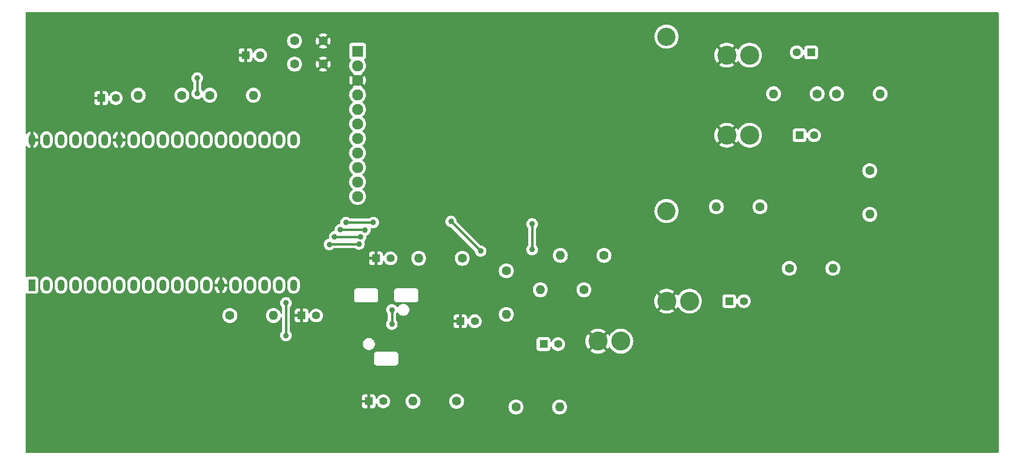
<source format=gbr>
%TF.GenerationSoftware,KiCad,Pcbnew,8.0.6*%
%TF.CreationDate,2025-08-25T15:55:58+12:00*%
%TF.ProjectId,ByteBoyV2,42797465-426f-4795-9632-2e6b69636164,v2*%
%TF.SameCoordinates,Original*%
%TF.FileFunction,Copper,L2,Bot*%
%TF.FilePolarity,Positive*%
%FSLAX46Y46*%
G04 Gerber Fmt 4.6, Leading zero omitted, Abs format (unit mm)*
G04 Created by KiCad (PCBNEW 8.0.6) date 2025-08-25 15:55:58*
%MOMM*%
%LPD*%
G01*
G04 APERTURE LIST*
%TA.AperFunction,ComponentPad*%
%ADD10O,1.200000X2.000000*%
%TD*%
%TA.AperFunction,ComponentPad*%
%ADD11R,1.200000X2.000000*%
%TD*%
%TA.AperFunction,ComponentPad*%
%ADD12C,3.320000*%
%TD*%
%TA.AperFunction,ComponentPad*%
%ADD13O,1.600000X1.600000*%
%TD*%
%TA.AperFunction,ComponentPad*%
%ADD14C,1.600000*%
%TD*%
%TA.AperFunction,ComponentPad*%
%ADD15R,1.930400X1.930400*%
%TD*%
%TA.AperFunction,ComponentPad*%
%ADD16C,1.930400*%
%TD*%
%TA.AperFunction,ComponentPad*%
%ADD17C,3.200000*%
%TD*%
%TA.AperFunction,ComponentPad*%
%ADD18R,1.400000X1.400000*%
%TD*%
%TA.AperFunction,ComponentPad*%
%ADD19C,1.400000*%
%TD*%
%TA.AperFunction,ViaPad*%
%ADD20C,1.000000*%
%TD*%
%TA.AperFunction,Conductor*%
%ADD21C,0.400000*%
%TD*%
G04 APERTURE END LIST*
D10*
%TO.P,U2,38,GND*%
%TO.N,GND*%
X85596560Y-75300000D03*
%TO.P,U2,37,GPIO23*%
%TO.N,MOSI*%
X88136560Y-75300000D03*
%TO.P,U2,36,GPIO22*%
%TO.N,D{slash}C*%
X90676560Y-75300000D03*
%TO.P,U2,35,U0TXD/GPIO1*%
%TO.N,unconnected-(U2-U0TXD{slash}GPIO1-Pad35)*%
X93216560Y-75300000D03*
%TO.P,U2,34,U0RXD/GPIO3*%
%TO.N,unconnected-(U2-U0RXD{slash}GPIO3-Pad34)*%
X95756560Y-75300000D03*
%TO.P,U2,33,GPIO21*%
%TO.N,SD_SELECT*%
X98296560Y-75300000D03*
%TO.P,U2,32,GND*%
%TO.N,GND*%
X100836560Y-75300000D03*
%TO.P,U2,31,GPIO19*%
%TO.N,MISO*%
X103376560Y-75300000D03*
%TO.P,U2,30,GPIO18*%
%TO.N,SCK*%
X105916560Y-75300000D03*
%TO.P,U2,29,GPIO5*%
%TO.N,LED4*%
X108456560Y-75300000D03*
%TO.P,U2,28,GPIO17*%
%TO.N,LED6*%
X110996560Y-75300000D03*
%TO.P,U2,27,GPIO16*%
%TO.N,LED5*%
X113536560Y-75300000D03*
%TO.P,U2,26,ADC2_CH0/GPIO4*%
%TO.N,DISPLAY_SELECT*%
X116076560Y-75300000D03*
%TO.P,U2,25,GPIO0/BOOT/ADC2_CH1*%
%TO.N,unconnected-(U2-GPIO0{slash}BOOT{slash}ADC2_CH1-Pad25)*%
X118616560Y-75300000D03*
%TO.P,U2,24,ADC2_CH2/GPIO2*%
%TO.N,unconnected-(U2-ADC2_CH2{slash}GPIO2-Pad24)*%
X121156560Y-75300000D03*
%TO.P,U2,23,MTDO/GPIO15/ADC2_CH3*%
%TO.N,unconnected-(U2-MTDO{slash}GPIO15{slash}ADC2_CH3-Pad23)*%
X123696560Y-75300000D03*
%TO.P,U2,22,SD_DATA1/GPIO8*%
%TO.N,unconnected-(U2-SD_DATA1{slash}GPIO8-Pad22)*%
X126236560Y-75300000D03*
%TO.P,U2,21,SD_DATA0/GPIO7*%
%TO.N,unconnected-(U2-SD_DATA0{slash}GPIO7-Pad21)*%
X128773840Y-75303680D03*
%TO.P,U2,20,SD_CLK/GPIO6*%
%TO.N,unconnected-(U2-SD_CLK{slash}GPIO6-Pad20)*%
X131313840Y-75303680D03*
%TO.P,U2,19,5V*%
%TO.N,+5V*%
X131316560Y-100700000D03*
%TO.P,U2,18,CMD*%
%TO.N,unconnected-(U2-CMD-Pad18)*%
X128776560Y-100700000D03*
%TO.P,U2,17,SD_DATA3/GPIO10*%
%TO.N,unconnected-(U2-SD_DATA3{slash}GPIO10-Pad17)*%
X126236560Y-100700000D03*
%TO.P,U2,16,SD_DATA2/GPIO9*%
%TO.N,unconnected-(U2-SD_DATA2{slash}GPIO9-Pad16)*%
X123696560Y-100700000D03*
%TO.P,U2,15,MTCK/GPIO13/ADC2_CH4*%
%TO.N,LED2*%
X121156560Y-100700000D03*
%TO.P,U2,14,GND*%
%TO.N,GND*%
X118616560Y-100700000D03*
%TO.P,U2,13,MTDI/GPIO12/ADC2_CH5*%
%TO.N,LED1*%
X116076560Y-100700000D03*
%TO.P,U2,12,MTMS/GPIO14/ADC2_CH6*%
%TO.N,SW4*%
X113536560Y-100700000D03*
%TO.P,U2,11,ADC2_CH7/GPIO27*%
%TO.N,SW3*%
X110996560Y-100700000D03*
%TO.P,U2,10,DAC_2/ADC2_CH9/GPIO26*%
%TO.N,SW2*%
X108456560Y-100700000D03*
%TO.P,U2,9,DAC_1/ADC2_CH8/GPIO25*%
%TO.N,SW1*%
X105916560Y-100700000D03*
%TO.P,U2,8,32K_XN/GPIO33/ADC1_CH5*%
%TO.N,LEFT*%
X103376560Y-100700000D03*
%TO.P,U2,7,32K_XP/GPIO32/ADC1_CH4*%
%TO.N,LED3*%
X100836560Y-100700000D03*
%TO.P,U2,6,VDET_2/GPIO35/ADC1_CH7*%
%TO.N,RIGHT*%
X98296560Y-100700000D03*
%TO.P,U2,5,VDET_1/GPIO34/ADC1_CH6*%
%TO.N,UP*%
X95756560Y-100700000D03*
%TO.P,U2,4,SENSOR_VN/GPIO39/ADC1_CH3*%
%TO.N,PUSH*%
X93216560Y-100700000D03*
%TO.P,U2,3,SENSOR_VP/GPIO36/ADC1_CH0*%
%TO.N,DOWN*%
X90676560Y-100700000D03*
%TO.P,U2,2,CHIP_PU*%
%TO.N,unconnected-(U2-CHIP_PU-Pad2)*%
X88136560Y-100700000D03*
D11*
%TO.P,U2,1,3V3*%
%TO.N,+3.3V*%
X85596560Y-100700000D03*
%TD*%
D12*
%TO.P,Select_Button,1*%
%TO.N,GND*%
X207000000Y-74500000D03*
%TO.P,Select_Button,2*%
%TO.N,Net-(D9-PadC)*%
X211000000Y-74500000D03*
%TD*%
%TO.P,Start_Button,1*%
%TO.N,GND*%
X207000000Y-60500000D03*
%TO.P,Start_Button,2*%
%TO.N,Net-(D8-PadC)*%
X211000000Y-60500000D03*
%TD*%
%TO.P,B_Button,1*%
%TO.N,GND*%
X184500000Y-110500000D03*
%TO.P,B_Button,2*%
%TO.N,Net-(D7-PadC)*%
X188500000Y-110500000D03*
%TD*%
%TO.P,A_Button,1*%
%TO.N,GND*%
X196500000Y-103500000D03*
%TO.P,A_Button,2*%
%TO.N,Net-(D10-PadC)*%
X200500000Y-103500000D03*
%TD*%
D13*
%TO.P,R14,2*%
%TO.N,Net-(D6-PadA)*%
X124310000Y-67500000D03*
D14*
%TO.P,R14,1*%
%TO.N,LED6*%
X116690000Y-67500000D03*
%TD*%
%TO.P,R13,1*%
%TO.N,Net-(D9-PadC)*%
X212810000Y-87000000D03*
D13*
%TO.P,R13,2*%
%TO.N,SW3*%
X205190000Y-87000000D03*
%TD*%
D14*
%TO.P,R12,1*%
%TO.N,Net-(D7-PadC)*%
X182060000Y-101500000D03*
D13*
%TO.P,R12,2*%
%TO.N,SW1*%
X174440000Y-101500000D03*
%TD*%
D14*
%TO.P,R11,1*%
%TO.N,Net-(D8-PadC)*%
X222810000Y-67250000D03*
D13*
%TO.P,R11,2*%
%TO.N,SW2*%
X215190000Y-67250000D03*
%TD*%
D14*
%TO.P,R10,1*%
%TO.N,Net-(D10-PadC)*%
X185560000Y-95500000D03*
D13*
%TO.P,R10,2*%
%TO.N,SW4*%
X177940000Y-95500000D03*
%TD*%
D14*
%TO.P,R9,1*%
%TO.N,LED5*%
X111810000Y-67500000D03*
D13*
%TO.P,R9,2*%
%TO.N,Net-(D5-PadA)*%
X104190000Y-67500000D03*
%TD*%
D14*
%TO.P,R8,1*%
%TO.N,LED4*%
X159810000Y-121000000D03*
D13*
%TO.P,R8,2*%
%TO.N,Net-(D4-PadA)*%
X152190000Y-121000000D03*
%TD*%
D14*
%TO.P,R7,1*%
%TO.N,LED3*%
X160810000Y-96000000D03*
D13*
%TO.P,R7,2*%
%TO.N,Net-(D2-PadA)*%
X153190000Y-96000000D03*
%TD*%
D14*
%TO.P,R6,1*%
%TO.N,LED2*%
X120190000Y-106000000D03*
D13*
%TO.P,R6,2*%
%TO.N,Net-(D3-PadA)*%
X127810000Y-106000000D03*
%TD*%
%TO.P,R5,2*%
%TO.N,Net-(D1-PadA)*%
X168500000Y-105810000D03*
D14*
%TO.P,R5,1*%
%TO.N,LED1*%
X168500000Y-98190000D03*
%TD*%
%TO.P,R4,1*%
%TO.N,Net-(D9-PadA)*%
X232000000Y-80690000D03*
D13*
%TO.P,R4,2*%
%TO.N,+3.3V*%
X232000000Y-88310000D03*
%TD*%
D14*
%TO.P,R3,1*%
%TO.N,Net-(D10-PadA)*%
X217940000Y-97750000D03*
D13*
%TO.P,R3,2*%
%TO.N,+3.3V*%
X225560000Y-97750000D03*
%TD*%
D14*
%TO.P,R2,1*%
%TO.N,Net-(D8-PadA)*%
X226190000Y-67250000D03*
D13*
%TO.P,R2,2*%
%TO.N,+3.3V*%
X233810000Y-67250000D03*
%TD*%
D14*
%TO.P,R1,1*%
%TO.N,Net-(D7-PadA)*%
X170190000Y-122000000D03*
D13*
%TO.P,R1,2*%
%TO.N,+3.3V*%
X177810000Y-122000000D03*
%TD*%
D15*
%TO.P,Display,1,VIN*%
%TO.N,+5V*%
X142512500Y-59800000D03*
D16*
%TO.P,Display,2,3VO*%
%TO.N,unconnected-(DS1-3VO-Pad2)*%
X142512500Y-62340000D03*
%TO.P,Display,3,GND*%
%TO.N,GND*%
X142512500Y-64880000D03*
%TO.P,Display,4,SCK*%
%TO.N,SCK*%
X142512500Y-67420000D03*
%TO.P,Display,5,MISO*%
%TO.N,MISO*%
X142512500Y-69960000D03*
%TO.P,Display,6,MOSI*%
%TO.N,MOSI*%
X142512500Y-72500000D03*
%TO.P,Display,7,CS*%
%TO.N,DISPLAY_SELECT*%
X142512500Y-75040000D03*
%TO.P,Display,8,~{RST}*%
%TO.N,unconnected-(DS1-~{RST}-Pad8)*%
X142512500Y-77580000D03*
%TO.P,Display,9,D/C*%
%TO.N,D{slash}C*%
X142512500Y-80120000D03*
%TO.P,Display,10,SDCS*%
%TO.N,SD_SELECT*%
X142512500Y-82660000D03*
%TO.P,Display,11,BACKLIGHT*%
%TO.N,unconnected-(DS1-BACKLIGHT-Pad11)*%
X142512500Y-85200000D03*
D17*
%TO.P,Display,SH1*%
%TO.N,N/C*%
X196487500Y-57260000D03*
%TO.P,Display,SH2*%
X196487500Y-87740000D03*
%TD*%
D18*
%TO.P,D10,C*%
%TO.N,Net-(D10-PadC)*%
X207460000Y-103500000D03*
D19*
%TO.P,D10,A*%
%TO.N,Net-(D10-PadA)*%
X210000000Y-103500000D03*
%TD*%
D18*
%TO.P,D9,C*%
%TO.N,Net-(D9-PadC)*%
X219730000Y-74500000D03*
D19*
%TO.P,D9,A*%
%TO.N,Net-(D9-PadA)*%
X222270000Y-74500000D03*
%TD*%
D18*
%TO.P,D8,C*%
%TO.N,Net-(D8-PadC)*%
X221770000Y-60000000D03*
D19*
%TO.P,D8,A*%
%TO.N,Net-(D8-PadA)*%
X219230000Y-60000000D03*
%TD*%
D18*
%TO.P,D7,C*%
%TO.N,Net-(D7-PadC)*%
X175000000Y-111000000D03*
D19*
%TO.P,D7,A*%
%TO.N,Net-(D7-PadA)*%
X177540000Y-111000000D03*
%TD*%
D18*
%TO.P,D6,C*%
%TO.N,GND*%
X122960000Y-60500000D03*
D19*
%TO.P,D6,A*%
%TO.N,Net-(D6-PadA)*%
X125500000Y-60500000D03*
%TD*%
D18*
%TO.P,D5,C*%
%TO.N,GND*%
X97730000Y-68000000D03*
D19*
%TO.P,D5,A*%
%TO.N,Net-(D5-PadA)*%
X100270000Y-68000000D03*
%TD*%
D18*
%TO.P,D4,C*%
%TO.N,GND*%
X144460000Y-121000000D03*
D19*
%TO.P,D4,A*%
%TO.N,Net-(D4-PadA)*%
X147000000Y-121000000D03*
%TD*%
%TO.P,D3,A*%
%TO.N,Net-(D3-PadA)*%
X135270000Y-106000000D03*
D18*
%TO.P,D3,C*%
%TO.N,GND*%
X132730000Y-106000000D03*
%TD*%
%TO.P,D2,C*%
%TO.N,GND*%
X145730000Y-96000000D03*
D19*
%TO.P,D2,A*%
%TO.N,Net-(D2-PadA)*%
X148270000Y-96000000D03*
%TD*%
%TO.P,D1,A*%
%TO.N,Net-(D1-PadA)*%
X163000000Y-107000000D03*
D18*
%TO.P,D1,C*%
%TO.N,GND*%
X160460000Y-107000000D03*
%TD*%
D14*
%TO.P,C2,1*%
%TO.N,+5V*%
X131500000Y-62050000D03*
%TO.P,C2,2*%
%TO.N,GND*%
X136500000Y-62050000D03*
%TD*%
%TO.P,C1,1*%
%TO.N,+5V*%
X131500000Y-58000000D03*
%TO.P,C1,2*%
%TO.N,GND*%
X136500000Y-58000000D03*
%TD*%
D20*
%TO.N,LED4*%
X173000000Y-90000000D03*
X173000000Y-94500000D03*
%TO.N,SW1*%
X164000000Y-94750000D03*
X158828061Y-89578061D03*
X145250000Y-89750000D03*
X140500000Y-89750000D03*
%TO.N,SW2*%
X139500000Y-91000000D03*
X143794239Y-91044239D03*
%TO.N,SW3*%
X138500000Y-92250000D03*
X143065297Y-92238813D03*
%TO.N,SW4*%
X142750000Y-93500000D03*
X137580761Y-93580761D03*
%TO.N,SCK*%
X114500000Y-67200000D03*
X114500000Y-64500000D03*
%TO.N,LED3*%
X130000000Y-109500000D03*
X130000000Y-103800000D03*
%TO.N,DOWN*%
X148500000Y-105000000D03*
X148500000Y-107500000D03*
%TD*%
D21*
%TO.N,LED4*%
X173000000Y-94500000D02*
X173000000Y-90000000D01*
%TO.N,SW1*%
X158828061Y-89578061D02*
X164000000Y-94750000D01*
X140500000Y-89750000D02*
X145250000Y-89750000D01*
%TO.N,SW2*%
X143750000Y-91000000D02*
X143794239Y-91044239D01*
X139500000Y-91000000D02*
X143750000Y-91000000D01*
%TO.N,SW3*%
X138500000Y-92250000D02*
X143054110Y-92250000D01*
X143054110Y-92250000D02*
X143065297Y-92238813D01*
%TO.N,SW4*%
X137661522Y-93500000D02*
X142750000Y-93500000D01*
X137580761Y-93580761D02*
X137661522Y-93500000D01*
%TO.N,SCK*%
X114500000Y-64500000D02*
X114500000Y-67200000D01*
%TO.N,LED3*%
X130000000Y-103800000D02*
X130000000Y-109500000D01*
%TO.N,DOWN*%
X148500000Y-105000000D02*
X148500000Y-107500000D01*
%TD*%
%TA.AperFunction,Conductor*%
%TO.N,GND*%
G36*
X254442539Y-53020185D02*
G01*
X254488294Y-53072989D01*
X254499500Y-53124500D01*
X254499500Y-129875500D01*
X254479815Y-129942539D01*
X254427011Y-129988294D01*
X254375500Y-129999500D01*
X84624500Y-129999500D01*
X84557461Y-129979815D01*
X84511706Y-129927011D01*
X84500500Y-129875500D01*
X84500500Y-120252155D01*
X143260000Y-120252155D01*
X143260000Y-120750000D01*
X144067403Y-120750000D01*
X144026689Y-120820517D01*
X143995000Y-120938782D01*
X143995000Y-121061218D01*
X144026689Y-121179483D01*
X144067403Y-121250000D01*
X143260000Y-121250000D01*
X143260000Y-121747844D01*
X143266401Y-121807372D01*
X143266403Y-121807379D01*
X143316645Y-121942086D01*
X143316649Y-121942093D01*
X143402809Y-122057187D01*
X143402812Y-122057190D01*
X143517906Y-122143350D01*
X143517913Y-122143354D01*
X143652620Y-122193596D01*
X143652627Y-122193598D01*
X143712155Y-122199999D01*
X143712172Y-122200000D01*
X144210000Y-122200000D01*
X144210000Y-121392597D01*
X144280517Y-121433311D01*
X144398782Y-121465000D01*
X144521218Y-121465000D01*
X144639483Y-121433311D01*
X144710000Y-121392597D01*
X144710000Y-122200000D01*
X145207828Y-122200000D01*
X145207844Y-122199999D01*
X145267372Y-122193598D01*
X145267379Y-122193596D01*
X145402086Y-122143354D01*
X145402093Y-122143350D01*
X145517187Y-122057190D01*
X145517190Y-122057187D01*
X145603350Y-121942093D01*
X145603354Y-121942086D01*
X145653596Y-121807379D01*
X145653598Y-121807372D01*
X145659999Y-121747844D01*
X145660000Y-121747827D01*
X145660000Y-121529417D01*
X145679685Y-121462378D01*
X145732489Y-121416623D01*
X145801647Y-121406679D01*
X145865203Y-121435704D01*
X145895000Y-121474145D01*
X145974938Y-121634683D01*
X145974943Y-121634691D01*
X146109020Y-121812238D01*
X146273437Y-121962123D01*
X146273439Y-121962125D01*
X146462595Y-122079245D01*
X146462596Y-122079245D01*
X146462599Y-122079247D01*
X146670060Y-122159618D01*
X146888757Y-122200500D01*
X146888759Y-122200500D01*
X147111241Y-122200500D01*
X147111243Y-122200500D01*
X147329940Y-122159618D01*
X147537401Y-122079247D01*
X147726562Y-121962124D01*
X147890981Y-121812236D01*
X148025058Y-121634689D01*
X148124229Y-121435528D01*
X148185115Y-121221536D01*
X148205643Y-121000000D01*
X148205643Y-120999998D01*
X150884532Y-120999998D01*
X150884532Y-121000001D01*
X150904364Y-121226686D01*
X150904366Y-121226697D01*
X150963258Y-121446488D01*
X150963261Y-121446497D01*
X151059431Y-121652732D01*
X151059432Y-121652734D01*
X151189954Y-121839141D01*
X151350858Y-122000045D01*
X151350861Y-122000047D01*
X151537266Y-122130568D01*
X151743504Y-122226739D01*
X151963308Y-122285635D01*
X152125230Y-122299801D01*
X152189998Y-122305468D01*
X152190000Y-122305468D01*
X152190002Y-122305468D01*
X152246673Y-122300509D01*
X152416692Y-122285635D01*
X152636496Y-122226739D01*
X152842734Y-122130568D01*
X153029139Y-122000047D01*
X153190047Y-121839139D01*
X153320568Y-121652734D01*
X153416739Y-121446496D01*
X153475635Y-121226692D01*
X153495468Y-121000000D01*
X153495468Y-120999998D01*
X158504532Y-120999998D01*
X158504532Y-121000001D01*
X158524364Y-121226686D01*
X158524366Y-121226697D01*
X158583258Y-121446488D01*
X158583261Y-121446497D01*
X158679431Y-121652732D01*
X158679432Y-121652734D01*
X158809954Y-121839141D01*
X158970858Y-122000045D01*
X158970861Y-122000047D01*
X159157266Y-122130568D01*
X159363504Y-122226739D01*
X159583308Y-122285635D01*
X159745230Y-122299801D01*
X159809998Y-122305468D01*
X159810000Y-122305468D01*
X159810002Y-122305468D01*
X159866673Y-122300509D01*
X160036692Y-122285635D01*
X160256496Y-122226739D01*
X160462734Y-122130568D01*
X160649139Y-122000047D01*
X160649188Y-121999998D01*
X168884532Y-121999998D01*
X168884532Y-122000001D01*
X168904364Y-122226686D01*
X168904366Y-122226697D01*
X168963258Y-122446488D01*
X168963261Y-122446497D01*
X169059431Y-122652732D01*
X169059432Y-122652734D01*
X169189954Y-122839141D01*
X169350858Y-123000045D01*
X169350861Y-123000047D01*
X169537266Y-123130568D01*
X169743504Y-123226739D01*
X169963308Y-123285635D01*
X170125230Y-123299801D01*
X170189998Y-123305468D01*
X170190000Y-123305468D01*
X170190002Y-123305468D01*
X170246673Y-123300509D01*
X170416692Y-123285635D01*
X170636496Y-123226739D01*
X170842734Y-123130568D01*
X171029139Y-123000047D01*
X171190047Y-122839139D01*
X171320568Y-122652734D01*
X171416739Y-122446496D01*
X171475635Y-122226692D01*
X171495468Y-122000000D01*
X171495468Y-121999998D01*
X176504532Y-121999998D01*
X176504532Y-122000001D01*
X176524364Y-122226686D01*
X176524366Y-122226697D01*
X176583258Y-122446488D01*
X176583261Y-122446497D01*
X176679431Y-122652732D01*
X176679432Y-122652734D01*
X176809954Y-122839141D01*
X176970858Y-123000045D01*
X176970861Y-123000047D01*
X177157266Y-123130568D01*
X177363504Y-123226739D01*
X177583308Y-123285635D01*
X177745230Y-123299801D01*
X177809998Y-123305468D01*
X177810000Y-123305468D01*
X177810002Y-123305468D01*
X177866673Y-123300509D01*
X178036692Y-123285635D01*
X178256496Y-123226739D01*
X178462734Y-123130568D01*
X178649139Y-123000047D01*
X178810047Y-122839139D01*
X178940568Y-122652734D01*
X179036739Y-122446496D01*
X179095635Y-122226692D01*
X179115468Y-122000000D01*
X179095635Y-121773308D01*
X179036739Y-121553504D01*
X178940568Y-121347266D01*
X178810047Y-121160861D01*
X178810045Y-121160858D01*
X178649141Y-120999954D01*
X178462734Y-120869432D01*
X178462732Y-120869431D01*
X178256497Y-120773261D01*
X178256488Y-120773258D01*
X178036697Y-120714366D01*
X178036693Y-120714365D01*
X178036692Y-120714365D01*
X178036691Y-120714364D01*
X178036686Y-120714364D01*
X177810002Y-120694532D01*
X177809998Y-120694532D01*
X177583313Y-120714364D01*
X177583302Y-120714366D01*
X177363511Y-120773258D01*
X177363502Y-120773261D01*
X177157267Y-120869431D01*
X177157265Y-120869432D01*
X176970858Y-120999954D01*
X176809954Y-121160858D01*
X176679432Y-121347265D01*
X176679431Y-121347267D01*
X176583261Y-121553502D01*
X176583258Y-121553511D01*
X176524366Y-121773302D01*
X176524364Y-121773313D01*
X176504532Y-121999998D01*
X171495468Y-121999998D01*
X171475635Y-121773308D01*
X171416739Y-121553504D01*
X171320568Y-121347266D01*
X171190047Y-121160861D01*
X171190045Y-121160858D01*
X171029141Y-120999954D01*
X170842734Y-120869432D01*
X170842732Y-120869431D01*
X170636497Y-120773261D01*
X170636488Y-120773258D01*
X170416697Y-120714366D01*
X170416693Y-120714365D01*
X170416692Y-120714365D01*
X170416691Y-120714364D01*
X170416686Y-120714364D01*
X170190002Y-120694532D01*
X170189998Y-120694532D01*
X169963313Y-120714364D01*
X169963302Y-120714366D01*
X169743511Y-120773258D01*
X169743502Y-120773261D01*
X169537267Y-120869431D01*
X169537265Y-120869432D01*
X169350858Y-120999954D01*
X169189954Y-121160858D01*
X169059432Y-121347265D01*
X169059431Y-121347267D01*
X168963261Y-121553502D01*
X168963258Y-121553511D01*
X168904366Y-121773302D01*
X168904364Y-121773313D01*
X168884532Y-121999998D01*
X160649188Y-121999998D01*
X160810047Y-121839139D01*
X160940568Y-121652734D01*
X161036739Y-121446496D01*
X161095635Y-121226692D01*
X161115468Y-121000000D01*
X161095635Y-120773308D01*
X161036739Y-120553504D01*
X160940568Y-120347266D01*
X160810047Y-120160861D01*
X160810045Y-120160858D01*
X160649141Y-119999954D01*
X160462734Y-119869432D01*
X160462732Y-119869431D01*
X160256497Y-119773261D01*
X160256488Y-119773258D01*
X160036697Y-119714366D01*
X160036693Y-119714365D01*
X160036692Y-119714365D01*
X160036691Y-119714364D01*
X160036686Y-119714364D01*
X159810002Y-119694532D01*
X159809998Y-119694532D01*
X159583313Y-119714364D01*
X159583302Y-119714366D01*
X159363511Y-119773258D01*
X159363502Y-119773261D01*
X159157267Y-119869431D01*
X159157265Y-119869432D01*
X158970858Y-119999954D01*
X158809954Y-120160858D01*
X158679432Y-120347265D01*
X158679431Y-120347267D01*
X158583261Y-120553502D01*
X158583258Y-120553511D01*
X158524366Y-120773302D01*
X158524364Y-120773313D01*
X158504532Y-120999998D01*
X153495468Y-120999998D01*
X153475635Y-120773308D01*
X153416739Y-120553504D01*
X153320568Y-120347266D01*
X153190047Y-120160861D01*
X153190045Y-120160858D01*
X153029141Y-119999954D01*
X152842734Y-119869432D01*
X152842732Y-119869431D01*
X152636497Y-119773261D01*
X152636488Y-119773258D01*
X152416697Y-119714366D01*
X152416693Y-119714365D01*
X152416692Y-119714365D01*
X152416691Y-119714364D01*
X152416686Y-119714364D01*
X152190002Y-119694532D01*
X152189998Y-119694532D01*
X151963313Y-119714364D01*
X151963302Y-119714366D01*
X151743511Y-119773258D01*
X151743502Y-119773261D01*
X151537267Y-119869431D01*
X151537265Y-119869432D01*
X151350858Y-119999954D01*
X151189954Y-120160858D01*
X151059432Y-120347265D01*
X151059431Y-120347267D01*
X150963261Y-120553502D01*
X150963258Y-120553511D01*
X150904366Y-120773302D01*
X150904364Y-120773313D01*
X150884532Y-120999998D01*
X148205643Y-120999998D01*
X148185115Y-120778464D01*
X148124229Y-120564472D01*
X148124224Y-120564461D01*
X148025061Y-120365316D01*
X148025056Y-120365308D01*
X147890979Y-120187761D01*
X147726562Y-120037876D01*
X147726560Y-120037874D01*
X147537404Y-119920754D01*
X147537398Y-119920752D01*
X147329940Y-119840382D01*
X147111243Y-119799500D01*
X146888757Y-119799500D01*
X146670060Y-119840382D01*
X146538864Y-119891207D01*
X146462601Y-119920752D01*
X146462595Y-119920754D01*
X146273439Y-120037874D01*
X146273437Y-120037876D01*
X146109020Y-120187761D01*
X145974943Y-120365308D01*
X145974938Y-120365316D01*
X145895000Y-120525854D01*
X145847497Y-120577091D01*
X145779834Y-120594512D01*
X145713494Y-120572586D01*
X145669539Y-120518275D01*
X145660000Y-120470582D01*
X145660000Y-120252172D01*
X145659999Y-120252155D01*
X145653598Y-120192627D01*
X145653596Y-120192620D01*
X145603354Y-120057913D01*
X145603350Y-120057906D01*
X145517190Y-119942812D01*
X145517187Y-119942809D01*
X145402093Y-119856649D01*
X145402086Y-119856645D01*
X145267379Y-119806403D01*
X145267372Y-119806401D01*
X145207844Y-119800000D01*
X144710000Y-119800000D01*
X144710000Y-120607402D01*
X144639483Y-120566689D01*
X144521218Y-120535000D01*
X144398782Y-120535000D01*
X144280517Y-120566689D01*
X144210000Y-120607402D01*
X144210000Y-119800000D01*
X143712155Y-119800000D01*
X143652627Y-119806401D01*
X143652620Y-119806403D01*
X143517913Y-119856645D01*
X143517906Y-119856649D01*
X143402812Y-119942809D01*
X143402809Y-119942812D01*
X143316649Y-120057906D01*
X143316645Y-120057913D01*
X143266403Y-120192620D01*
X143266401Y-120192627D01*
X143260000Y-120252155D01*
X84500500Y-120252155D01*
X84500500Y-112734108D01*
X145399500Y-112734108D01*
X145399500Y-114315891D01*
X145433608Y-114443187D01*
X145466554Y-114500250D01*
X145499500Y-114557314D01*
X145592686Y-114650500D01*
X145706814Y-114716392D01*
X145834108Y-114750500D01*
X145834110Y-114750500D01*
X149165890Y-114750500D01*
X149165892Y-114750500D01*
X149293186Y-114716392D01*
X149407314Y-114650500D01*
X149500500Y-114557314D01*
X149566392Y-114443186D01*
X149600500Y-114315892D01*
X149600500Y-112734108D01*
X149566392Y-112606814D01*
X149500500Y-112492686D01*
X149407314Y-112399500D01*
X149350250Y-112366554D01*
X149293187Y-112333608D01*
X149229539Y-112316554D01*
X149165892Y-112299500D01*
X145965892Y-112299500D01*
X145834108Y-112299500D01*
X145706812Y-112333608D01*
X145592686Y-112399500D01*
X145592683Y-112399502D01*
X145499502Y-112492683D01*
X145499500Y-112492686D01*
X145433608Y-112606812D01*
X145399500Y-112734108D01*
X84500500Y-112734108D01*
X84500500Y-110896530D01*
X143449500Y-110896530D01*
X143449500Y-111103469D01*
X143489868Y-111306412D01*
X143489870Y-111306420D01*
X143547305Y-111445081D01*
X143569059Y-111497598D01*
X143573587Y-111504374D01*
X143684024Y-111669657D01*
X143830342Y-111815975D01*
X143830345Y-111815977D01*
X144002402Y-111930941D01*
X144193580Y-112010130D01*
X144396530Y-112050499D01*
X144396534Y-112050500D01*
X144396535Y-112050500D01*
X144603466Y-112050500D01*
X144603467Y-112050499D01*
X144806420Y-112010130D01*
X144997598Y-111930941D01*
X145169655Y-111815977D01*
X145315977Y-111669655D01*
X145430941Y-111497598D01*
X145510130Y-111306420D01*
X145550500Y-111103465D01*
X145550500Y-110896535D01*
X145510130Y-110693580D01*
X145430941Y-110502402D01*
X145315977Y-110330345D01*
X145315975Y-110330342D01*
X145237768Y-110252135D01*
X173799500Y-110252135D01*
X173799500Y-111747870D01*
X173799501Y-111747876D01*
X173805908Y-111807483D01*
X173856202Y-111942328D01*
X173856206Y-111942335D01*
X173942452Y-112057544D01*
X173942455Y-112057547D01*
X174057664Y-112143793D01*
X174057671Y-112143797D01*
X174192517Y-112194091D01*
X174192516Y-112194091D01*
X174199444Y-112194835D01*
X174252127Y-112200500D01*
X175747872Y-112200499D01*
X175807483Y-112194091D01*
X175942331Y-112143796D01*
X176057546Y-112057546D01*
X176143796Y-111942331D01*
X176194091Y-111807483D01*
X176200500Y-111747873D01*
X176200499Y-111530419D01*
X176220183Y-111463382D01*
X176272987Y-111417627D01*
X176342145Y-111407683D01*
X176405701Y-111436708D01*
X176435499Y-111475149D01*
X176514938Y-111634683D01*
X176514943Y-111634691D01*
X176649020Y-111812238D01*
X176813437Y-111962123D01*
X176813439Y-111962125D01*
X177002595Y-112079245D01*
X177002596Y-112079245D01*
X177002599Y-112079247D01*
X177210060Y-112159618D01*
X177428757Y-112200500D01*
X177428759Y-112200500D01*
X177651241Y-112200500D01*
X177651243Y-112200500D01*
X177869940Y-112159618D01*
X178077401Y-112079247D01*
X178266562Y-111962124D01*
X178430981Y-111812236D01*
X178565058Y-111634689D01*
X178664229Y-111435528D01*
X178725115Y-111221536D01*
X178745643Y-111000000D01*
X178725115Y-110778464D01*
X178664229Y-110564472D01*
X178644500Y-110524851D01*
X178632126Y-110500000D01*
X182334953Y-110500000D01*
X182355117Y-110794807D01*
X182355118Y-110794809D01*
X182415235Y-111084111D01*
X182415240Y-111084128D01*
X182514193Y-111362555D01*
X182650142Y-111624924D01*
X182803816Y-111842629D01*
X183560129Y-111086317D01*
X183657153Y-111219859D01*
X183780141Y-111342847D01*
X183913681Y-111439870D01*
X183159548Y-112194002D01*
X183251453Y-112268773D01*
X183251464Y-112268780D01*
X183503939Y-112422314D01*
X183774966Y-112540037D01*
X184059502Y-112619761D01*
X184059508Y-112619762D01*
X184352251Y-112660000D01*
X184647749Y-112660000D01*
X184940491Y-112619762D01*
X184940497Y-112619761D01*
X185225033Y-112540037D01*
X185496060Y-112422314D01*
X185748536Y-112268780D01*
X185840450Y-112194002D01*
X185086317Y-111439870D01*
X185219859Y-111342847D01*
X185342847Y-111219859D01*
X185439870Y-111086317D01*
X186196182Y-111842629D01*
X186196183Y-111842629D01*
X186349857Y-111624924D01*
X186349860Y-111624919D01*
X186389620Y-111548186D01*
X186437940Y-111497718D01*
X186505874Y-111481386D01*
X186571853Y-111504374D01*
X186609815Y-111548184D01*
X186649579Y-111624924D01*
X186649714Y-111625184D01*
X186820160Y-111866651D01*
X187021898Y-112082660D01*
X187251171Y-112269188D01*
X187251173Y-112269189D01*
X187251174Y-112269190D01*
X187503708Y-112422759D01*
X187723734Y-112518329D01*
X187774802Y-112540511D01*
X188059406Y-112620254D01*
X188316834Y-112655636D01*
X188352217Y-112660500D01*
X188352218Y-112660500D01*
X188647783Y-112660500D01*
X188679350Y-112656160D01*
X188940594Y-112620254D01*
X189225198Y-112540511D01*
X189496293Y-112422758D01*
X189748829Y-112269188D01*
X189978102Y-112082660D01*
X190179840Y-111866651D01*
X190350286Y-111625184D01*
X190486265Y-111362757D01*
X190585244Y-111084258D01*
X190645378Y-110794875D01*
X190665548Y-110500000D01*
X190645378Y-110205125D01*
X190585244Y-109915742D01*
X190486266Y-109637246D01*
X190486267Y-109637246D01*
X190374843Y-109422209D01*
X190350286Y-109374816D01*
X190179840Y-109133349D01*
X189978102Y-108917340D01*
X189978095Y-108917335D01*
X189978094Y-108917333D01*
X189749338Y-108731226D01*
X189748829Y-108730812D01*
X189748827Y-108730811D01*
X189748825Y-108730809D01*
X189496291Y-108577240D01*
X189225199Y-108459489D01*
X188940599Y-108379747D01*
X188940595Y-108379746D01*
X188940594Y-108379746D01*
X188794188Y-108359623D01*
X188647783Y-108339500D01*
X188647782Y-108339500D01*
X188352218Y-108339500D01*
X188352217Y-108339500D01*
X188059406Y-108379746D01*
X188059400Y-108379747D01*
X187774800Y-108459489D01*
X187503708Y-108577240D01*
X187251174Y-108730809D01*
X187021905Y-108917333D01*
X186820161Y-109133348D01*
X186649714Y-109374815D01*
X186649711Y-109374820D01*
X186609815Y-109451815D01*
X186561495Y-109502282D01*
X186493560Y-109518613D01*
X186427581Y-109495624D01*
X186389620Y-109451814D01*
X186349857Y-109375075D01*
X186196182Y-109157369D01*
X185439869Y-109913681D01*
X185342847Y-109780141D01*
X185219859Y-109657153D01*
X185086317Y-109560129D01*
X185840450Y-108805996D01*
X185748546Y-108731226D01*
X185748535Y-108731219D01*
X185496060Y-108577685D01*
X185225033Y-108459962D01*
X184940497Y-108380238D01*
X184940491Y-108380237D01*
X184647749Y-108340000D01*
X184352251Y-108340000D01*
X184059508Y-108380237D01*
X184059502Y-108380238D01*
X183774966Y-108459962D01*
X183503939Y-108577685D01*
X183251465Y-108731219D01*
X183251456Y-108731225D01*
X183159548Y-108805996D01*
X183913682Y-109560129D01*
X183780141Y-109657153D01*
X183657153Y-109780141D01*
X183560129Y-109913681D01*
X182803816Y-109157368D01*
X182803815Y-109157369D01*
X182650146Y-109375068D01*
X182650142Y-109375074D01*
X182514193Y-109637444D01*
X182415240Y-109915871D01*
X182415235Y-109915888D01*
X182355118Y-110205190D01*
X182355117Y-110205192D01*
X182334953Y-110500000D01*
X178632126Y-110500000D01*
X178565061Y-110365316D01*
X178565056Y-110365308D01*
X178430979Y-110187761D01*
X178266562Y-110037876D01*
X178266560Y-110037874D01*
X178077404Y-109920754D01*
X178077398Y-109920752D01*
X177869940Y-109840382D01*
X177651243Y-109799500D01*
X177428757Y-109799500D01*
X177210060Y-109840382D01*
X177169219Y-109856204D01*
X177002601Y-109920752D01*
X177002595Y-109920754D01*
X176813439Y-110037874D01*
X176813437Y-110037876D01*
X176649020Y-110187761D01*
X176514943Y-110365308D01*
X176514938Y-110365316D01*
X176435499Y-110524851D01*
X176387996Y-110576088D01*
X176320333Y-110593509D01*
X176253993Y-110571583D01*
X176210038Y-110517272D01*
X176200499Y-110469579D01*
X176200499Y-110252129D01*
X176200498Y-110252123D01*
X176200497Y-110252116D01*
X176194091Y-110192517D01*
X176192318Y-110187764D01*
X176143797Y-110057671D01*
X176143793Y-110057664D01*
X176057547Y-109942455D01*
X176057544Y-109942452D01*
X175942335Y-109856206D01*
X175942328Y-109856202D01*
X175807482Y-109805908D01*
X175807483Y-109805908D01*
X175747883Y-109799501D01*
X175747881Y-109799500D01*
X175747873Y-109799500D01*
X175747864Y-109799500D01*
X174252129Y-109799500D01*
X174252123Y-109799501D01*
X174192516Y-109805908D01*
X174057671Y-109856202D01*
X174057664Y-109856206D01*
X173942455Y-109942452D01*
X173942452Y-109942455D01*
X173856206Y-110057664D01*
X173856202Y-110057671D01*
X173805908Y-110192517D01*
X173803934Y-110210883D01*
X173799501Y-110252123D01*
X173799500Y-110252135D01*
X145237768Y-110252135D01*
X145169657Y-110184024D01*
X145007727Y-110075827D01*
X144997598Y-110069059D01*
X144972198Y-110058538D01*
X144806420Y-109989870D01*
X144806412Y-109989868D01*
X144603469Y-109949500D01*
X144603465Y-109949500D01*
X144396535Y-109949500D01*
X144396530Y-109949500D01*
X144193587Y-109989868D01*
X144193579Y-109989870D01*
X144002403Y-110069058D01*
X143830342Y-110184024D01*
X143684024Y-110330342D01*
X143569058Y-110502403D01*
X143489870Y-110693579D01*
X143489868Y-110693587D01*
X143449500Y-110896530D01*
X84500500Y-110896530D01*
X84500500Y-105999998D01*
X118884532Y-105999998D01*
X118884532Y-106000001D01*
X118904364Y-106226686D01*
X118904366Y-106226697D01*
X118963258Y-106446488D01*
X118963261Y-106446497D01*
X119059431Y-106652732D01*
X119059432Y-106652734D01*
X119189954Y-106839141D01*
X119350858Y-107000045D01*
X119350861Y-107000047D01*
X119537266Y-107130568D01*
X119743504Y-107226739D01*
X119963308Y-107285635D01*
X120125230Y-107299801D01*
X120189998Y-107305468D01*
X120190000Y-107305468D01*
X120190002Y-107305468D01*
X120246673Y-107300509D01*
X120416692Y-107285635D01*
X120636496Y-107226739D01*
X120842734Y-107130568D01*
X121029139Y-107000047D01*
X121190047Y-106839139D01*
X121320568Y-106652734D01*
X121416739Y-106446496D01*
X121475635Y-106226692D01*
X121495468Y-106000000D01*
X121495468Y-105999998D01*
X126504532Y-105999998D01*
X126504532Y-106000001D01*
X126524364Y-106226686D01*
X126524366Y-106226697D01*
X126583258Y-106446488D01*
X126583261Y-106446497D01*
X126679431Y-106652732D01*
X126679432Y-106652734D01*
X126809954Y-106839141D01*
X126970858Y-107000045D01*
X126970861Y-107000047D01*
X127157266Y-107130568D01*
X127363504Y-107226739D01*
X127583308Y-107285635D01*
X127745230Y-107299801D01*
X127809998Y-107305468D01*
X127810000Y-107305468D01*
X127810002Y-107305468D01*
X127866673Y-107300509D01*
X128036692Y-107285635D01*
X128256496Y-107226739D01*
X128462734Y-107130568D01*
X128649139Y-107000047D01*
X128810047Y-106839139D01*
X128940568Y-106652734D01*
X129036739Y-106446496D01*
X129055725Y-106375639D01*
X129092090Y-106315978D01*
X129154936Y-106285449D01*
X129224312Y-106293743D01*
X129278190Y-106338228D01*
X129299465Y-106404780D01*
X129299500Y-106407732D01*
X129299500Y-108732096D01*
X129279815Y-108799135D01*
X129271353Y-108810761D01*
X129164090Y-108941460D01*
X129164086Y-108941467D01*
X129071188Y-109115266D01*
X129013975Y-109303870D01*
X128994659Y-109500000D01*
X129013975Y-109696129D01*
X129071188Y-109884733D01*
X129164086Y-110058532D01*
X129164090Y-110058539D01*
X129289116Y-110210883D01*
X129441460Y-110335909D01*
X129441467Y-110335913D01*
X129615266Y-110428811D01*
X129615269Y-110428811D01*
X129615273Y-110428814D01*
X129803868Y-110486024D01*
X130000000Y-110505341D01*
X130196132Y-110486024D01*
X130384727Y-110428814D01*
X130414248Y-110413035D01*
X130558532Y-110335913D01*
X130558538Y-110335910D01*
X130710883Y-110210883D01*
X130835910Y-110058538D01*
X130928814Y-109884727D01*
X130986024Y-109696132D01*
X131005341Y-109500000D01*
X130986024Y-109303868D01*
X130928814Y-109115273D01*
X130928811Y-109115269D01*
X130928811Y-109115266D01*
X130835913Y-108941467D01*
X130835909Y-108941460D01*
X130728647Y-108810761D01*
X130701334Y-108746451D01*
X130700500Y-108732096D01*
X130700500Y-105252155D01*
X131530000Y-105252155D01*
X131530000Y-105750000D01*
X132337403Y-105750000D01*
X132296689Y-105820517D01*
X132265000Y-105938782D01*
X132265000Y-106061218D01*
X132296689Y-106179483D01*
X132337403Y-106250000D01*
X131530000Y-106250000D01*
X131530000Y-106747844D01*
X131536401Y-106807372D01*
X131536403Y-106807379D01*
X131586645Y-106942086D01*
X131586649Y-106942093D01*
X131672809Y-107057187D01*
X131672812Y-107057190D01*
X131787906Y-107143350D01*
X131787913Y-107143354D01*
X131922620Y-107193596D01*
X131922627Y-107193598D01*
X131982155Y-107199999D01*
X131982172Y-107200000D01*
X132480000Y-107200000D01*
X132480000Y-106392597D01*
X132550517Y-106433311D01*
X132668782Y-106465000D01*
X132791218Y-106465000D01*
X132909483Y-106433311D01*
X132980000Y-106392597D01*
X132980000Y-107200000D01*
X133477828Y-107200000D01*
X133477844Y-107199999D01*
X133537372Y-107193598D01*
X133537379Y-107193596D01*
X133672086Y-107143354D01*
X133672093Y-107143350D01*
X133787187Y-107057190D01*
X133787190Y-107057187D01*
X133873350Y-106942093D01*
X133873354Y-106942086D01*
X133923596Y-106807379D01*
X133923598Y-106807372D01*
X133929999Y-106747844D01*
X133930000Y-106747827D01*
X133930000Y-106529417D01*
X133949685Y-106462378D01*
X134002489Y-106416623D01*
X134071647Y-106406679D01*
X134135203Y-106435704D01*
X134165000Y-106474145D01*
X134244938Y-106634683D01*
X134244943Y-106634691D01*
X134379020Y-106812238D01*
X134543437Y-106962123D01*
X134543439Y-106962125D01*
X134732595Y-107079245D01*
X134732596Y-107079245D01*
X134732599Y-107079247D01*
X134940060Y-107159618D01*
X135158757Y-107200500D01*
X135158759Y-107200500D01*
X135381241Y-107200500D01*
X135381243Y-107200500D01*
X135599940Y-107159618D01*
X135807401Y-107079247D01*
X135996562Y-106962124D01*
X136160981Y-106812236D01*
X136295058Y-106634689D01*
X136394229Y-106435528D01*
X136455115Y-106221536D01*
X136475643Y-106000000D01*
X136455115Y-105778464D01*
X136394229Y-105564472D01*
X136391275Y-105558539D01*
X136295061Y-105365316D01*
X136295056Y-105365308D01*
X136160979Y-105187761D01*
X135996562Y-105037876D01*
X135996560Y-105037874D01*
X135935391Y-105000000D01*
X147494659Y-105000000D01*
X147513975Y-105196129D01*
X147513976Y-105196132D01*
X147564747Y-105363502D01*
X147571188Y-105384733D01*
X147664086Y-105558532D01*
X147664090Y-105558539D01*
X147714738Y-105620253D01*
X147771353Y-105689238D01*
X147798666Y-105753546D01*
X147799500Y-105767902D01*
X147799500Y-106732096D01*
X147779815Y-106799135D01*
X147771353Y-106810761D01*
X147664090Y-106941460D01*
X147664086Y-106941467D01*
X147571188Y-107115266D01*
X147513975Y-107303870D01*
X147494659Y-107500000D01*
X147513975Y-107696129D01*
X147513976Y-107696132D01*
X147547720Y-107807372D01*
X147571188Y-107884733D01*
X147664086Y-108058532D01*
X147664090Y-108058539D01*
X147789116Y-108210883D01*
X147941460Y-108335909D01*
X147941467Y-108335913D01*
X148115266Y-108428811D01*
X148115269Y-108428811D01*
X148115273Y-108428814D01*
X148303868Y-108486024D01*
X148500000Y-108505341D01*
X148696132Y-108486024D01*
X148884727Y-108428814D01*
X149058538Y-108335910D01*
X149210883Y-108210883D01*
X149335910Y-108058538D01*
X149428814Y-107884727D01*
X149486024Y-107696132D01*
X149505341Y-107500000D01*
X149486024Y-107303868D01*
X149428814Y-107115273D01*
X149428811Y-107115269D01*
X149428811Y-107115266D01*
X149335913Y-106941467D01*
X149335909Y-106941460D01*
X149228647Y-106810761D01*
X149201334Y-106746451D01*
X149200500Y-106732096D01*
X149200500Y-106252155D01*
X159260000Y-106252155D01*
X159260000Y-106750000D01*
X160067403Y-106750000D01*
X160026689Y-106820517D01*
X159995000Y-106938782D01*
X159995000Y-107061218D01*
X160026689Y-107179483D01*
X160067403Y-107250000D01*
X159260000Y-107250000D01*
X159260000Y-107747844D01*
X159266401Y-107807372D01*
X159266403Y-107807379D01*
X159316645Y-107942086D01*
X159316649Y-107942093D01*
X159402809Y-108057187D01*
X159402812Y-108057190D01*
X159517906Y-108143350D01*
X159517913Y-108143354D01*
X159652620Y-108193596D01*
X159652627Y-108193598D01*
X159712155Y-108199999D01*
X159712172Y-108200000D01*
X160210000Y-108200000D01*
X160210000Y-107392597D01*
X160280517Y-107433311D01*
X160398782Y-107465000D01*
X160521218Y-107465000D01*
X160639483Y-107433311D01*
X160710000Y-107392597D01*
X160710000Y-108200000D01*
X161207828Y-108200000D01*
X161207844Y-108199999D01*
X161267372Y-108193598D01*
X161267379Y-108193596D01*
X161402086Y-108143354D01*
X161402093Y-108143350D01*
X161517187Y-108057190D01*
X161517190Y-108057187D01*
X161603350Y-107942093D01*
X161603354Y-107942086D01*
X161653596Y-107807379D01*
X161653598Y-107807372D01*
X161659999Y-107747844D01*
X161660000Y-107747827D01*
X161660000Y-107529417D01*
X161679685Y-107462378D01*
X161732489Y-107416623D01*
X161801647Y-107406679D01*
X161865203Y-107435704D01*
X161895000Y-107474145D01*
X161974938Y-107634683D01*
X161974943Y-107634691D01*
X162109020Y-107812238D01*
X162273437Y-107962123D01*
X162273439Y-107962125D01*
X162462595Y-108079245D01*
X162462596Y-108079245D01*
X162462599Y-108079247D01*
X162670060Y-108159618D01*
X162888757Y-108200500D01*
X162888759Y-108200500D01*
X163111241Y-108200500D01*
X163111243Y-108200500D01*
X163329940Y-108159618D01*
X163537401Y-108079247D01*
X163726562Y-107962124D01*
X163890981Y-107812236D01*
X164025058Y-107634689D01*
X164124229Y-107435528D01*
X164185115Y-107221536D01*
X164205643Y-107000000D01*
X164185115Y-106778464D01*
X164124229Y-106564472D01*
X164106774Y-106529417D01*
X164025061Y-106365316D01*
X164025056Y-106365308D01*
X163890979Y-106187761D01*
X163726562Y-106037876D01*
X163726560Y-106037874D01*
X163537404Y-105920754D01*
X163537398Y-105920752D01*
X163329940Y-105840382D01*
X163167402Y-105809998D01*
X167194532Y-105809998D01*
X167194532Y-105810001D01*
X167214364Y-106036686D01*
X167214366Y-106036697D01*
X167273258Y-106256488D01*
X167273261Y-106256497D01*
X167369431Y-106462732D01*
X167369432Y-106462734D01*
X167499954Y-106649141D01*
X167660858Y-106810045D01*
X167660861Y-106810047D01*
X167847266Y-106940568D01*
X168053504Y-107036739D01*
X168273308Y-107095635D01*
X168435230Y-107109801D01*
X168499998Y-107115468D01*
X168500000Y-107115468D01*
X168500002Y-107115468D01*
X168556673Y-107110509D01*
X168726692Y-107095635D01*
X168946496Y-107036739D01*
X169152734Y-106940568D01*
X169339139Y-106810047D01*
X169500047Y-106649139D01*
X169630568Y-106462734D01*
X169726739Y-106256496D01*
X169785635Y-106036692D01*
X169805468Y-105810000D01*
X169804549Y-105799500D01*
X169795920Y-105700863D01*
X169785635Y-105583308D01*
X169726739Y-105363504D01*
X169630568Y-105157266D01*
X169500047Y-104970861D01*
X169500045Y-104970858D01*
X169339141Y-104809954D01*
X169152734Y-104679432D01*
X169152732Y-104679431D01*
X168946497Y-104583261D01*
X168946488Y-104583258D01*
X168726697Y-104524366D01*
X168726693Y-104524365D01*
X168726692Y-104524365D01*
X168726691Y-104524364D01*
X168726686Y-104524364D01*
X168500002Y-104504532D01*
X168499998Y-104504532D01*
X168273313Y-104524364D01*
X168273302Y-104524366D01*
X168053511Y-104583258D01*
X168053502Y-104583261D01*
X167847267Y-104679431D01*
X167847265Y-104679432D01*
X167660858Y-104809954D01*
X167499954Y-104970858D01*
X167369432Y-105157265D01*
X167369431Y-105157267D01*
X167273261Y-105363502D01*
X167273258Y-105363511D01*
X167214366Y-105583302D01*
X167214364Y-105583313D01*
X167194532Y-105809998D01*
X163167402Y-105809998D01*
X163111243Y-105799500D01*
X162888757Y-105799500D01*
X162670060Y-105840382D01*
X162538864Y-105891207D01*
X162462601Y-105920752D01*
X162462595Y-105920754D01*
X162273439Y-106037874D01*
X162273437Y-106037876D01*
X162109020Y-106187761D01*
X161974943Y-106365308D01*
X161974938Y-106365316D01*
X161895000Y-106525854D01*
X161847497Y-106577091D01*
X161779834Y-106594512D01*
X161713494Y-106572586D01*
X161669539Y-106518275D01*
X161660000Y-106470582D01*
X161660000Y-106252172D01*
X161659999Y-106252155D01*
X161653598Y-106192627D01*
X161653596Y-106192620D01*
X161603354Y-106057913D01*
X161603350Y-106057906D01*
X161517190Y-105942812D01*
X161517187Y-105942809D01*
X161402093Y-105856649D01*
X161402086Y-105856645D01*
X161267379Y-105806403D01*
X161267372Y-105806401D01*
X161207844Y-105800000D01*
X160710000Y-105800000D01*
X160710000Y-106607402D01*
X160639483Y-106566689D01*
X160521218Y-106535000D01*
X160398782Y-106535000D01*
X160280517Y-106566689D01*
X160210000Y-106607402D01*
X160210000Y-105800000D01*
X159712155Y-105800000D01*
X159652627Y-105806401D01*
X159652620Y-105806403D01*
X159517913Y-105856645D01*
X159517906Y-105856649D01*
X159402812Y-105942809D01*
X159402809Y-105942812D01*
X159316649Y-106057906D01*
X159316645Y-106057913D01*
X159266403Y-106192620D01*
X159266401Y-106192627D01*
X159260000Y-106252155D01*
X149200500Y-106252155D01*
X149200500Y-105767902D01*
X149220185Y-105700863D01*
X149228642Y-105689242D01*
X149335910Y-105558538D01*
X149360102Y-105513277D01*
X149409064Y-105463435D01*
X149477201Y-105447974D01*
X149542881Y-105471805D01*
X149572562Y-105502842D01*
X149684019Y-105669650D01*
X149684025Y-105669658D01*
X149830342Y-105815975D01*
X149830345Y-105815977D01*
X150002402Y-105930941D01*
X150193580Y-106010130D01*
X150396530Y-106050499D01*
X150396534Y-106050500D01*
X150396535Y-106050500D01*
X150603466Y-106050500D01*
X150603467Y-106050499D01*
X150806420Y-106010130D01*
X150997598Y-105930941D01*
X151169655Y-105815977D01*
X151315977Y-105669655D01*
X151430941Y-105497598D01*
X151510130Y-105306420D01*
X151550500Y-105103465D01*
X151550500Y-104896535D01*
X151510130Y-104693580D01*
X151430941Y-104502402D01*
X151315977Y-104330345D01*
X151315976Y-104330344D01*
X151315975Y-104330342D01*
X151169657Y-104184024D01*
X151083626Y-104126541D01*
X150997598Y-104069059D01*
X150821530Y-103996129D01*
X150806420Y-103989870D01*
X150806412Y-103989868D01*
X150603469Y-103949500D01*
X150603465Y-103949500D01*
X150396535Y-103949500D01*
X150396530Y-103949500D01*
X150193587Y-103989868D01*
X150193579Y-103989870D01*
X150002403Y-104069058D01*
X149830342Y-104184024D01*
X149684022Y-104330344D01*
X149572562Y-104497158D01*
X149518950Y-104541963D01*
X149449625Y-104550670D01*
X149386598Y-104520516D01*
X149360102Y-104486720D01*
X149335914Y-104441467D01*
X149335909Y-104441460D01*
X149210883Y-104289116D01*
X149058539Y-104164090D01*
X149058532Y-104164086D01*
X148884733Y-104071188D01*
X148884727Y-104071186D01*
X148696132Y-104013976D01*
X148696129Y-104013975D01*
X148500000Y-103994659D01*
X148303870Y-104013975D01*
X148115266Y-104071188D01*
X147941467Y-104164086D01*
X147941460Y-104164090D01*
X147789116Y-104289116D01*
X147664090Y-104441460D01*
X147664086Y-104441467D01*
X147571188Y-104615266D01*
X147513975Y-104803870D01*
X147494659Y-105000000D01*
X135935391Y-105000000D01*
X135807404Y-104920754D01*
X135807398Y-104920752D01*
X135599940Y-104840382D01*
X135381243Y-104799500D01*
X135158757Y-104799500D01*
X134940060Y-104840382D01*
X134808864Y-104891207D01*
X134732601Y-104920752D01*
X134732595Y-104920754D01*
X134543439Y-105037874D01*
X134543437Y-105037876D01*
X134379020Y-105187761D01*
X134244943Y-105365308D01*
X134244938Y-105365316D01*
X134165000Y-105525854D01*
X134117497Y-105577091D01*
X134049834Y-105594512D01*
X133983494Y-105572586D01*
X133939539Y-105518275D01*
X133930000Y-105470582D01*
X133930000Y-105252172D01*
X133929999Y-105252155D01*
X133923598Y-105192627D01*
X133923596Y-105192620D01*
X133873354Y-105057913D01*
X133873350Y-105057906D01*
X133787190Y-104942812D01*
X133787187Y-104942809D01*
X133672093Y-104856649D01*
X133672086Y-104856645D01*
X133537379Y-104806403D01*
X133537372Y-104806401D01*
X133477844Y-104800000D01*
X132980000Y-104800000D01*
X132980000Y-105607402D01*
X132909483Y-105566689D01*
X132791218Y-105535000D01*
X132668782Y-105535000D01*
X132550517Y-105566689D01*
X132480000Y-105607402D01*
X132480000Y-104800000D01*
X131982155Y-104800000D01*
X131922627Y-104806401D01*
X131922620Y-104806403D01*
X131787913Y-104856645D01*
X131787906Y-104856649D01*
X131672812Y-104942809D01*
X131672809Y-104942812D01*
X131586649Y-105057906D01*
X131586645Y-105057913D01*
X131536403Y-105192620D01*
X131536401Y-105192627D01*
X131530000Y-105252155D01*
X130700500Y-105252155D01*
X130700500Y-104567902D01*
X130720185Y-104500863D01*
X130728642Y-104489242D01*
X130835910Y-104358538D01*
X130928814Y-104184727D01*
X130986024Y-103996132D01*
X131005341Y-103800000D01*
X130986024Y-103603868D01*
X130928814Y-103415273D01*
X130928811Y-103415269D01*
X130928811Y-103415266D01*
X130835913Y-103241467D01*
X130835909Y-103241460D01*
X130710883Y-103089116D01*
X130558539Y-102964090D01*
X130558532Y-102964086D01*
X130384733Y-102871188D01*
X130384727Y-102871186D01*
X130196132Y-102813976D01*
X130196129Y-102813975D01*
X130000000Y-102794659D01*
X129803870Y-102813975D01*
X129615266Y-102871188D01*
X129441467Y-102964086D01*
X129441460Y-102964090D01*
X129289116Y-103089116D01*
X129164090Y-103241460D01*
X129164086Y-103241467D01*
X129071188Y-103415266D01*
X129013975Y-103603870D01*
X128994659Y-103800000D01*
X129013975Y-103996129D01*
X129013976Y-103996132D01*
X129070972Y-104184023D01*
X129071188Y-104184733D01*
X129164086Y-104358532D01*
X129164090Y-104358539D01*
X129167552Y-104362757D01*
X129271353Y-104489238D01*
X129298666Y-104553546D01*
X129299500Y-104567902D01*
X129299500Y-105592267D01*
X129279815Y-105659306D01*
X129227011Y-105705061D01*
X129157853Y-105715005D01*
X129094297Y-105685980D01*
X129056523Y-105627202D01*
X129055725Y-105624360D01*
X129036741Y-105553511D01*
X129036738Y-105553502D01*
X129028110Y-105535000D01*
X128940568Y-105347266D01*
X128810047Y-105160861D01*
X128810045Y-105160858D01*
X128649141Y-104999954D01*
X128462734Y-104869432D01*
X128462732Y-104869431D01*
X128256497Y-104773261D01*
X128256488Y-104773258D01*
X128036697Y-104714366D01*
X128036693Y-104714365D01*
X128036692Y-104714365D01*
X128036691Y-104714364D01*
X128036686Y-104714364D01*
X127810002Y-104694532D01*
X127809998Y-104694532D01*
X127583313Y-104714364D01*
X127583302Y-104714366D01*
X127363511Y-104773258D01*
X127363502Y-104773261D01*
X127157267Y-104869431D01*
X127157265Y-104869432D01*
X126970858Y-104999954D01*
X126809954Y-105160858D01*
X126679432Y-105347265D01*
X126679431Y-105347267D01*
X126583261Y-105553502D01*
X126583258Y-105553511D01*
X126524366Y-105773302D01*
X126524364Y-105773313D01*
X126504532Y-105999998D01*
X121495468Y-105999998D01*
X121475635Y-105773308D01*
X121416739Y-105553504D01*
X121320568Y-105347266D01*
X121190047Y-105160861D01*
X121190045Y-105160858D01*
X121029141Y-104999954D01*
X120842734Y-104869432D01*
X120842732Y-104869431D01*
X120636497Y-104773261D01*
X120636488Y-104773258D01*
X120416697Y-104714366D01*
X120416693Y-104714365D01*
X120416692Y-104714365D01*
X120416691Y-104714364D01*
X120416686Y-104714364D01*
X120190002Y-104694532D01*
X120189998Y-104694532D01*
X119963313Y-104714364D01*
X119963302Y-104714366D01*
X119743511Y-104773258D01*
X119743502Y-104773261D01*
X119537267Y-104869431D01*
X119537265Y-104869432D01*
X119350858Y-104999954D01*
X119189954Y-105160858D01*
X119059432Y-105347265D01*
X119059431Y-105347267D01*
X118963261Y-105553502D01*
X118963258Y-105553511D01*
X118904366Y-105773302D01*
X118904364Y-105773313D01*
X118884532Y-105999998D01*
X84500500Y-105999998D01*
X84500500Y-102201576D01*
X84520185Y-102134537D01*
X84572989Y-102088782D01*
X84642147Y-102078838D01*
X84698809Y-102102308D01*
X84740274Y-102133349D01*
X84754228Y-102143795D01*
X84754231Y-102143797D01*
X84889077Y-102194091D01*
X84889076Y-102194091D01*
X84896004Y-102194835D01*
X84948687Y-102200500D01*
X86244432Y-102200499D01*
X86304043Y-102194091D01*
X86438891Y-102143796D01*
X86554106Y-102057546D01*
X86640356Y-101942331D01*
X86690651Y-101807483D01*
X86697060Y-101747873D01*
X86697059Y-100213389D01*
X87036060Y-100213389D01*
X87036060Y-101186610D01*
X87049790Y-101273302D01*
X87063158Y-101357701D01*
X87116687Y-101522445D01*
X87195328Y-101676788D01*
X87297146Y-101816928D01*
X87419632Y-101939414D01*
X87559772Y-102041232D01*
X87714115Y-102119873D01*
X87878859Y-102173402D01*
X88049949Y-102200500D01*
X88049950Y-102200500D01*
X88223170Y-102200500D01*
X88223171Y-102200500D01*
X88394261Y-102173402D01*
X88559005Y-102119873D01*
X88713348Y-102041232D01*
X88853488Y-101939414D01*
X88975974Y-101816928D01*
X89077792Y-101676788D01*
X89156433Y-101522445D01*
X89209962Y-101357701D01*
X89237060Y-101186611D01*
X89237060Y-100213389D01*
X89576060Y-100213389D01*
X89576060Y-101186610D01*
X89589790Y-101273302D01*
X89603158Y-101357701D01*
X89656687Y-101522445D01*
X89735328Y-101676788D01*
X89837146Y-101816928D01*
X89959632Y-101939414D01*
X90099772Y-102041232D01*
X90254115Y-102119873D01*
X90418859Y-102173402D01*
X90589949Y-102200500D01*
X90589950Y-102200500D01*
X90763170Y-102200500D01*
X90763171Y-102200500D01*
X90934261Y-102173402D01*
X91099005Y-102119873D01*
X91253348Y-102041232D01*
X91393488Y-101939414D01*
X91515974Y-101816928D01*
X91617792Y-101676788D01*
X91696433Y-101522445D01*
X91749962Y-101357701D01*
X91777060Y-101186611D01*
X91777060Y-100213389D01*
X92116060Y-100213389D01*
X92116060Y-101186610D01*
X92129790Y-101273302D01*
X92143158Y-101357701D01*
X92196687Y-101522445D01*
X92275328Y-101676788D01*
X92377146Y-101816928D01*
X92499632Y-101939414D01*
X92639772Y-102041232D01*
X92794115Y-102119873D01*
X92958859Y-102173402D01*
X93129949Y-102200500D01*
X93129950Y-102200500D01*
X93303170Y-102200500D01*
X93303171Y-102200500D01*
X93474261Y-102173402D01*
X93639005Y-102119873D01*
X93793348Y-102041232D01*
X93933488Y-101939414D01*
X94055974Y-101816928D01*
X94157792Y-101676788D01*
X94236433Y-101522445D01*
X94289962Y-101357701D01*
X94317060Y-101186611D01*
X94317060Y-100213389D01*
X94656060Y-100213389D01*
X94656060Y-101186610D01*
X94669790Y-101273302D01*
X94683158Y-101357701D01*
X94736687Y-101522445D01*
X94815328Y-101676788D01*
X94917146Y-101816928D01*
X95039632Y-101939414D01*
X95179772Y-102041232D01*
X95334115Y-102119873D01*
X95498859Y-102173402D01*
X95669949Y-102200500D01*
X95669950Y-102200500D01*
X95843170Y-102200500D01*
X95843171Y-102200500D01*
X96014261Y-102173402D01*
X96179005Y-102119873D01*
X96333348Y-102041232D01*
X96473488Y-101939414D01*
X96595974Y-101816928D01*
X96697792Y-101676788D01*
X96776433Y-101522445D01*
X96829962Y-101357701D01*
X96857060Y-101186611D01*
X96857060Y-100213389D01*
X97196060Y-100213389D01*
X97196060Y-101186610D01*
X97209790Y-101273302D01*
X97223158Y-101357701D01*
X97276687Y-101522445D01*
X97355328Y-101676788D01*
X97457146Y-101816928D01*
X97579632Y-101939414D01*
X97719772Y-102041232D01*
X97874115Y-102119873D01*
X98038859Y-102173402D01*
X98209949Y-102200500D01*
X98209950Y-102200500D01*
X98383170Y-102200500D01*
X98383171Y-102200500D01*
X98554261Y-102173402D01*
X98719005Y-102119873D01*
X98873348Y-102041232D01*
X99013488Y-101939414D01*
X99135974Y-101816928D01*
X99237792Y-101676788D01*
X99316433Y-101522445D01*
X99369962Y-101357701D01*
X99397060Y-101186611D01*
X99397060Y-100213389D01*
X99736060Y-100213389D01*
X99736060Y-101186610D01*
X99749790Y-101273302D01*
X99763158Y-101357701D01*
X99816687Y-101522445D01*
X99895328Y-101676788D01*
X99997146Y-101816928D01*
X100119632Y-101939414D01*
X100259772Y-102041232D01*
X100414115Y-102119873D01*
X100578859Y-102173402D01*
X100749949Y-102200500D01*
X100749950Y-102200500D01*
X100923170Y-102200500D01*
X100923171Y-102200500D01*
X101094261Y-102173402D01*
X101259005Y-102119873D01*
X101413348Y-102041232D01*
X101553488Y-101939414D01*
X101675974Y-101816928D01*
X101777792Y-101676788D01*
X101856433Y-101522445D01*
X101909962Y-101357701D01*
X101937060Y-101186611D01*
X101937060Y-100213389D01*
X102276060Y-100213389D01*
X102276060Y-101186610D01*
X102289790Y-101273302D01*
X102303158Y-101357701D01*
X102356687Y-101522445D01*
X102435328Y-101676788D01*
X102537146Y-101816928D01*
X102659632Y-101939414D01*
X102799772Y-102041232D01*
X102954115Y-102119873D01*
X103118859Y-102173402D01*
X103289949Y-102200500D01*
X103289950Y-102200500D01*
X103463170Y-102200500D01*
X103463171Y-102200500D01*
X103634261Y-102173402D01*
X103799005Y-102119873D01*
X103953348Y-102041232D01*
X104093488Y-101939414D01*
X104215974Y-101816928D01*
X104317792Y-101676788D01*
X104396433Y-101522445D01*
X104449962Y-101357701D01*
X104477060Y-101186611D01*
X104477060Y-100213389D01*
X104816060Y-100213389D01*
X104816060Y-101186610D01*
X104829790Y-101273302D01*
X104843158Y-101357701D01*
X104896687Y-101522445D01*
X104975328Y-101676788D01*
X105077146Y-101816928D01*
X105199632Y-101939414D01*
X105339772Y-102041232D01*
X105494115Y-102119873D01*
X105658859Y-102173402D01*
X105829949Y-102200500D01*
X105829950Y-102200500D01*
X106003170Y-102200500D01*
X106003171Y-102200500D01*
X106174261Y-102173402D01*
X106339005Y-102119873D01*
X106493348Y-102041232D01*
X106633488Y-101939414D01*
X106755974Y-101816928D01*
X106857792Y-101676788D01*
X106936433Y-101522445D01*
X106989962Y-101357701D01*
X107017060Y-101186611D01*
X107017060Y-100213389D01*
X107356060Y-100213389D01*
X107356060Y-101186610D01*
X107369790Y-101273302D01*
X107383158Y-101357701D01*
X107436687Y-101522445D01*
X107515328Y-101676788D01*
X107617146Y-101816928D01*
X107739632Y-101939414D01*
X107879772Y-102041232D01*
X108034115Y-102119873D01*
X108198859Y-102173402D01*
X108369949Y-102200500D01*
X108369950Y-102200500D01*
X108543170Y-102200500D01*
X108543171Y-102200500D01*
X108714261Y-102173402D01*
X108879005Y-102119873D01*
X109033348Y-102041232D01*
X109173488Y-101939414D01*
X109295974Y-101816928D01*
X109397792Y-101676788D01*
X109476433Y-101522445D01*
X109529962Y-101357701D01*
X109557060Y-101186611D01*
X109557060Y-100213389D01*
X109896060Y-100213389D01*
X109896060Y-101186610D01*
X109909790Y-101273302D01*
X109923158Y-101357701D01*
X109976687Y-101522445D01*
X110055328Y-101676788D01*
X110157146Y-101816928D01*
X110279632Y-101939414D01*
X110419772Y-102041232D01*
X110574115Y-102119873D01*
X110738859Y-102173402D01*
X110909949Y-102200500D01*
X110909950Y-102200500D01*
X111083170Y-102200500D01*
X111083171Y-102200500D01*
X111254261Y-102173402D01*
X111419005Y-102119873D01*
X111573348Y-102041232D01*
X111713488Y-101939414D01*
X111835974Y-101816928D01*
X111937792Y-101676788D01*
X112016433Y-101522445D01*
X112069962Y-101357701D01*
X112097060Y-101186611D01*
X112097060Y-100213389D01*
X112436060Y-100213389D01*
X112436060Y-101186610D01*
X112449790Y-101273302D01*
X112463158Y-101357701D01*
X112516687Y-101522445D01*
X112595328Y-101676788D01*
X112697146Y-101816928D01*
X112819632Y-101939414D01*
X112959772Y-102041232D01*
X113114115Y-102119873D01*
X113278859Y-102173402D01*
X113449949Y-102200500D01*
X113449950Y-102200500D01*
X113623170Y-102200500D01*
X113623171Y-102200500D01*
X113794261Y-102173402D01*
X113959005Y-102119873D01*
X114113348Y-102041232D01*
X114253488Y-101939414D01*
X114375974Y-101816928D01*
X114477792Y-101676788D01*
X114556433Y-101522445D01*
X114609962Y-101357701D01*
X114637060Y-101186611D01*
X114637060Y-100213389D01*
X114976060Y-100213389D01*
X114976060Y-101186610D01*
X114989790Y-101273302D01*
X115003158Y-101357701D01*
X115056687Y-101522445D01*
X115135328Y-101676788D01*
X115237146Y-101816928D01*
X115359632Y-101939414D01*
X115499772Y-102041232D01*
X115654115Y-102119873D01*
X115818859Y-102173402D01*
X115989949Y-102200500D01*
X115989950Y-102200500D01*
X116163170Y-102200500D01*
X116163171Y-102200500D01*
X116334261Y-102173402D01*
X116499005Y-102119873D01*
X116653348Y-102041232D01*
X116793488Y-101939414D01*
X116915974Y-101816928D01*
X117017792Y-101676788D01*
X117096433Y-101522445D01*
X117149962Y-101357701D01*
X117177060Y-101186611D01*
X117177060Y-100213426D01*
X117516560Y-100213426D01*
X117516560Y-100450000D01*
X118300874Y-100450000D01*
X118296480Y-100454394D01*
X118243819Y-100545606D01*
X118216560Y-100647339D01*
X118216560Y-100752661D01*
X118243819Y-100854394D01*
X118296480Y-100945606D01*
X118300874Y-100950000D01*
X117516560Y-100950000D01*
X117516560Y-101186571D01*
X117543645Y-101357584D01*
X117597151Y-101522257D01*
X117675755Y-101676524D01*
X117777527Y-101816602D01*
X117899957Y-101939032D01*
X118040035Y-102040804D01*
X118194304Y-102119408D01*
X118358975Y-102172914D01*
X118358974Y-102172914D01*
X118366559Y-102174115D01*
X118366560Y-102174114D01*
X118366560Y-101015686D01*
X118370954Y-101020080D01*
X118462166Y-101072741D01*
X118563899Y-101100000D01*
X118669221Y-101100000D01*
X118770954Y-101072741D01*
X118862166Y-101020080D01*
X118866560Y-101015686D01*
X118866560Y-102174115D01*
X118874144Y-102172914D01*
X119038815Y-102119408D01*
X119193084Y-102040804D01*
X119333162Y-101939032D01*
X119455592Y-101816602D01*
X119557364Y-101676524D01*
X119635968Y-101522257D01*
X119689474Y-101357584D01*
X119716560Y-101186571D01*
X119716560Y-100950000D01*
X118932246Y-100950000D01*
X118936640Y-100945606D01*
X118989301Y-100854394D01*
X119016560Y-100752661D01*
X119016560Y-100647339D01*
X118989301Y-100545606D01*
X118936640Y-100454394D01*
X118932246Y-100450000D01*
X119716560Y-100450000D01*
X119716560Y-100213426D01*
X119716554Y-100213389D01*
X120056060Y-100213389D01*
X120056060Y-101186610D01*
X120069790Y-101273302D01*
X120083158Y-101357701D01*
X120136687Y-101522445D01*
X120215328Y-101676788D01*
X120317146Y-101816928D01*
X120439632Y-101939414D01*
X120579772Y-102041232D01*
X120734115Y-102119873D01*
X120898859Y-102173402D01*
X121069949Y-102200500D01*
X121069950Y-102200500D01*
X121243170Y-102200500D01*
X121243171Y-102200500D01*
X121414261Y-102173402D01*
X121579005Y-102119873D01*
X121733348Y-102041232D01*
X121873488Y-101939414D01*
X121995974Y-101816928D01*
X122097792Y-101676788D01*
X122176433Y-101522445D01*
X122229962Y-101357701D01*
X122257060Y-101186611D01*
X122257060Y-100213389D01*
X122596060Y-100213389D01*
X122596060Y-101186610D01*
X122609790Y-101273302D01*
X122623158Y-101357701D01*
X122676687Y-101522445D01*
X122755328Y-101676788D01*
X122857146Y-101816928D01*
X122979632Y-101939414D01*
X123119772Y-102041232D01*
X123274115Y-102119873D01*
X123438859Y-102173402D01*
X123609949Y-102200500D01*
X123609950Y-102200500D01*
X123783170Y-102200500D01*
X123783171Y-102200500D01*
X123954261Y-102173402D01*
X124119005Y-102119873D01*
X124273348Y-102041232D01*
X124413488Y-101939414D01*
X124535974Y-101816928D01*
X124637792Y-101676788D01*
X124716433Y-101522445D01*
X124769962Y-101357701D01*
X124797060Y-101186611D01*
X124797060Y-100213389D01*
X125136060Y-100213389D01*
X125136060Y-101186610D01*
X125149790Y-101273302D01*
X125163158Y-101357701D01*
X125216687Y-101522445D01*
X125295328Y-101676788D01*
X125397146Y-101816928D01*
X125519632Y-101939414D01*
X125659772Y-102041232D01*
X125814115Y-102119873D01*
X125978859Y-102173402D01*
X126149949Y-102200500D01*
X126149950Y-102200500D01*
X126323170Y-102200500D01*
X126323171Y-102200500D01*
X126494261Y-102173402D01*
X126659005Y-102119873D01*
X126813348Y-102041232D01*
X126953488Y-101939414D01*
X127075974Y-101816928D01*
X127177792Y-101676788D01*
X127256433Y-101522445D01*
X127309962Y-101357701D01*
X127337060Y-101186611D01*
X127337060Y-100213389D01*
X127676060Y-100213389D01*
X127676060Y-101186610D01*
X127689790Y-101273302D01*
X127703158Y-101357701D01*
X127756687Y-101522445D01*
X127835328Y-101676788D01*
X127937146Y-101816928D01*
X128059632Y-101939414D01*
X128199772Y-102041232D01*
X128354115Y-102119873D01*
X128518859Y-102173402D01*
X128689949Y-102200500D01*
X128689950Y-102200500D01*
X128863170Y-102200500D01*
X128863171Y-102200500D01*
X129034261Y-102173402D01*
X129199005Y-102119873D01*
X129353348Y-102041232D01*
X129493488Y-101939414D01*
X129615974Y-101816928D01*
X129717792Y-101676788D01*
X129796433Y-101522445D01*
X129849962Y-101357701D01*
X129877060Y-101186611D01*
X129877060Y-100213389D01*
X130216060Y-100213389D01*
X130216060Y-101186610D01*
X130229790Y-101273302D01*
X130243158Y-101357701D01*
X130296687Y-101522445D01*
X130375328Y-101676788D01*
X130477146Y-101816928D01*
X130599632Y-101939414D01*
X130739772Y-102041232D01*
X130894115Y-102119873D01*
X131058859Y-102173402D01*
X131229949Y-102200500D01*
X131229950Y-102200500D01*
X131403170Y-102200500D01*
X131403171Y-102200500D01*
X131574261Y-102173402D01*
X131739005Y-102119873D01*
X131893348Y-102041232D01*
X132033488Y-101939414D01*
X132155974Y-101816928D01*
X132252474Y-101684108D01*
X141899500Y-101684108D01*
X141899500Y-103265891D01*
X141933608Y-103393187D01*
X141946356Y-103415266D01*
X141999500Y-103507314D01*
X142092686Y-103600500D01*
X142206814Y-103666392D01*
X142334108Y-103700500D01*
X142334110Y-103700500D01*
X145665890Y-103700500D01*
X145665892Y-103700500D01*
X145793186Y-103666392D01*
X145907314Y-103600500D01*
X146000500Y-103507314D01*
X146066392Y-103393186D01*
X146100500Y-103265892D01*
X146100500Y-101684108D01*
X148899500Y-101684108D01*
X148899500Y-103265891D01*
X148933608Y-103393187D01*
X148946356Y-103415266D01*
X148999500Y-103507314D01*
X149092686Y-103600500D01*
X149206814Y-103666392D01*
X149334108Y-103700500D01*
X149334110Y-103700500D01*
X152665890Y-103700500D01*
X152665892Y-103700500D01*
X152793186Y-103666392D01*
X152907314Y-103600500D01*
X153000500Y-103507314D01*
X153004723Y-103500000D01*
X194334953Y-103500000D01*
X194355117Y-103794807D01*
X194355118Y-103794809D01*
X194415235Y-104084111D01*
X194415240Y-104084128D01*
X194514193Y-104362555D01*
X194650142Y-104624924D01*
X194803816Y-104842629D01*
X195560129Y-104086317D01*
X195657153Y-104219859D01*
X195780141Y-104342847D01*
X195913681Y-104439870D01*
X195159548Y-105194002D01*
X195251453Y-105268773D01*
X195251464Y-105268780D01*
X195503939Y-105422314D01*
X195774966Y-105540037D01*
X196059502Y-105619761D01*
X196059508Y-105619762D01*
X196352251Y-105660000D01*
X196647749Y-105660000D01*
X196940491Y-105619762D01*
X196940497Y-105619761D01*
X197225033Y-105540037D01*
X197496060Y-105422314D01*
X197748536Y-105268780D01*
X197840450Y-105194002D01*
X197086317Y-104439870D01*
X197219859Y-104342847D01*
X197342847Y-104219859D01*
X197439870Y-104086317D01*
X198196182Y-104842629D01*
X198196183Y-104842629D01*
X198349857Y-104624924D01*
X198349860Y-104624919D01*
X198389620Y-104548186D01*
X198437940Y-104497718D01*
X198505874Y-104481386D01*
X198571853Y-104504374D01*
X198609815Y-104548184D01*
X198649579Y-104624924D01*
X198649714Y-104625184D01*
X198820160Y-104866651D01*
X199021898Y-105082660D01*
X199021903Y-105082664D01*
X199021905Y-105082666D01*
X199113600Y-105157265D01*
X199251171Y-105269188D01*
X199251173Y-105269189D01*
X199251174Y-105269190D01*
X199503708Y-105422759D01*
X199723610Y-105518275D01*
X199774802Y-105540511D01*
X200059406Y-105620254D01*
X200316834Y-105655636D01*
X200352217Y-105660500D01*
X200352218Y-105660500D01*
X200647783Y-105660500D01*
X200679350Y-105656160D01*
X200940594Y-105620254D01*
X201225198Y-105540511D01*
X201496293Y-105422758D01*
X201748829Y-105269188D01*
X201978102Y-105082660D01*
X202179840Y-104866651D01*
X202350286Y-104625184D01*
X202486265Y-104362757D01*
X202585244Y-104084258D01*
X202645378Y-103794875D01*
X202665548Y-103500000D01*
X202645378Y-103205125D01*
X202585244Y-102915742D01*
X202569409Y-102871188D01*
X202527098Y-102752135D01*
X206259500Y-102752135D01*
X206259500Y-104247870D01*
X206259501Y-104247876D01*
X206265908Y-104307483D01*
X206316202Y-104442328D01*
X206316206Y-104442335D01*
X206402452Y-104557544D01*
X206402455Y-104557547D01*
X206517664Y-104643793D01*
X206517671Y-104643797D01*
X206652517Y-104694091D01*
X206652516Y-104694091D01*
X206659444Y-104694835D01*
X206712127Y-104700500D01*
X208207872Y-104700499D01*
X208267483Y-104694091D01*
X208402331Y-104643796D01*
X208517546Y-104557546D01*
X208603796Y-104442331D01*
X208654091Y-104307483D01*
X208660500Y-104247873D01*
X208660499Y-104030419D01*
X208680183Y-103963382D01*
X208732987Y-103917627D01*
X208802145Y-103907683D01*
X208865701Y-103936708D01*
X208895499Y-103975149D01*
X208974938Y-104134683D01*
X208974943Y-104134691D01*
X209109020Y-104312238D01*
X209273437Y-104462123D01*
X209273439Y-104462125D01*
X209462595Y-104579245D01*
X209462596Y-104579245D01*
X209462599Y-104579247D01*
X209670060Y-104659618D01*
X209888757Y-104700500D01*
X209888759Y-104700500D01*
X210111241Y-104700500D01*
X210111243Y-104700500D01*
X210329940Y-104659618D01*
X210537401Y-104579247D01*
X210726562Y-104462124D01*
X210890981Y-104312236D01*
X211025058Y-104134689D01*
X211124229Y-103935528D01*
X211185115Y-103721536D01*
X211205643Y-103500000D01*
X211195745Y-103393187D01*
X211185115Y-103278464D01*
X211185114Y-103278462D01*
X211181537Y-103265891D01*
X211124229Y-103064472D01*
X211104500Y-103024851D01*
X211025061Y-102865316D01*
X211025056Y-102865308D01*
X210890979Y-102687761D01*
X210726562Y-102537876D01*
X210726560Y-102537874D01*
X210537404Y-102420754D01*
X210537398Y-102420752D01*
X210329940Y-102340382D01*
X210111243Y-102299500D01*
X209888757Y-102299500D01*
X209670060Y-102340382D01*
X209538864Y-102391207D01*
X209462601Y-102420752D01*
X209462595Y-102420754D01*
X209273439Y-102537874D01*
X209273437Y-102537876D01*
X209109020Y-102687761D01*
X208974943Y-102865308D01*
X208974938Y-102865316D01*
X208895499Y-103024851D01*
X208847996Y-103076088D01*
X208780333Y-103093509D01*
X208713993Y-103071583D01*
X208670038Y-103017272D01*
X208660499Y-102969579D01*
X208660499Y-102752129D01*
X208660498Y-102752123D01*
X208660497Y-102752116D01*
X208654091Y-102692517D01*
X208652318Y-102687764D01*
X208603797Y-102557671D01*
X208603793Y-102557664D01*
X208517547Y-102442455D01*
X208517544Y-102442452D01*
X208402335Y-102356206D01*
X208402328Y-102356202D01*
X208267482Y-102305908D01*
X208267483Y-102305908D01*
X208207883Y-102299501D01*
X208207881Y-102299500D01*
X208207873Y-102299500D01*
X208207864Y-102299500D01*
X206712129Y-102299500D01*
X206712123Y-102299501D01*
X206652516Y-102305908D01*
X206517671Y-102356202D01*
X206517664Y-102356206D01*
X206402455Y-102442452D01*
X206402452Y-102442455D01*
X206316206Y-102557664D01*
X206316202Y-102557671D01*
X206265908Y-102692517D01*
X206262229Y-102726741D01*
X206259501Y-102752123D01*
X206259500Y-102752135D01*
X202527098Y-102752135D01*
X202486266Y-102637246D01*
X202486267Y-102637246D01*
X202374089Y-102420754D01*
X202350286Y-102374816D01*
X202179840Y-102133349D01*
X201978102Y-101917340D01*
X201978095Y-101917335D01*
X201978094Y-101917333D01*
X201769812Y-101747883D01*
X201748829Y-101730812D01*
X201748827Y-101730811D01*
X201748825Y-101730809D01*
X201496291Y-101577240D01*
X201225199Y-101459489D01*
X200940599Y-101379747D01*
X200940595Y-101379746D01*
X200940594Y-101379746D01*
X200779353Y-101357584D01*
X200647783Y-101339500D01*
X200647782Y-101339500D01*
X200352218Y-101339500D01*
X200352217Y-101339500D01*
X200059406Y-101379746D01*
X200059400Y-101379747D01*
X199774800Y-101459489D01*
X199503708Y-101577240D01*
X199251174Y-101730809D01*
X199021905Y-101917333D01*
X199021899Y-101917338D01*
X199021898Y-101917340D01*
X198820160Y-102133349D01*
X198812786Y-102143796D01*
X198649714Y-102374815D01*
X198649711Y-102374820D01*
X198609815Y-102451815D01*
X198561495Y-102502282D01*
X198493560Y-102518613D01*
X198427581Y-102495624D01*
X198389620Y-102451814D01*
X198349857Y-102375075D01*
X198196182Y-102157369D01*
X197439869Y-102913681D01*
X197342847Y-102780141D01*
X197219859Y-102657153D01*
X197086317Y-102560129D01*
X197840450Y-101805996D01*
X197748546Y-101731226D01*
X197748535Y-101731219D01*
X197496060Y-101577685D01*
X197225033Y-101459962D01*
X196940497Y-101380238D01*
X196940491Y-101380237D01*
X196647749Y-101340000D01*
X196352251Y-101340000D01*
X196059508Y-101380237D01*
X196059502Y-101380238D01*
X195774966Y-101459962D01*
X195503939Y-101577685D01*
X195251465Y-101731219D01*
X195251456Y-101731225D01*
X195159548Y-101805996D01*
X195913682Y-102560129D01*
X195780141Y-102657153D01*
X195657153Y-102780141D01*
X195560129Y-102913681D01*
X194803816Y-102157368D01*
X194803815Y-102157369D01*
X194650146Y-102375068D01*
X194650142Y-102375074D01*
X194514193Y-102637444D01*
X194415240Y-102915871D01*
X194415235Y-102915888D01*
X194355118Y-103205190D01*
X194355117Y-103205192D01*
X194334953Y-103500000D01*
X153004723Y-103500000D01*
X153066392Y-103393186D01*
X153100500Y-103265892D01*
X153100500Y-101684108D01*
X153066392Y-101556814D01*
X153033589Y-101499998D01*
X173134532Y-101499998D01*
X173134532Y-101500001D01*
X173154364Y-101726686D01*
X173154366Y-101726697D01*
X173213258Y-101946488D01*
X173213261Y-101946497D01*
X173309431Y-102152732D01*
X173309432Y-102152734D01*
X173439954Y-102339141D01*
X173600858Y-102500045D01*
X173600861Y-102500047D01*
X173787266Y-102630568D01*
X173993504Y-102726739D01*
X174213308Y-102785635D01*
X174375230Y-102799801D01*
X174439998Y-102805468D01*
X174440000Y-102805468D01*
X174440002Y-102805468D01*
X174496673Y-102800509D01*
X174666692Y-102785635D01*
X174886496Y-102726739D01*
X175092734Y-102630568D01*
X175279139Y-102500047D01*
X175440047Y-102339139D01*
X175570568Y-102152734D01*
X175666739Y-101946496D01*
X175725635Y-101726692D01*
X175745468Y-101500000D01*
X175745468Y-101499998D01*
X180754532Y-101499998D01*
X180754532Y-101500001D01*
X180774364Y-101726686D01*
X180774366Y-101726697D01*
X180833258Y-101946488D01*
X180833261Y-101946497D01*
X180929431Y-102152732D01*
X180929432Y-102152734D01*
X181059954Y-102339141D01*
X181220858Y-102500045D01*
X181220861Y-102500047D01*
X181407266Y-102630568D01*
X181613504Y-102726739D01*
X181833308Y-102785635D01*
X181995230Y-102799801D01*
X182059998Y-102805468D01*
X182060000Y-102805468D01*
X182060002Y-102805468D01*
X182116673Y-102800509D01*
X182286692Y-102785635D01*
X182506496Y-102726739D01*
X182712734Y-102630568D01*
X182899139Y-102500047D01*
X183060047Y-102339139D01*
X183190568Y-102152734D01*
X183286739Y-101946496D01*
X183345635Y-101726692D01*
X183365468Y-101500000D01*
X183345635Y-101273308D01*
X183286739Y-101053504D01*
X183190568Y-100847266D01*
X183060047Y-100660861D01*
X183060045Y-100660858D01*
X182899141Y-100499954D01*
X182712734Y-100369432D01*
X182712732Y-100369431D01*
X182506497Y-100273261D01*
X182506488Y-100273258D01*
X182286697Y-100214366D01*
X182286693Y-100214365D01*
X182286692Y-100214365D01*
X182286691Y-100214364D01*
X182286686Y-100214364D01*
X182060002Y-100194532D01*
X182059998Y-100194532D01*
X181833313Y-100214364D01*
X181833302Y-100214366D01*
X181613511Y-100273258D01*
X181613502Y-100273261D01*
X181407267Y-100369431D01*
X181407265Y-100369432D01*
X181220858Y-100499954D01*
X181059954Y-100660858D01*
X180929432Y-100847265D01*
X180929431Y-100847267D01*
X180833261Y-101053502D01*
X180833258Y-101053511D01*
X180774366Y-101273302D01*
X180774364Y-101273313D01*
X180754532Y-101499998D01*
X175745468Y-101499998D01*
X175725635Y-101273308D01*
X175666739Y-101053504D01*
X175570568Y-100847266D01*
X175440047Y-100660861D01*
X175440045Y-100660858D01*
X175279141Y-100499954D01*
X175092734Y-100369432D01*
X175092732Y-100369431D01*
X174886497Y-100273261D01*
X174886488Y-100273258D01*
X174666697Y-100214366D01*
X174666693Y-100214365D01*
X174666692Y-100214365D01*
X174666691Y-100214364D01*
X174666686Y-100214364D01*
X174440002Y-100194532D01*
X174439998Y-100194532D01*
X174213313Y-100214364D01*
X174213302Y-100214366D01*
X173993511Y-100273258D01*
X173993502Y-100273261D01*
X173787267Y-100369431D01*
X173787265Y-100369432D01*
X173600858Y-100499954D01*
X173439954Y-100660858D01*
X173309432Y-100847265D01*
X173309431Y-100847267D01*
X173213261Y-101053502D01*
X173213258Y-101053511D01*
X173154366Y-101273302D01*
X173154364Y-101273313D01*
X173134532Y-101499998D01*
X153033589Y-101499998D01*
X153000500Y-101442686D01*
X152907314Y-101349500D01*
X152850250Y-101316554D01*
X152793187Y-101283608D01*
X152729539Y-101266554D01*
X152665892Y-101249500D01*
X149465892Y-101249500D01*
X149334108Y-101249500D01*
X149206812Y-101283608D01*
X149092686Y-101349500D01*
X149092683Y-101349502D01*
X148999502Y-101442683D01*
X148999500Y-101442686D01*
X148933608Y-101556812D01*
X148899500Y-101684108D01*
X146100500Y-101684108D01*
X146066392Y-101556814D01*
X146000500Y-101442686D01*
X145907314Y-101349500D01*
X145850250Y-101316554D01*
X145793187Y-101283608D01*
X145729539Y-101266554D01*
X145665892Y-101249500D01*
X142465892Y-101249500D01*
X142334108Y-101249500D01*
X142206812Y-101283608D01*
X142092686Y-101349500D01*
X142092683Y-101349502D01*
X141999502Y-101442683D01*
X141999500Y-101442686D01*
X141933608Y-101556812D01*
X141899500Y-101684108D01*
X132252474Y-101684108D01*
X132257792Y-101676788D01*
X132336433Y-101522445D01*
X132389962Y-101357701D01*
X132417060Y-101186611D01*
X132417060Y-100213389D01*
X132389962Y-100042299D01*
X132336433Y-99877555D01*
X132257792Y-99723212D01*
X132155974Y-99583072D01*
X132033488Y-99460586D01*
X131893348Y-99358768D01*
X131739005Y-99280127D01*
X131574261Y-99226598D01*
X131574259Y-99226597D01*
X131574258Y-99226597D01*
X131442831Y-99205781D01*
X131403171Y-99199500D01*
X131229949Y-99199500D01*
X131190288Y-99205781D01*
X131058862Y-99226597D01*
X130894112Y-99280128D01*
X130739771Y-99358768D01*
X130659983Y-99416738D01*
X130599632Y-99460586D01*
X130599630Y-99460588D01*
X130599629Y-99460588D01*
X130477148Y-99583069D01*
X130477148Y-99583070D01*
X130477146Y-99583072D01*
X130476910Y-99583397D01*
X130375328Y-99723211D01*
X130296688Y-99877552D01*
X130243157Y-100042302D01*
X130216060Y-100213389D01*
X129877060Y-100213389D01*
X129849962Y-100042299D01*
X129796433Y-99877555D01*
X129717792Y-99723212D01*
X129615974Y-99583072D01*
X129493488Y-99460586D01*
X129353348Y-99358768D01*
X129199005Y-99280127D01*
X129034261Y-99226598D01*
X129034259Y-99226597D01*
X129034258Y-99226597D01*
X128902831Y-99205781D01*
X128863171Y-99199500D01*
X128689949Y-99199500D01*
X128650288Y-99205781D01*
X128518862Y-99226597D01*
X128354112Y-99280128D01*
X128199771Y-99358768D01*
X128119983Y-99416738D01*
X128059632Y-99460586D01*
X128059630Y-99460588D01*
X128059629Y-99460588D01*
X127937148Y-99583069D01*
X127937148Y-99583070D01*
X127937146Y-99583072D01*
X127936910Y-99583397D01*
X127835328Y-99723211D01*
X127756688Y-99877552D01*
X127703157Y-100042302D01*
X127676060Y-100213389D01*
X127337060Y-100213389D01*
X127309962Y-100042299D01*
X127256433Y-99877555D01*
X127177792Y-99723212D01*
X127075974Y-99583072D01*
X126953488Y-99460586D01*
X126813348Y-99358768D01*
X126659005Y-99280127D01*
X126494261Y-99226598D01*
X126494259Y-99226597D01*
X126494258Y-99226597D01*
X126362831Y-99205781D01*
X126323171Y-99199500D01*
X126149949Y-99199500D01*
X126110288Y-99205781D01*
X125978862Y-99226597D01*
X125814112Y-99280128D01*
X125659771Y-99358768D01*
X125579983Y-99416738D01*
X125519632Y-99460586D01*
X125519630Y-99460588D01*
X125519629Y-99460588D01*
X125397148Y-99583069D01*
X125397148Y-99583070D01*
X125397146Y-99583072D01*
X125396910Y-99583397D01*
X125295328Y-99723211D01*
X125216688Y-99877552D01*
X125163157Y-100042302D01*
X125136060Y-100213389D01*
X124797060Y-100213389D01*
X124769962Y-100042299D01*
X124716433Y-99877555D01*
X124637792Y-99723212D01*
X124535974Y-99583072D01*
X124413488Y-99460586D01*
X124273348Y-99358768D01*
X124119005Y-99280127D01*
X123954261Y-99226598D01*
X123954259Y-99226597D01*
X123954258Y-99226597D01*
X123822831Y-99205781D01*
X123783171Y-99199500D01*
X123609949Y-99199500D01*
X123570288Y-99205781D01*
X123438862Y-99226597D01*
X123274112Y-99280128D01*
X123119771Y-99358768D01*
X123039983Y-99416738D01*
X122979632Y-99460586D01*
X122979630Y-99460588D01*
X122979629Y-99460588D01*
X122857148Y-99583069D01*
X122857148Y-99583070D01*
X122857146Y-99583072D01*
X122856910Y-99583397D01*
X122755328Y-99723211D01*
X122676688Y-99877552D01*
X122623157Y-100042302D01*
X122596060Y-100213389D01*
X122257060Y-100213389D01*
X122229962Y-100042299D01*
X122176433Y-99877555D01*
X122097792Y-99723212D01*
X121995974Y-99583072D01*
X121873488Y-99460586D01*
X121733348Y-99358768D01*
X121579005Y-99280127D01*
X121414261Y-99226598D01*
X121414259Y-99226597D01*
X121414258Y-99226597D01*
X121282831Y-99205781D01*
X121243171Y-99199500D01*
X121069949Y-99199500D01*
X121030288Y-99205781D01*
X120898862Y-99226597D01*
X120734112Y-99280128D01*
X120579771Y-99358768D01*
X120499983Y-99416738D01*
X120439632Y-99460586D01*
X120439630Y-99460588D01*
X120439629Y-99460588D01*
X120317148Y-99583069D01*
X120317148Y-99583070D01*
X120317146Y-99583072D01*
X120316910Y-99583397D01*
X120215328Y-99723211D01*
X120136688Y-99877552D01*
X120083157Y-100042302D01*
X120056060Y-100213389D01*
X119716554Y-100213389D01*
X119689474Y-100042415D01*
X119635968Y-99877742D01*
X119557364Y-99723475D01*
X119455592Y-99583397D01*
X119333162Y-99460967D01*
X119193084Y-99359195D01*
X119038817Y-99280591D01*
X118874149Y-99227087D01*
X118874141Y-99227085D01*
X118866560Y-99225884D01*
X118866560Y-100384314D01*
X118862166Y-100379920D01*
X118770954Y-100327259D01*
X118669221Y-100300000D01*
X118563899Y-100300000D01*
X118462166Y-100327259D01*
X118370954Y-100379920D01*
X118366560Y-100384314D01*
X118366560Y-99225884D01*
X118366559Y-99225884D01*
X118358978Y-99227085D01*
X118358970Y-99227087D01*
X118194302Y-99280591D01*
X118040035Y-99359195D01*
X117899957Y-99460967D01*
X117777527Y-99583397D01*
X117675755Y-99723475D01*
X117597151Y-99877742D01*
X117543645Y-100042415D01*
X117516560Y-100213426D01*
X117177060Y-100213426D01*
X117177060Y-100213389D01*
X117149962Y-100042299D01*
X117096433Y-99877555D01*
X117017792Y-99723212D01*
X116915974Y-99583072D01*
X116793488Y-99460586D01*
X116653348Y-99358768D01*
X116499005Y-99280127D01*
X116334261Y-99226598D01*
X116334259Y-99226597D01*
X116334258Y-99226597D01*
X116202831Y-99205781D01*
X116163171Y-99199500D01*
X115989949Y-99199500D01*
X115950288Y-99205781D01*
X115818862Y-99226597D01*
X115654112Y-99280128D01*
X115499771Y-99358768D01*
X115419983Y-99416738D01*
X115359632Y-99460586D01*
X115359630Y-99460588D01*
X115359629Y-99460588D01*
X115237148Y-99583069D01*
X115237148Y-99583070D01*
X115237146Y-99583072D01*
X115236910Y-99583397D01*
X115135328Y-99723211D01*
X115056688Y-99877552D01*
X115003157Y-100042302D01*
X114976060Y-100213389D01*
X114637060Y-100213389D01*
X114609962Y-100042299D01*
X114556433Y-99877555D01*
X114477792Y-99723212D01*
X114375974Y-99583072D01*
X114253488Y-99460586D01*
X114113348Y-99358768D01*
X113959005Y-99280127D01*
X113794261Y-99226598D01*
X113794259Y-99226597D01*
X113794258Y-99226597D01*
X113662831Y-99205781D01*
X113623171Y-99199500D01*
X113449949Y-99199500D01*
X113410288Y-99205781D01*
X113278862Y-99226597D01*
X113114112Y-99280128D01*
X112959771Y-99358768D01*
X112879983Y-99416738D01*
X112819632Y-99460586D01*
X112819630Y-99460588D01*
X112819629Y-99460588D01*
X112697148Y-99583069D01*
X112697148Y-99583070D01*
X112697146Y-99583072D01*
X112696910Y-99583397D01*
X112595328Y-99723211D01*
X112516688Y-99877552D01*
X112463157Y-100042302D01*
X112436060Y-100213389D01*
X112097060Y-100213389D01*
X112069962Y-100042299D01*
X112016433Y-99877555D01*
X111937792Y-99723212D01*
X111835974Y-99583072D01*
X111713488Y-99460586D01*
X111573348Y-99358768D01*
X111419005Y-99280127D01*
X111254261Y-99226598D01*
X111254259Y-99226597D01*
X111254258Y-99226597D01*
X111122831Y-99205781D01*
X111083171Y-99199500D01*
X110909949Y-99199500D01*
X110870288Y-99205781D01*
X110738862Y-99226597D01*
X110574112Y-99280128D01*
X110419771Y-99358768D01*
X110339983Y-99416738D01*
X110279632Y-99460586D01*
X110279630Y-99460588D01*
X110279629Y-99460588D01*
X110157148Y-99583069D01*
X110157148Y-99583070D01*
X110157146Y-99583072D01*
X110156910Y-99583397D01*
X110055328Y-99723211D01*
X109976688Y-99877552D01*
X109923157Y-100042302D01*
X109896060Y-100213389D01*
X109557060Y-100213389D01*
X109529962Y-100042299D01*
X109476433Y-99877555D01*
X109397792Y-99723212D01*
X109295974Y-99583072D01*
X109173488Y-99460586D01*
X109033348Y-99358768D01*
X108879005Y-99280127D01*
X108714261Y-99226598D01*
X108714259Y-99226597D01*
X108714258Y-99226597D01*
X108582831Y-99205781D01*
X108543171Y-99199500D01*
X108369949Y-99199500D01*
X108330288Y-99205781D01*
X108198862Y-99226597D01*
X108034112Y-99280128D01*
X107879771Y-99358768D01*
X107799983Y-99416738D01*
X107739632Y-99460586D01*
X107739630Y-99460588D01*
X107739629Y-99460588D01*
X107617148Y-99583069D01*
X107617148Y-99583070D01*
X107617146Y-99583072D01*
X107616910Y-99583397D01*
X107515328Y-99723211D01*
X107436688Y-99877552D01*
X107383157Y-100042302D01*
X107356060Y-100213389D01*
X107017060Y-100213389D01*
X106989962Y-100042299D01*
X106936433Y-99877555D01*
X106857792Y-99723212D01*
X106755974Y-99583072D01*
X106633488Y-99460586D01*
X106493348Y-99358768D01*
X106339005Y-99280127D01*
X106174261Y-99226598D01*
X106174259Y-99226597D01*
X106174258Y-99226597D01*
X106042831Y-99205781D01*
X106003171Y-99199500D01*
X105829949Y-99199500D01*
X105790288Y-99205781D01*
X105658862Y-99226597D01*
X105494112Y-99280128D01*
X105339771Y-99358768D01*
X105259983Y-99416738D01*
X105199632Y-99460586D01*
X105199630Y-99460588D01*
X105199629Y-99460588D01*
X105077148Y-99583069D01*
X105077148Y-99583070D01*
X105077146Y-99583072D01*
X105076910Y-99583397D01*
X104975328Y-99723211D01*
X104896688Y-99877552D01*
X104843157Y-100042302D01*
X104816060Y-100213389D01*
X104477060Y-100213389D01*
X104449962Y-100042299D01*
X104396433Y-99877555D01*
X104317792Y-99723212D01*
X104215974Y-99583072D01*
X104093488Y-99460586D01*
X103953348Y-99358768D01*
X103799005Y-99280127D01*
X103634261Y-99226598D01*
X103634259Y-99226597D01*
X103634258Y-99226597D01*
X103502831Y-99205781D01*
X103463171Y-99199500D01*
X103289949Y-99199500D01*
X103250288Y-99205781D01*
X103118862Y-99226597D01*
X102954112Y-99280128D01*
X102799771Y-99358768D01*
X102719983Y-99416738D01*
X102659632Y-99460586D01*
X102659630Y-99460588D01*
X102659629Y-99460588D01*
X102537148Y-99583069D01*
X102537148Y-99583070D01*
X102537146Y-99583072D01*
X102536910Y-99583397D01*
X102435328Y-99723211D01*
X102356688Y-99877552D01*
X102303157Y-100042302D01*
X102276060Y-100213389D01*
X101937060Y-100213389D01*
X101909962Y-100042299D01*
X101856433Y-99877555D01*
X101777792Y-99723212D01*
X101675974Y-99583072D01*
X101553488Y-99460586D01*
X101413348Y-99358768D01*
X101259005Y-99280127D01*
X101094261Y-99226598D01*
X101094259Y-99226597D01*
X101094258Y-99226597D01*
X100962831Y-99205781D01*
X100923171Y-99199500D01*
X100749949Y-99199500D01*
X100710288Y-99205781D01*
X100578862Y-99226597D01*
X100414112Y-99280128D01*
X100259771Y-99358768D01*
X100179983Y-99416738D01*
X100119632Y-99460586D01*
X100119630Y-99460588D01*
X100119629Y-99460588D01*
X99997148Y-99583069D01*
X99997148Y-99583070D01*
X99997146Y-99583072D01*
X99996910Y-99583397D01*
X99895328Y-99723211D01*
X99816688Y-99877552D01*
X99763157Y-100042302D01*
X99736060Y-100213389D01*
X99397060Y-100213389D01*
X99369962Y-100042299D01*
X99316433Y-99877555D01*
X99237792Y-99723212D01*
X99135974Y-99583072D01*
X99013488Y-99460586D01*
X98873348Y-99358768D01*
X98719005Y-99280127D01*
X98554261Y-99226598D01*
X98554259Y-99226597D01*
X98554258Y-99226597D01*
X98422831Y-99205781D01*
X98383171Y-99199500D01*
X98209949Y-99199500D01*
X98170288Y-99205781D01*
X98038862Y-99226597D01*
X97874112Y-99280128D01*
X97719771Y-99358768D01*
X97639983Y-99416738D01*
X97579632Y-99460586D01*
X97579630Y-99460588D01*
X97579629Y-99460588D01*
X97457148Y-99583069D01*
X97457148Y-99583070D01*
X97457146Y-99583072D01*
X97456910Y-99583397D01*
X97355328Y-99723211D01*
X97276688Y-99877552D01*
X97223157Y-100042302D01*
X97196060Y-100213389D01*
X96857060Y-100213389D01*
X96829962Y-100042299D01*
X96776433Y-99877555D01*
X96697792Y-99723212D01*
X96595974Y-99583072D01*
X96473488Y-99460586D01*
X96333348Y-99358768D01*
X96179005Y-99280127D01*
X96014261Y-99226598D01*
X96014259Y-99226597D01*
X96014258Y-99226597D01*
X95882831Y-99205781D01*
X95843171Y-99199500D01*
X95669949Y-99199500D01*
X95630288Y-99205781D01*
X95498862Y-99226597D01*
X95334112Y-99280128D01*
X95179771Y-99358768D01*
X95099983Y-99416738D01*
X95039632Y-99460586D01*
X95039630Y-99460588D01*
X95039629Y-99460588D01*
X94917148Y-99583069D01*
X94917148Y-99583070D01*
X94917146Y-99583072D01*
X94916910Y-99583397D01*
X94815328Y-99723211D01*
X94736688Y-99877552D01*
X94683157Y-100042302D01*
X94656060Y-100213389D01*
X94317060Y-100213389D01*
X94289962Y-100042299D01*
X94236433Y-99877555D01*
X94157792Y-99723212D01*
X94055974Y-99583072D01*
X93933488Y-99460586D01*
X93793348Y-99358768D01*
X93639005Y-99280127D01*
X93474261Y-99226598D01*
X93474259Y-99226597D01*
X93474258Y-99226597D01*
X93342831Y-99205781D01*
X93303171Y-99199500D01*
X93129949Y-99199500D01*
X93090288Y-99205781D01*
X92958862Y-99226597D01*
X92794112Y-99280128D01*
X92639771Y-99358768D01*
X92559983Y-99416738D01*
X92499632Y-99460586D01*
X92499630Y-99460588D01*
X92499629Y-99460588D01*
X92377148Y-99583069D01*
X92377148Y-99583070D01*
X92377146Y-99583072D01*
X92376910Y-99583397D01*
X92275328Y-99723211D01*
X92196688Y-99877552D01*
X92143157Y-100042302D01*
X92116060Y-100213389D01*
X91777060Y-100213389D01*
X91749962Y-100042299D01*
X91696433Y-99877555D01*
X91617792Y-99723212D01*
X91515974Y-99583072D01*
X91393488Y-99460586D01*
X91253348Y-99358768D01*
X91099005Y-99280127D01*
X90934261Y-99226598D01*
X90934259Y-99226597D01*
X90934258Y-99226597D01*
X90802831Y-99205781D01*
X90763171Y-99199500D01*
X90589949Y-99199500D01*
X90550288Y-99205781D01*
X90418862Y-99226597D01*
X90254112Y-99280128D01*
X90099771Y-99358768D01*
X90019983Y-99416738D01*
X89959632Y-99460586D01*
X89959630Y-99460588D01*
X89959629Y-99460588D01*
X89837148Y-99583069D01*
X89837148Y-99583070D01*
X89837146Y-99583072D01*
X89836910Y-99583397D01*
X89735328Y-99723211D01*
X89656688Y-99877552D01*
X89603157Y-100042302D01*
X89576060Y-100213389D01*
X89237060Y-100213389D01*
X89209962Y-100042299D01*
X89156433Y-99877555D01*
X89077792Y-99723212D01*
X88975974Y-99583072D01*
X88853488Y-99460586D01*
X88713348Y-99358768D01*
X88559005Y-99280127D01*
X88394261Y-99226598D01*
X88394259Y-99226597D01*
X88394258Y-99226597D01*
X88262831Y-99205781D01*
X88223171Y-99199500D01*
X88049949Y-99199500D01*
X88010288Y-99205781D01*
X87878862Y-99226597D01*
X87714112Y-99280128D01*
X87559771Y-99358768D01*
X87479983Y-99416738D01*
X87419632Y-99460586D01*
X87419630Y-99460588D01*
X87419629Y-99460588D01*
X87297148Y-99583069D01*
X87297148Y-99583070D01*
X87297146Y-99583072D01*
X87296910Y-99583397D01*
X87195328Y-99723211D01*
X87116688Y-99877552D01*
X87063157Y-100042302D01*
X87036060Y-100213389D01*
X86697059Y-100213389D01*
X86697059Y-99652128D01*
X86690651Y-99592517D01*
X86687249Y-99583397D01*
X86640357Y-99457671D01*
X86640353Y-99457664D01*
X86554107Y-99342455D01*
X86554104Y-99342452D01*
X86438895Y-99256206D01*
X86438888Y-99256202D01*
X86304042Y-99205908D01*
X86304043Y-99205908D01*
X86244443Y-99199501D01*
X86244441Y-99199500D01*
X86244433Y-99199500D01*
X86244424Y-99199500D01*
X84948689Y-99199500D01*
X84948683Y-99199501D01*
X84889076Y-99205908D01*
X84754231Y-99256202D01*
X84754229Y-99256204D01*
X84698811Y-99297690D01*
X84633347Y-99322107D01*
X84565074Y-99307256D01*
X84515668Y-99257851D01*
X84500500Y-99198423D01*
X84500500Y-98189998D01*
X167194532Y-98189998D01*
X167194532Y-98190001D01*
X167214364Y-98416686D01*
X167214366Y-98416697D01*
X167273258Y-98636488D01*
X167273261Y-98636497D01*
X167369431Y-98842732D01*
X167369432Y-98842734D01*
X167499954Y-99029141D01*
X167660858Y-99190045D01*
X167660861Y-99190047D01*
X167847266Y-99320568D01*
X168053504Y-99416739D01*
X168273308Y-99475635D01*
X168435230Y-99489801D01*
X168499998Y-99495468D01*
X168500000Y-99495468D01*
X168500002Y-99495468D01*
X168556673Y-99490509D01*
X168726692Y-99475635D01*
X168946496Y-99416739D01*
X169152734Y-99320568D01*
X169339139Y-99190047D01*
X169500047Y-99029139D01*
X169630568Y-98842734D01*
X169726739Y-98636496D01*
X169785635Y-98416692D01*
X169805468Y-98190000D01*
X169785635Y-97963308D01*
X169728479Y-97749998D01*
X216634532Y-97749998D01*
X216634532Y-97750001D01*
X216654364Y-97976686D01*
X216654366Y-97976697D01*
X216713258Y-98196488D01*
X216713261Y-98196497D01*
X216809431Y-98402732D01*
X216809432Y-98402734D01*
X216939954Y-98589141D01*
X217100858Y-98750045D01*
X217100861Y-98750047D01*
X217287266Y-98880568D01*
X217493504Y-98976739D01*
X217713308Y-99035635D01*
X217875230Y-99049801D01*
X217939998Y-99055468D01*
X217940000Y-99055468D01*
X217940002Y-99055468D01*
X217996673Y-99050509D01*
X218166692Y-99035635D01*
X218386496Y-98976739D01*
X218592734Y-98880568D01*
X218779139Y-98750047D01*
X218940047Y-98589139D01*
X219070568Y-98402734D01*
X219166739Y-98196496D01*
X219225635Y-97976692D01*
X219245468Y-97750000D01*
X219245468Y-97749998D01*
X224254532Y-97749998D01*
X224254532Y-97750001D01*
X224274364Y-97976686D01*
X224274366Y-97976697D01*
X224333258Y-98196488D01*
X224333261Y-98196497D01*
X224429431Y-98402732D01*
X224429432Y-98402734D01*
X224559954Y-98589141D01*
X224720858Y-98750045D01*
X224720861Y-98750047D01*
X224907266Y-98880568D01*
X225113504Y-98976739D01*
X225333308Y-99035635D01*
X225495230Y-99049801D01*
X225559998Y-99055468D01*
X225560000Y-99055468D01*
X225560002Y-99055468D01*
X225616673Y-99050509D01*
X225786692Y-99035635D01*
X226006496Y-98976739D01*
X226212734Y-98880568D01*
X226399139Y-98750047D01*
X226560047Y-98589139D01*
X226690568Y-98402734D01*
X226786739Y-98196496D01*
X226845635Y-97976692D01*
X226865468Y-97750000D01*
X226864899Y-97743502D01*
X226845635Y-97523313D01*
X226845635Y-97523308D01*
X226786739Y-97303504D01*
X226690568Y-97097266D01*
X226560047Y-96910861D01*
X226560045Y-96910858D01*
X226399141Y-96749954D01*
X226212734Y-96619432D01*
X226212732Y-96619431D01*
X226006497Y-96523261D01*
X226006488Y-96523258D01*
X225786697Y-96464366D01*
X225786693Y-96464365D01*
X225786692Y-96464365D01*
X225786691Y-96464364D01*
X225786686Y-96464364D01*
X225560002Y-96444532D01*
X225559998Y-96444532D01*
X225333313Y-96464364D01*
X225333302Y-96464366D01*
X225113511Y-96523258D01*
X225113502Y-96523261D01*
X224907267Y-96619431D01*
X224907265Y-96619432D01*
X224720858Y-96749954D01*
X224559954Y-96910858D01*
X224429432Y-97097265D01*
X224429431Y-97097267D01*
X224333261Y-97303502D01*
X224333258Y-97303511D01*
X224274366Y-97523302D01*
X224274364Y-97523313D01*
X224254532Y-97749998D01*
X219245468Y-97749998D01*
X219244899Y-97743502D01*
X219225635Y-97523313D01*
X219225635Y-97523308D01*
X219166739Y-97303504D01*
X219070568Y-97097266D01*
X218940047Y-96910861D01*
X218940045Y-96910858D01*
X218779141Y-96749954D01*
X218592734Y-96619432D01*
X218592732Y-96619431D01*
X218386497Y-96523261D01*
X218386488Y-96523258D01*
X218166697Y-96464366D01*
X218166693Y-96464365D01*
X218166692Y-96464365D01*
X218166691Y-96464364D01*
X218166686Y-96464364D01*
X217940002Y-96444532D01*
X217939998Y-96444532D01*
X217713313Y-96464364D01*
X217713302Y-96464366D01*
X217493511Y-96523258D01*
X217493502Y-96523261D01*
X217287267Y-96619431D01*
X217287265Y-96619432D01*
X217100858Y-96749954D01*
X216939954Y-96910858D01*
X216809432Y-97097265D01*
X216809431Y-97097267D01*
X216713261Y-97303502D01*
X216713258Y-97303511D01*
X216654366Y-97523302D01*
X216654364Y-97523313D01*
X216634532Y-97749998D01*
X169728479Y-97749998D01*
X169726739Y-97743504D01*
X169630568Y-97537266D01*
X169500047Y-97350861D01*
X169500045Y-97350858D01*
X169339141Y-97189954D01*
X169152734Y-97059432D01*
X169152732Y-97059431D01*
X168946497Y-96963261D01*
X168946488Y-96963258D01*
X168726697Y-96904366D01*
X168726693Y-96904365D01*
X168726692Y-96904365D01*
X168726691Y-96904364D01*
X168726686Y-96904364D01*
X168500002Y-96884532D01*
X168499998Y-96884532D01*
X168273313Y-96904364D01*
X168273302Y-96904366D01*
X168053511Y-96963258D01*
X168053502Y-96963261D01*
X167847267Y-97059431D01*
X167847265Y-97059432D01*
X167660858Y-97189954D01*
X167499954Y-97350858D01*
X167369432Y-97537265D01*
X167369431Y-97537267D01*
X167273261Y-97743502D01*
X167273258Y-97743511D01*
X167214366Y-97963302D01*
X167214364Y-97963313D01*
X167194532Y-98189998D01*
X84500500Y-98189998D01*
X84500500Y-95252155D01*
X144530000Y-95252155D01*
X144530000Y-95750000D01*
X145337403Y-95750000D01*
X145296689Y-95820517D01*
X145265000Y-95938782D01*
X145265000Y-96061218D01*
X145296689Y-96179483D01*
X145337403Y-96250000D01*
X144530000Y-96250000D01*
X144530000Y-96747844D01*
X144536401Y-96807372D01*
X144536403Y-96807379D01*
X144586645Y-96942086D01*
X144586649Y-96942093D01*
X144672809Y-97057187D01*
X144672812Y-97057190D01*
X144787906Y-97143350D01*
X144787913Y-97143354D01*
X144922620Y-97193596D01*
X144922627Y-97193598D01*
X144982155Y-97199999D01*
X144982172Y-97200000D01*
X145480000Y-97200000D01*
X145480000Y-96392597D01*
X145550517Y-96433311D01*
X145668782Y-96465000D01*
X145791218Y-96465000D01*
X145909483Y-96433311D01*
X145980000Y-96392597D01*
X145980000Y-97200000D01*
X146477828Y-97200000D01*
X146477844Y-97199999D01*
X146537372Y-97193598D01*
X146537379Y-97193596D01*
X146672086Y-97143354D01*
X146672093Y-97143350D01*
X146787187Y-97057190D01*
X146787190Y-97057187D01*
X146873350Y-96942093D01*
X146873354Y-96942086D01*
X146923596Y-96807379D01*
X146923598Y-96807372D01*
X146929999Y-96747844D01*
X146930000Y-96747827D01*
X146930000Y-96529417D01*
X146949685Y-96462378D01*
X147002489Y-96416623D01*
X147071647Y-96406679D01*
X147135203Y-96435704D01*
X147165000Y-96474145D01*
X147244938Y-96634683D01*
X147244943Y-96634691D01*
X147379020Y-96812238D01*
X147543437Y-96962123D01*
X147543439Y-96962125D01*
X147732595Y-97079245D01*
X147732596Y-97079245D01*
X147732599Y-97079247D01*
X147940060Y-97159618D01*
X148158757Y-97200500D01*
X148158759Y-97200500D01*
X148381241Y-97200500D01*
X148381243Y-97200500D01*
X148599940Y-97159618D01*
X148807401Y-97079247D01*
X148996562Y-96962124D01*
X149160981Y-96812236D01*
X149295058Y-96634689D01*
X149394229Y-96435528D01*
X149455115Y-96221536D01*
X149475643Y-96000000D01*
X149475643Y-95999998D01*
X151884532Y-95999998D01*
X151884532Y-96000001D01*
X151904364Y-96226686D01*
X151904366Y-96226697D01*
X151963258Y-96446488D01*
X151963261Y-96446497D01*
X152059431Y-96652732D01*
X152059432Y-96652734D01*
X152189954Y-96839141D01*
X152350858Y-97000045D01*
X152350861Y-97000047D01*
X152537266Y-97130568D01*
X152743504Y-97226739D01*
X152963308Y-97285635D01*
X153125230Y-97299801D01*
X153189998Y-97305468D01*
X153190000Y-97305468D01*
X153190002Y-97305468D01*
X153246673Y-97300509D01*
X153416692Y-97285635D01*
X153636496Y-97226739D01*
X153842734Y-97130568D01*
X154029139Y-97000047D01*
X154190047Y-96839139D01*
X154320568Y-96652734D01*
X154416739Y-96446496D01*
X154475635Y-96226692D01*
X154495468Y-96000000D01*
X154495468Y-95999998D01*
X159504532Y-95999998D01*
X159504532Y-96000001D01*
X159524364Y-96226686D01*
X159524366Y-96226697D01*
X159583258Y-96446488D01*
X159583261Y-96446497D01*
X159679431Y-96652732D01*
X159679432Y-96652734D01*
X159809954Y-96839141D01*
X159970858Y-97000045D01*
X159970861Y-97000047D01*
X160157266Y-97130568D01*
X160363504Y-97226739D01*
X160583308Y-97285635D01*
X160745230Y-97299801D01*
X160809998Y-97305468D01*
X160810000Y-97305468D01*
X160810002Y-97305468D01*
X160866673Y-97300509D01*
X161036692Y-97285635D01*
X161256496Y-97226739D01*
X161462734Y-97130568D01*
X161649139Y-97000047D01*
X161810047Y-96839139D01*
X161940568Y-96652734D01*
X162036739Y-96446496D01*
X162095635Y-96226692D01*
X162115468Y-96000000D01*
X162095635Y-95773308D01*
X162036739Y-95553504D01*
X161940568Y-95347266D01*
X161810047Y-95160861D01*
X161810045Y-95160858D01*
X161649141Y-94999954D01*
X161462734Y-94869432D01*
X161462732Y-94869431D01*
X161256497Y-94773261D01*
X161256488Y-94773258D01*
X161036697Y-94714366D01*
X161036693Y-94714365D01*
X161036692Y-94714365D01*
X161036691Y-94714364D01*
X161036686Y-94714364D01*
X160810002Y-94694532D01*
X160809998Y-94694532D01*
X160583313Y-94714364D01*
X160583302Y-94714366D01*
X160363511Y-94773258D01*
X160363502Y-94773261D01*
X160157267Y-94869431D01*
X160157265Y-94869432D01*
X159970858Y-94999954D01*
X159809954Y-95160858D01*
X159679432Y-95347265D01*
X159679431Y-95347267D01*
X159583261Y-95553502D01*
X159583258Y-95553511D01*
X159524366Y-95773302D01*
X159524364Y-95773313D01*
X159504532Y-95999998D01*
X154495468Y-95999998D01*
X154475635Y-95773308D01*
X154416739Y-95553504D01*
X154320568Y-95347266D01*
X154190047Y-95160861D01*
X154190045Y-95160858D01*
X154029141Y-94999954D01*
X153842734Y-94869432D01*
X153842732Y-94869431D01*
X153636497Y-94773261D01*
X153636488Y-94773258D01*
X153416697Y-94714366D01*
X153416693Y-94714365D01*
X153416692Y-94714365D01*
X153416691Y-94714364D01*
X153416686Y-94714364D01*
X153190002Y-94694532D01*
X153189998Y-94694532D01*
X152963313Y-94714364D01*
X152963302Y-94714366D01*
X152743511Y-94773258D01*
X152743502Y-94773261D01*
X152537267Y-94869431D01*
X152537265Y-94869432D01*
X152350858Y-94999954D01*
X152189954Y-95160858D01*
X152059432Y-95347265D01*
X152059431Y-95347267D01*
X151963261Y-95553502D01*
X151963258Y-95553511D01*
X151904366Y-95773302D01*
X151904364Y-95773313D01*
X151884532Y-95999998D01*
X149475643Y-95999998D01*
X149470684Y-95946488D01*
X149455115Y-95778464D01*
X149455114Y-95778462D01*
X149448535Y-95755340D01*
X149394229Y-95564472D01*
X149394224Y-95564461D01*
X149295061Y-95365316D01*
X149295056Y-95365308D01*
X149160979Y-95187761D01*
X148996562Y-95037876D01*
X148996560Y-95037874D01*
X148807404Y-94920754D01*
X148807398Y-94920752D01*
X148599940Y-94840382D01*
X148381243Y-94799500D01*
X148158757Y-94799500D01*
X147940060Y-94840382D01*
X147825593Y-94884727D01*
X147732601Y-94920752D01*
X147732595Y-94920754D01*
X147543439Y-95037874D01*
X147543437Y-95037876D01*
X147379020Y-95187761D01*
X147244943Y-95365308D01*
X147244938Y-95365316D01*
X147165000Y-95525854D01*
X147117497Y-95577091D01*
X147049834Y-95594512D01*
X146983494Y-95572586D01*
X146939539Y-95518275D01*
X146930000Y-95470582D01*
X146930000Y-95252172D01*
X146929999Y-95252155D01*
X146923598Y-95192627D01*
X146923596Y-95192620D01*
X146873354Y-95057913D01*
X146873350Y-95057906D01*
X146787190Y-94942812D01*
X146787187Y-94942809D01*
X146672093Y-94856649D01*
X146672086Y-94856645D01*
X146537379Y-94806403D01*
X146537372Y-94806401D01*
X146477844Y-94800000D01*
X145980000Y-94800000D01*
X145980000Y-95607402D01*
X145909483Y-95566689D01*
X145791218Y-95535000D01*
X145668782Y-95535000D01*
X145550517Y-95566689D01*
X145480000Y-95607402D01*
X145480000Y-94800000D01*
X144982155Y-94800000D01*
X144922627Y-94806401D01*
X144922620Y-94806403D01*
X144787913Y-94856645D01*
X144787906Y-94856649D01*
X144672812Y-94942809D01*
X144672809Y-94942812D01*
X144586649Y-95057906D01*
X144586645Y-95057913D01*
X144536403Y-95192620D01*
X144536401Y-95192627D01*
X144530000Y-95252155D01*
X84500500Y-95252155D01*
X84500500Y-93580761D01*
X136575420Y-93580761D01*
X136594736Y-93776890D01*
X136594737Y-93776893D01*
X136636355Y-93914090D01*
X136651949Y-93965494D01*
X136744847Y-94139293D01*
X136744851Y-94139300D01*
X136869877Y-94291644D01*
X137022221Y-94416670D01*
X137022228Y-94416674D01*
X137196027Y-94509572D01*
X137196030Y-94509572D01*
X137196034Y-94509575D01*
X137384629Y-94566785D01*
X137580761Y-94586102D01*
X137776893Y-94566785D01*
X137965488Y-94509575D01*
X137973410Y-94505341D01*
X138116581Y-94428814D01*
X138139299Y-94416671D01*
X138291644Y-94291644D01*
X138329239Y-94245835D01*
X138386984Y-94206501D01*
X138425092Y-94200500D01*
X141982098Y-94200500D01*
X142049137Y-94220185D01*
X142060757Y-94228642D01*
X142081706Y-94245835D01*
X142191460Y-94335909D01*
X142191467Y-94335913D01*
X142365266Y-94428811D01*
X142365269Y-94428811D01*
X142365273Y-94428814D01*
X142553868Y-94486024D01*
X142750000Y-94505341D01*
X142946132Y-94486024D01*
X143134727Y-94428814D01*
X143157440Y-94416674D01*
X143308532Y-94335913D01*
X143308538Y-94335910D01*
X143460883Y-94210883D01*
X143585910Y-94058538D01*
X143648486Y-93941467D01*
X143678811Y-93884733D01*
X143678811Y-93884732D01*
X143678814Y-93884727D01*
X143736024Y-93696132D01*
X143755341Y-93500000D01*
X143736024Y-93303868D01*
X143682056Y-93125963D01*
X143681433Y-93056099D01*
X143718680Y-92996986D01*
X143722029Y-92994135D01*
X143776180Y-92949696D01*
X143901207Y-92797351D01*
X143994111Y-92623540D01*
X144051321Y-92434945D01*
X144070638Y-92238813D01*
X144058339Y-92113942D01*
X144071358Y-92045298D01*
X144119422Y-91994588D01*
X144145744Y-91983130D01*
X144178966Y-91973053D01*
X144352777Y-91880149D01*
X144505122Y-91755122D01*
X144630149Y-91602777D01*
X144723053Y-91428966D01*
X144780263Y-91240371D01*
X144799580Y-91044239D01*
X144780263Y-90848107D01*
X144780261Y-90848103D01*
X144779328Y-90843408D01*
X144785554Y-90773816D01*
X144828416Y-90718638D01*
X144894306Y-90695392D01*
X144936938Y-90700553D01*
X145053868Y-90736024D01*
X145250000Y-90755341D01*
X145446132Y-90736024D01*
X145634727Y-90678814D01*
X145670839Y-90659512D01*
X145721632Y-90632362D01*
X145808538Y-90585910D01*
X145960883Y-90460883D01*
X146085910Y-90308538D01*
X146177813Y-90136600D01*
X146178811Y-90134733D01*
X146178811Y-90134732D01*
X146178814Y-90134727D01*
X146236024Y-89946132D01*
X146255341Y-89750000D01*
X146238407Y-89578061D01*
X157822720Y-89578061D01*
X157842036Y-89774190D01*
X157842037Y-89774193D01*
X157894194Y-89946132D01*
X157899249Y-89962794D01*
X157992147Y-90136593D01*
X157992151Y-90136600D01*
X158117177Y-90288944D01*
X158269521Y-90413970D01*
X158269528Y-90413974D01*
X158443327Y-90506872D01*
X158443330Y-90506872D01*
X158443334Y-90506875D01*
X158631929Y-90564085D01*
X158800196Y-90580657D01*
X158864982Y-90606818D01*
X158875722Y-90616379D01*
X162961681Y-94702338D01*
X162995166Y-94763661D01*
X162997403Y-94777865D01*
X163013975Y-94946129D01*
X163013976Y-94946132D01*
X163048074Y-95058539D01*
X163071188Y-95134733D01*
X163164086Y-95308532D01*
X163164090Y-95308539D01*
X163289116Y-95460883D01*
X163441460Y-95585909D01*
X163441467Y-95585913D01*
X163615266Y-95678811D01*
X163615269Y-95678811D01*
X163615273Y-95678814D01*
X163803868Y-95736024D01*
X164000000Y-95755341D01*
X164196132Y-95736024D01*
X164384727Y-95678814D01*
X164558538Y-95585910D01*
X164710883Y-95460883D01*
X164835910Y-95308538D01*
X164928814Y-95134727D01*
X164986024Y-94946132D01*
X165005341Y-94750000D01*
X164986024Y-94553868D01*
X164928814Y-94365273D01*
X164928811Y-94365269D01*
X164928811Y-94365266D01*
X164835913Y-94191467D01*
X164835909Y-94191460D01*
X164710883Y-94039116D01*
X164558539Y-93914090D01*
X164558532Y-93914086D01*
X164384733Y-93821188D01*
X164384727Y-93821186D01*
X164196132Y-93763976D01*
X164196129Y-93763975D01*
X164027865Y-93747403D01*
X163963078Y-93721242D01*
X163952338Y-93711681D01*
X160240657Y-90000000D01*
X171994659Y-90000000D01*
X172013975Y-90196129D01*
X172013976Y-90196132D01*
X172048074Y-90308539D01*
X172071188Y-90384733D01*
X172164086Y-90558532D01*
X172164090Y-90558539D01*
X172210651Y-90615273D01*
X172271353Y-90689238D01*
X172298666Y-90753546D01*
X172299500Y-90767902D01*
X172299500Y-93732096D01*
X172279815Y-93799135D01*
X172271353Y-93810761D01*
X172164090Y-93941460D01*
X172164086Y-93941467D01*
X172071188Y-94115266D01*
X172013975Y-94303870D01*
X171994659Y-94500000D01*
X172013975Y-94696129D01*
X172019507Y-94714364D01*
X172062667Y-94856645D01*
X172071188Y-94884733D01*
X172164086Y-95058532D01*
X172164090Y-95058539D01*
X172289116Y-95210883D01*
X172441460Y-95335909D01*
X172441467Y-95335913D01*
X172615266Y-95428811D01*
X172615269Y-95428811D01*
X172615273Y-95428814D01*
X172803868Y-95486024D01*
X173000000Y-95505341D01*
X173054249Y-95499998D01*
X176634532Y-95499998D01*
X176634532Y-95500001D01*
X176654364Y-95726686D01*
X176654366Y-95726697D01*
X176713258Y-95946488D01*
X176713261Y-95946497D01*
X176809431Y-96152732D01*
X176809432Y-96152734D01*
X176939954Y-96339141D01*
X177100858Y-96500045D01*
X177100861Y-96500047D01*
X177287266Y-96630568D01*
X177493504Y-96726739D01*
X177713308Y-96785635D01*
X177875230Y-96799801D01*
X177939998Y-96805468D01*
X177940000Y-96805468D01*
X177940002Y-96805468D01*
X177996673Y-96800509D01*
X178166692Y-96785635D01*
X178386496Y-96726739D01*
X178592734Y-96630568D01*
X178779139Y-96500047D01*
X178940047Y-96339139D01*
X179070568Y-96152734D01*
X179166739Y-95946496D01*
X179225635Y-95726692D01*
X179245468Y-95500000D01*
X179245468Y-95499998D01*
X184254532Y-95499998D01*
X184254532Y-95500001D01*
X184274364Y-95726686D01*
X184274366Y-95726697D01*
X184333258Y-95946488D01*
X184333261Y-95946497D01*
X184429431Y-96152732D01*
X184429432Y-96152734D01*
X184559954Y-96339141D01*
X184720858Y-96500045D01*
X184720861Y-96500047D01*
X184907266Y-96630568D01*
X185113504Y-96726739D01*
X185333308Y-96785635D01*
X185495230Y-96799801D01*
X185559998Y-96805468D01*
X185560000Y-96805468D01*
X185560002Y-96805468D01*
X185616673Y-96800509D01*
X185786692Y-96785635D01*
X186006496Y-96726739D01*
X186212734Y-96630568D01*
X186399139Y-96500047D01*
X186560047Y-96339139D01*
X186690568Y-96152734D01*
X186786739Y-95946496D01*
X186845635Y-95726692D01*
X186865468Y-95500000D01*
X186845635Y-95273308D01*
X186786739Y-95053504D01*
X186690568Y-94847266D01*
X186584742Y-94696129D01*
X186560045Y-94660858D01*
X186399141Y-94499954D01*
X186212734Y-94369432D01*
X186212732Y-94369431D01*
X186006497Y-94273261D01*
X186006488Y-94273258D01*
X185786697Y-94214366D01*
X185786693Y-94214365D01*
X185786692Y-94214365D01*
X185786691Y-94214364D01*
X185786686Y-94214364D01*
X185560002Y-94194532D01*
X185559998Y-94194532D01*
X185333313Y-94214364D01*
X185333302Y-94214366D01*
X185113511Y-94273258D01*
X185113502Y-94273261D01*
X184907267Y-94369431D01*
X184907265Y-94369432D01*
X184720858Y-94499954D01*
X184559954Y-94660858D01*
X184429432Y-94847265D01*
X184429431Y-94847267D01*
X184333261Y-95053502D01*
X184333258Y-95053511D01*
X184274366Y-95273302D01*
X184274364Y-95273313D01*
X184254532Y-95499998D01*
X179245468Y-95499998D01*
X179225635Y-95273308D01*
X179166739Y-95053504D01*
X179070568Y-94847266D01*
X178964742Y-94696129D01*
X178940045Y-94660858D01*
X178779141Y-94499954D01*
X178592734Y-94369432D01*
X178592732Y-94369431D01*
X178386497Y-94273261D01*
X178386488Y-94273258D01*
X178166697Y-94214366D01*
X178166693Y-94214365D01*
X178166692Y-94214365D01*
X178166691Y-94214364D01*
X178166686Y-94214364D01*
X177940002Y-94194532D01*
X177939998Y-94194532D01*
X177713313Y-94214364D01*
X177713302Y-94214366D01*
X177493511Y-94273258D01*
X177493502Y-94273261D01*
X177287267Y-94369431D01*
X177287265Y-94369432D01*
X177100858Y-94499954D01*
X176939954Y-94660858D01*
X176809432Y-94847265D01*
X176809431Y-94847267D01*
X176713261Y-95053502D01*
X176713258Y-95053511D01*
X176654366Y-95273302D01*
X176654364Y-95273313D01*
X176634532Y-95499998D01*
X173054249Y-95499998D01*
X173196132Y-95486024D01*
X173384727Y-95428814D01*
X173558538Y-95335910D01*
X173710883Y-95210883D01*
X173835910Y-95058538D01*
X173897767Y-94942812D01*
X173928811Y-94884733D01*
X173928811Y-94884732D01*
X173928814Y-94884727D01*
X173986024Y-94696132D01*
X174005341Y-94500000D01*
X173986024Y-94303868D01*
X173928814Y-94115273D01*
X173928811Y-94115269D01*
X173928811Y-94115266D01*
X173835913Y-93941467D01*
X173835909Y-93941460D01*
X173728647Y-93810761D01*
X173701334Y-93746451D01*
X173700500Y-93732096D01*
X173700500Y-90767902D01*
X173720185Y-90700863D01*
X173728642Y-90689242D01*
X173835910Y-90558538D01*
X173898486Y-90441467D01*
X173928811Y-90384733D01*
X173928811Y-90384732D01*
X173928814Y-90384727D01*
X173986024Y-90196132D01*
X174005341Y-90000000D01*
X173986024Y-89803868D01*
X173928814Y-89615273D01*
X173928811Y-89615269D01*
X173928811Y-89615266D01*
X173835913Y-89441467D01*
X173835909Y-89441460D01*
X173710883Y-89289116D01*
X173558539Y-89164090D01*
X173558532Y-89164086D01*
X173384733Y-89071188D01*
X173384727Y-89071186D01*
X173220451Y-89021353D01*
X173196129Y-89013975D01*
X173000000Y-88994659D01*
X172803870Y-89013975D01*
X172615266Y-89071188D01*
X172441467Y-89164086D01*
X172441460Y-89164090D01*
X172289116Y-89289116D01*
X172164090Y-89441460D01*
X172164086Y-89441467D01*
X172071188Y-89615266D01*
X172013975Y-89803870D01*
X171994659Y-90000000D01*
X160240657Y-90000000D01*
X159866379Y-89625722D01*
X159832894Y-89564399D01*
X159830657Y-89550195D01*
X159821779Y-89460055D01*
X159814085Y-89381929D01*
X159756875Y-89193334D01*
X159756872Y-89193330D01*
X159756872Y-89193327D01*
X159663974Y-89019528D01*
X159663970Y-89019521D01*
X159538944Y-88867177D01*
X159386600Y-88742151D01*
X159386593Y-88742147D01*
X159212794Y-88649249D01*
X159212788Y-88649247D01*
X159024193Y-88592037D01*
X159024190Y-88592036D01*
X158828061Y-88572720D01*
X158631931Y-88592036D01*
X158443327Y-88649249D01*
X158269528Y-88742147D01*
X158269521Y-88742151D01*
X158117177Y-88867177D01*
X157992151Y-89019521D01*
X157992147Y-89019528D01*
X157899249Y-89193327D01*
X157842036Y-89381931D01*
X157822720Y-89578061D01*
X146238407Y-89578061D01*
X146236024Y-89553868D01*
X146178814Y-89365273D01*
X146178811Y-89365269D01*
X146178811Y-89365266D01*
X146085913Y-89191467D01*
X146085909Y-89191460D01*
X145960883Y-89039116D01*
X145808539Y-88914090D01*
X145808532Y-88914086D01*
X145634733Y-88821188D01*
X145634727Y-88821186D01*
X145446132Y-88763976D01*
X145446129Y-88763975D01*
X145250000Y-88744659D01*
X145053870Y-88763975D01*
X144865266Y-88821188D01*
X144691467Y-88914086D01*
X144691460Y-88914090D01*
X144632189Y-88962734D01*
X144560761Y-89021353D01*
X144496454Y-89048666D01*
X144482098Y-89049500D01*
X141267902Y-89049500D01*
X141200863Y-89029815D01*
X141189242Y-89021357D01*
X141117808Y-88962732D01*
X141058539Y-88914090D01*
X141058532Y-88914086D01*
X140884733Y-88821188D01*
X140884727Y-88821186D01*
X140696132Y-88763976D01*
X140696129Y-88763975D01*
X140500000Y-88744659D01*
X140303870Y-88763975D01*
X140115266Y-88821188D01*
X139941467Y-88914086D01*
X139941460Y-88914090D01*
X139789116Y-89039116D01*
X139664090Y-89191460D01*
X139664086Y-89191467D01*
X139571188Y-89365266D01*
X139513975Y-89553870D01*
X139494659Y-89750000D01*
X139506421Y-89869426D01*
X139493402Y-89938072D01*
X139445337Y-89988782D01*
X139395172Y-90004983D01*
X139303870Y-90013975D01*
X139115266Y-90071188D01*
X138941467Y-90164086D01*
X138941460Y-90164090D01*
X138789116Y-90289116D01*
X138664090Y-90441460D01*
X138664086Y-90441467D01*
X138571188Y-90615266D01*
X138513975Y-90803870D01*
X138494659Y-91000000D01*
X138506421Y-91119426D01*
X138493402Y-91188072D01*
X138445337Y-91238782D01*
X138395172Y-91254983D01*
X138303870Y-91263975D01*
X138115266Y-91321188D01*
X137941467Y-91414086D01*
X137941460Y-91414090D01*
X137789116Y-91539116D01*
X137664090Y-91691460D01*
X137664086Y-91691467D01*
X137571188Y-91865266D01*
X137513975Y-92053870D01*
X137494659Y-92250000D01*
X137514573Y-92452194D01*
X137513155Y-92452333D01*
X137507558Y-92514805D01*
X137464690Y-92569978D01*
X137404331Y-92592796D01*
X137384631Y-92594736D01*
X137196027Y-92651949D01*
X137022228Y-92744847D01*
X137022221Y-92744851D01*
X136869877Y-92869877D01*
X136744851Y-93022221D01*
X136744847Y-93022228D01*
X136651949Y-93196027D01*
X136594736Y-93384631D01*
X136575420Y-93580761D01*
X84500500Y-93580761D01*
X84500500Y-87740000D01*
X194382092Y-87740000D01*
X194401701Y-88026680D01*
X194460166Y-88308034D01*
X194460167Y-88308037D01*
X194556394Y-88578793D01*
X194556393Y-88578793D01*
X194688598Y-88833935D01*
X194854312Y-89068700D01*
X194929438Y-89149139D01*
X195050447Y-89278708D01*
X195273353Y-89460055D01*
X195496300Y-89595633D01*
X195518882Y-89609365D01*
X195705737Y-89690526D01*
X195782442Y-89723844D01*
X196059142Y-89801371D01*
X196309420Y-89835771D01*
X196343821Y-89840500D01*
X196343822Y-89840500D01*
X196631179Y-89840500D01*
X196661870Y-89836281D01*
X196915858Y-89801371D01*
X197192558Y-89723844D01*
X197305515Y-89674779D01*
X197456117Y-89609365D01*
X197456120Y-89609363D01*
X197456125Y-89609361D01*
X197701647Y-89460055D01*
X197924553Y-89278708D01*
X198120689Y-89068698D01*
X198286401Y-88833936D01*
X198418604Y-88578797D01*
X198514135Y-88309998D01*
X230694532Y-88309998D01*
X230694532Y-88310001D01*
X230714364Y-88536686D01*
X230714366Y-88536697D01*
X230773258Y-88756488D01*
X230773261Y-88756497D01*
X230869431Y-88962732D01*
X230869432Y-88962734D01*
X230999954Y-89149141D01*
X231160858Y-89310045D01*
X231160861Y-89310047D01*
X231347266Y-89440568D01*
X231553504Y-89536739D01*
X231773308Y-89595635D01*
X231935230Y-89609801D01*
X231999998Y-89615468D01*
X232000000Y-89615468D01*
X232000002Y-89615468D01*
X232056673Y-89610509D01*
X232226692Y-89595635D01*
X232446496Y-89536739D01*
X232652734Y-89440568D01*
X232839139Y-89310047D01*
X233000047Y-89149139D01*
X233130568Y-88962734D01*
X233226739Y-88756496D01*
X233285635Y-88536692D01*
X233305468Y-88310000D01*
X233285635Y-88083308D01*
X233226739Y-87863504D01*
X233130568Y-87657266D01*
X233000047Y-87470861D01*
X233000045Y-87470858D01*
X232839141Y-87309954D01*
X232652734Y-87179432D01*
X232652732Y-87179431D01*
X232446497Y-87083261D01*
X232446488Y-87083258D01*
X232226697Y-87024366D01*
X232226693Y-87024365D01*
X232226692Y-87024365D01*
X232226691Y-87024364D01*
X232226686Y-87024364D01*
X232000002Y-87004532D01*
X231999998Y-87004532D01*
X231773313Y-87024364D01*
X231773302Y-87024366D01*
X231553511Y-87083258D01*
X231553502Y-87083261D01*
X231347267Y-87179431D01*
X231347265Y-87179432D01*
X231160858Y-87309954D01*
X230999954Y-87470858D01*
X230869432Y-87657265D01*
X230869431Y-87657267D01*
X230773261Y-87863502D01*
X230773258Y-87863511D01*
X230714366Y-88083302D01*
X230714364Y-88083313D01*
X230694532Y-88309998D01*
X198514135Y-88309998D01*
X198514834Y-88308032D01*
X198573298Y-88026686D01*
X198592908Y-87740000D01*
X198573298Y-87453314D01*
X198514834Y-87171968D01*
X198483307Y-87083261D01*
X198453715Y-86999998D01*
X203884532Y-86999998D01*
X203884532Y-87000001D01*
X203904364Y-87226686D01*
X203904366Y-87226697D01*
X203963258Y-87446488D01*
X203963261Y-87446497D01*
X204059431Y-87652732D01*
X204059432Y-87652734D01*
X204189954Y-87839141D01*
X204350858Y-88000045D01*
X204350861Y-88000047D01*
X204537266Y-88130568D01*
X204743504Y-88226739D01*
X204963308Y-88285635D01*
X205125230Y-88299801D01*
X205189998Y-88305468D01*
X205190000Y-88305468D01*
X205190002Y-88305468D01*
X205246673Y-88300509D01*
X205416692Y-88285635D01*
X205636496Y-88226739D01*
X205842734Y-88130568D01*
X206029139Y-88000047D01*
X206190047Y-87839139D01*
X206320568Y-87652734D01*
X206416739Y-87446496D01*
X206475635Y-87226692D01*
X206495468Y-87000000D01*
X206495468Y-86999998D01*
X211504532Y-86999998D01*
X211504532Y-87000001D01*
X211524364Y-87226686D01*
X211524366Y-87226697D01*
X211583258Y-87446488D01*
X211583261Y-87446497D01*
X211679431Y-87652732D01*
X211679432Y-87652734D01*
X211809954Y-87839141D01*
X211970858Y-88000045D01*
X211970861Y-88000047D01*
X212157266Y-88130568D01*
X212363504Y-88226739D01*
X212583308Y-88285635D01*
X212745230Y-88299801D01*
X212809998Y-88305468D01*
X212810000Y-88305468D01*
X212810002Y-88305468D01*
X212866673Y-88300509D01*
X213036692Y-88285635D01*
X213256496Y-88226739D01*
X213462734Y-88130568D01*
X213649139Y-88000047D01*
X213810047Y-87839139D01*
X213940568Y-87652734D01*
X214036739Y-87446496D01*
X214095635Y-87226692D01*
X214115468Y-87000000D01*
X214095635Y-86773308D01*
X214036739Y-86553504D01*
X213940568Y-86347266D01*
X213810047Y-86160861D01*
X213810045Y-86160858D01*
X213649141Y-85999954D01*
X213462734Y-85869432D01*
X213462732Y-85869431D01*
X213256497Y-85773261D01*
X213256488Y-85773258D01*
X213036697Y-85714366D01*
X213036693Y-85714365D01*
X213036692Y-85714365D01*
X213036691Y-85714364D01*
X213036686Y-85714364D01*
X212810002Y-85694532D01*
X212809998Y-85694532D01*
X212583313Y-85714364D01*
X212583302Y-85714366D01*
X212363511Y-85773258D01*
X212363502Y-85773261D01*
X212157267Y-85869431D01*
X212157265Y-85869432D01*
X211970858Y-85999954D01*
X211809954Y-86160858D01*
X211679432Y-86347265D01*
X211679431Y-86347267D01*
X211583261Y-86553502D01*
X211583258Y-86553511D01*
X211524366Y-86773302D01*
X211524364Y-86773313D01*
X211504532Y-86999998D01*
X206495468Y-86999998D01*
X206475635Y-86773308D01*
X206416739Y-86553504D01*
X206320568Y-86347266D01*
X206190047Y-86160861D01*
X206190045Y-86160858D01*
X206029141Y-85999954D01*
X205842734Y-85869432D01*
X205842732Y-85869431D01*
X205636497Y-85773261D01*
X205636488Y-85773258D01*
X205416697Y-85714366D01*
X205416693Y-85714365D01*
X205416692Y-85714365D01*
X205416691Y-85714364D01*
X205416686Y-85714364D01*
X205190002Y-85694532D01*
X205189998Y-85694532D01*
X204963313Y-85714364D01*
X204963302Y-85714366D01*
X204743511Y-85773258D01*
X204743502Y-85773261D01*
X204537267Y-85869431D01*
X204537265Y-85869432D01*
X204350858Y-85999954D01*
X204189954Y-86160858D01*
X204059432Y-86347265D01*
X204059431Y-86347267D01*
X203963261Y-86553502D01*
X203963258Y-86553511D01*
X203904366Y-86773302D01*
X203904364Y-86773313D01*
X203884532Y-86999998D01*
X198453715Y-86999998D01*
X198418605Y-86901206D01*
X198418606Y-86901206D01*
X198286401Y-86646064D01*
X198120687Y-86411299D01*
X198042054Y-86327105D01*
X197924553Y-86201292D01*
X197701647Y-86019945D01*
X197701646Y-86019944D01*
X197456117Y-85870634D01*
X197192563Y-85756158D01*
X197192561Y-85756157D01*
X197192558Y-85756156D01*
X197063078Y-85719877D01*
X196915864Y-85678630D01*
X196915859Y-85678629D01*
X196915858Y-85678629D01*
X196773518Y-85659064D01*
X196631179Y-85639500D01*
X196631178Y-85639500D01*
X196343822Y-85639500D01*
X196343821Y-85639500D01*
X196059142Y-85678629D01*
X196059135Y-85678630D01*
X195851361Y-85736845D01*
X195782442Y-85756156D01*
X195782439Y-85756156D01*
X195782436Y-85756158D01*
X195782435Y-85756158D01*
X195518882Y-85870634D01*
X195273353Y-86019944D01*
X195050450Y-86201289D01*
X194854312Y-86411299D01*
X194688598Y-86646064D01*
X194556394Y-86901206D01*
X194460167Y-87171962D01*
X194460166Y-87171965D01*
X194401701Y-87453319D01*
X194382092Y-87740000D01*
X84500500Y-87740000D01*
X84500500Y-76444467D01*
X84520185Y-76377428D01*
X84572989Y-76331673D01*
X84642147Y-76321729D01*
X84705703Y-76350754D01*
X84724819Y-76371583D01*
X84757523Y-76416598D01*
X84879957Y-76539032D01*
X85020035Y-76640804D01*
X85174304Y-76719408D01*
X85338975Y-76772914D01*
X85338974Y-76772914D01*
X85346559Y-76774115D01*
X85346560Y-76774114D01*
X85346560Y-75615686D01*
X85350954Y-75620080D01*
X85442166Y-75672741D01*
X85543899Y-75700000D01*
X85649221Y-75700000D01*
X85750954Y-75672741D01*
X85842166Y-75620080D01*
X85846560Y-75615686D01*
X85846560Y-76774115D01*
X85854144Y-76772914D01*
X86018815Y-76719408D01*
X86173084Y-76640804D01*
X86313162Y-76539032D01*
X86435592Y-76416602D01*
X86537364Y-76276524D01*
X86615968Y-76122257D01*
X86669474Y-75957584D01*
X86696560Y-75786571D01*
X86696560Y-75550000D01*
X85912246Y-75550000D01*
X85916640Y-75545606D01*
X85969301Y-75454394D01*
X85996560Y-75352661D01*
X85996560Y-75247339D01*
X85969301Y-75145606D01*
X85916640Y-75054394D01*
X85912246Y-75050000D01*
X86696560Y-75050000D01*
X86696560Y-74813428D01*
X86696554Y-74813389D01*
X87036060Y-74813389D01*
X87036060Y-75786611D01*
X87063158Y-75957701D01*
X87116687Y-76122445D01*
X87195328Y-76276788D01*
X87297146Y-76416928D01*
X87419632Y-76539414D01*
X87559772Y-76641232D01*
X87714115Y-76719873D01*
X87878859Y-76773402D01*
X88049949Y-76800500D01*
X88049950Y-76800500D01*
X88223170Y-76800500D01*
X88223171Y-76800500D01*
X88394261Y-76773402D01*
X88559005Y-76719873D01*
X88713348Y-76641232D01*
X88853488Y-76539414D01*
X88975974Y-76416928D01*
X89077792Y-76276788D01*
X89156433Y-76122445D01*
X89209962Y-75957701D01*
X89237060Y-75786611D01*
X89237060Y-74813389D01*
X89576060Y-74813389D01*
X89576060Y-75786611D01*
X89603158Y-75957701D01*
X89656687Y-76122445D01*
X89735328Y-76276788D01*
X89837146Y-76416928D01*
X89959632Y-76539414D01*
X90099772Y-76641232D01*
X90254115Y-76719873D01*
X90418859Y-76773402D01*
X90589949Y-76800500D01*
X90589950Y-76800500D01*
X90763170Y-76800500D01*
X90763171Y-76800500D01*
X90934261Y-76773402D01*
X91099005Y-76719873D01*
X91253348Y-76641232D01*
X91393488Y-76539414D01*
X91515974Y-76416928D01*
X91617792Y-76276788D01*
X91696433Y-76122445D01*
X91749962Y-75957701D01*
X91777060Y-75786611D01*
X91777060Y-74813389D01*
X92116060Y-74813389D01*
X92116060Y-75786611D01*
X92143158Y-75957701D01*
X92196687Y-76122445D01*
X92275328Y-76276788D01*
X92377146Y-76416928D01*
X92499632Y-76539414D01*
X92639772Y-76641232D01*
X92794115Y-76719873D01*
X92958859Y-76773402D01*
X93129949Y-76800500D01*
X93129950Y-76800500D01*
X93303170Y-76800500D01*
X93303171Y-76800500D01*
X93474261Y-76773402D01*
X93639005Y-76719873D01*
X93793348Y-76641232D01*
X93933488Y-76539414D01*
X94055974Y-76416928D01*
X94157792Y-76276788D01*
X94236433Y-76122445D01*
X94289962Y-75957701D01*
X94317060Y-75786611D01*
X94317060Y-74813389D01*
X94656060Y-74813389D01*
X94656060Y-75786611D01*
X94683158Y-75957701D01*
X94736687Y-76122445D01*
X94815328Y-76276788D01*
X94917146Y-76416928D01*
X95039632Y-76539414D01*
X95179772Y-76641232D01*
X95334115Y-76719873D01*
X95498859Y-76773402D01*
X95669949Y-76800500D01*
X95669950Y-76800500D01*
X95843170Y-76800500D01*
X95843171Y-76800500D01*
X96014261Y-76773402D01*
X96179005Y-76719873D01*
X96333348Y-76641232D01*
X96473488Y-76539414D01*
X96595974Y-76416928D01*
X96697792Y-76276788D01*
X96776433Y-76122445D01*
X96829962Y-75957701D01*
X96857060Y-75786611D01*
X96857060Y-74813389D01*
X97196060Y-74813389D01*
X97196060Y-75786611D01*
X97223158Y-75957701D01*
X97276687Y-76122445D01*
X97355328Y-76276788D01*
X97457146Y-76416928D01*
X97579632Y-76539414D01*
X97719772Y-76641232D01*
X97874115Y-76719873D01*
X98038859Y-76773402D01*
X98209949Y-76800500D01*
X98209950Y-76800500D01*
X98383170Y-76800500D01*
X98383171Y-76800500D01*
X98554261Y-76773402D01*
X98719005Y-76719873D01*
X98873348Y-76641232D01*
X99013488Y-76539414D01*
X99135974Y-76416928D01*
X99237792Y-76276788D01*
X99316433Y-76122445D01*
X99369962Y-75957701D01*
X99397060Y-75786611D01*
X99397060Y-74813428D01*
X99736560Y-74813428D01*
X99736560Y-75050000D01*
X100520874Y-75050000D01*
X100516480Y-75054394D01*
X100463819Y-75145606D01*
X100436560Y-75247339D01*
X100436560Y-75352661D01*
X100463819Y-75454394D01*
X100516480Y-75545606D01*
X100520874Y-75550000D01*
X99736560Y-75550000D01*
X99736560Y-75786571D01*
X99763645Y-75957584D01*
X99817151Y-76122257D01*
X99895755Y-76276524D01*
X99997527Y-76416602D01*
X100119957Y-76539032D01*
X100260035Y-76640804D01*
X100414304Y-76719408D01*
X100578975Y-76772914D01*
X100578974Y-76772914D01*
X100586559Y-76774115D01*
X100586560Y-76774114D01*
X100586560Y-75615686D01*
X100590954Y-75620080D01*
X100682166Y-75672741D01*
X100783899Y-75700000D01*
X100889221Y-75700000D01*
X100990954Y-75672741D01*
X101082166Y-75620080D01*
X101086560Y-75615686D01*
X101086560Y-76774115D01*
X101094144Y-76772914D01*
X101258815Y-76719408D01*
X101413084Y-76640804D01*
X101553162Y-76539032D01*
X101675592Y-76416602D01*
X101777364Y-76276524D01*
X101855968Y-76122257D01*
X101909474Y-75957584D01*
X101936560Y-75786571D01*
X101936560Y-75550000D01*
X101152246Y-75550000D01*
X101156640Y-75545606D01*
X101209301Y-75454394D01*
X101236560Y-75352661D01*
X101236560Y-75247339D01*
X101209301Y-75145606D01*
X101156640Y-75054394D01*
X101152246Y-75050000D01*
X101936560Y-75050000D01*
X101936560Y-74813428D01*
X101936554Y-74813389D01*
X102276060Y-74813389D01*
X102276060Y-75786611D01*
X102303158Y-75957701D01*
X102356687Y-76122445D01*
X102435328Y-76276788D01*
X102537146Y-76416928D01*
X102659632Y-76539414D01*
X102799772Y-76641232D01*
X102954115Y-76719873D01*
X103118859Y-76773402D01*
X103289949Y-76800500D01*
X103289950Y-76800500D01*
X103463170Y-76800500D01*
X103463171Y-76800500D01*
X103634261Y-76773402D01*
X103799005Y-76719873D01*
X103953348Y-76641232D01*
X104093488Y-76539414D01*
X104215974Y-76416928D01*
X104317792Y-76276788D01*
X104396433Y-76122445D01*
X104449962Y-75957701D01*
X104477060Y-75786611D01*
X104477060Y-74813389D01*
X104816060Y-74813389D01*
X104816060Y-75786611D01*
X104843158Y-75957701D01*
X104896687Y-76122445D01*
X104975328Y-76276788D01*
X105077146Y-76416928D01*
X105199632Y-76539414D01*
X105339772Y-76641232D01*
X105494115Y-76719873D01*
X105658859Y-76773402D01*
X105829949Y-76800500D01*
X105829950Y-76800500D01*
X106003170Y-76800500D01*
X106003171Y-76800500D01*
X106174261Y-76773402D01*
X106339005Y-76719873D01*
X106493348Y-76641232D01*
X106633488Y-76539414D01*
X106755974Y-76416928D01*
X106857792Y-76276788D01*
X106936433Y-76122445D01*
X106989962Y-75957701D01*
X107017060Y-75786611D01*
X107017060Y-74813389D01*
X107356060Y-74813389D01*
X107356060Y-75786611D01*
X107383158Y-75957701D01*
X107436687Y-76122445D01*
X107515328Y-76276788D01*
X107617146Y-76416928D01*
X107739632Y-76539414D01*
X107879772Y-76641232D01*
X108034115Y-76719873D01*
X108198859Y-76773402D01*
X108369949Y-76800500D01*
X108369950Y-76800500D01*
X108543170Y-76800500D01*
X108543171Y-76800500D01*
X108714261Y-76773402D01*
X108879005Y-76719873D01*
X109033348Y-76641232D01*
X109173488Y-76539414D01*
X109295974Y-76416928D01*
X109397792Y-76276788D01*
X109476433Y-76122445D01*
X109529962Y-75957701D01*
X109557060Y-75786611D01*
X109557060Y-74813389D01*
X109896060Y-74813389D01*
X109896060Y-75786611D01*
X109923158Y-75957701D01*
X109976687Y-76122445D01*
X110055328Y-76276788D01*
X110157146Y-76416928D01*
X110279632Y-76539414D01*
X110419772Y-76641232D01*
X110574115Y-76719873D01*
X110738859Y-76773402D01*
X110909949Y-76800500D01*
X110909950Y-76800500D01*
X111083170Y-76800500D01*
X111083171Y-76800500D01*
X111254261Y-76773402D01*
X111419005Y-76719873D01*
X111573348Y-76641232D01*
X111713488Y-76539414D01*
X111835974Y-76416928D01*
X111937792Y-76276788D01*
X112016433Y-76122445D01*
X112069962Y-75957701D01*
X112097060Y-75786611D01*
X112097060Y-74813389D01*
X112436060Y-74813389D01*
X112436060Y-75786611D01*
X112463158Y-75957701D01*
X112516687Y-76122445D01*
X112595328Y-76276788D01*
X112697146Y-76416928D01*
X112819632Y-76539414D01*
X112959772Y-76641232D01*
X113114115Y-76719873D01*
X113278859Y-76773402D01*
X113449949Y-76800500D01*
X113449950Y-76800500D01*
X113623170Y-76800500D01*
X113623171Y-76800500D01*
X113794261Y-76773402D01*
X113959005Y-76719873D01*
X114113348Y-76641232D01*
X114253488Y-76539414D01*
X114375974Y-76416928D01*
X114477792Y-76276788D01*
X114556433Y-76122445D01*
X114609962Y-75957701D01*
X114637060Y-75786611D01*
X114637060Y-74813389D01*
X114976060Y-74813389D01*
X114976060Y-75786611D01*
X115003158Y-75957701D01*
X115056687Y-76122445D01*
X115135328Y-76276788D01*
X115237146Y-76416928D01*
X115359632Y-76539414D01*
X115499772Y-76641232D01*
X115654115Y-76719873D01*
X115818859Y-76773402D01*
X115989949Y-76800500D01*
X115989950Y-76800500D01*
X116163170Y-76800500D01*
X116163171Y-76800500D01*
X116334261Y-76773402D01*
X116499005Y-76719873D01*
X116653348Y-76641232D01*
X116793488Y-76539414D01*
X116915974Y-76416928D01*
X117017792Y-76276788D01*
X117096433Y-76122445D01*
X117149962Y-75957701D01*
X117177060Y-75786611D01*
X117177060Y-74813389D01*
X117516060Y-74813389D01*
X117516060Y-75786611D01*
X117543158Y-75957701D01*
X117596687Y-76122445D01*
X117675328Y-76276788D01*
X117777146Y-76416928D01*
X117899632Y-76539414D01*
X118039772Y-76641232D01*
X118194115Y-76719873D01*
X118358859Y-76773402D01*
X118529949Y-76800500D01*
X118529950Y-76800500D01*
X118703170Y-76800500D01*
X118703171Y-76800500D01*
X118874261Y-76773402D01*
X119039005Y-76719873D01*
X119193348Y-76641232D01*
X119333488Y-76539414D01*
X119455974Y-76416928D01*
X119557792Y-76276788D01*
X119636433Y-76122445D01*
X119689962Y-75957701D01*
X119717060Y-75786611D01*
X119717060Y-74813389D01*
X120056060Y-74813389D01*
X120056060Y-75786611D01*
X120083158Y-75957701D01*
X120136687Y-76122445D01*
X120215328Y-76276788D01*
X120317146Y-76416928D01*
X120439632Y-76539414D01*
X120579772Y-76641232D01*
X120734115Y-76719873D01*
X120898859Y-76773402D01*
X121069949Y-76800500D01*
X121069950Y-76800500D01*
X121243170Y-76800500D01*
X121243171Y-76800500D01*
X121414261Y-76773402D01*
X121579005Y-76719873D01*
X121733348Y-76641232D01*
X121873488Y-76539414D01*
X121995974Y-76416928D01*
X122097792Y-76276788D01*
X122176433Y-76122445D01*
X122229962Y-75957701D01*
X122257060Y-75786611D01*
X122257060Y-74813389D01*
X122596060Y-74813389D01*
X122596060Y-75786611D01*
X122623158Y-75957701D01*
X122676687Y-76122445D01*
X122755328Y-76276788D01*
X122857146Y-76416928D01*
X122979632Y-76539414D01*
X123119772Y-76641232D01*
X123274115Y-76719873D01*
X123438859Y-76773402D01*
X123609949Y-76800500D01*
X123609950Y-76800500D01*
X123783170Y-76800500D01*
X123783171Y-76800500D01*
X123954261Y-76773402D01*
X124119005Y-76719873D01*
X124273348Y-76641232D01*
X124413488Y-76539414D01*
X124535974Y-76416928D01*
X124637792Y-76276788D01*
X124716433Y-76122445D01*
X124769962Y-75957701D01*
X124797060Y-75786611D01*
X124797060Y-74813389D01*
X125136060Y-74813389D01*
X125136060Y-75786611D01*
X125163158Y-75957701D01*
X125216687Y-76122445D01*
X125295328Y-76276788D01*
X125397146Y-76416928D01*
X125519632Y-76539414D01*
X125659772Y-76641232D01*
X125814115Y-76719873D01*
X125978859Y-76773402D01*
X126149949Y-76800500D01*
X126149950Y-76800500D01*
X126323170Y-76800500D01*
X126323171Y-76800500D01*
X126494261Y-76773402D01*
X126659005Y-76719873D01*
X126813348Y-76641232D01*
X126953488Y-76539414D01*
X127075974Y-76416928D01*
X127177792Y-76276788D01*
X127256433Y-76122445D01*
X127309962Y-75957701D01*
X127337060Y-75786611D01*
X127337060Y-74817069D01*
X127673340Y-74817069D01*
X127673340Y-75790290D01*
X127699854Y-75957697D01*
X127700438Y-75961381D01*
X127753967Y-76126125D01*
X127832608Y-76280468D01*
X127934426Y-76420608D01*
X128056912Y-76543094D01*
X128197052Y-76644912D01*
X128351395Y-76723553D01*
X128516139Y-76777082D01*
X128687229Y-76804180D01*
X128687230Y-76804180D01*
X128860450Y-76804180D01*
X128860451Y-76804180D01*
X129031541Y-76777082D01*
X129196285Y-76723553D01*
X129350628Y-76644912D01*
X129490768Y-76543094D01*
X129613254Y-76420608D01*
X129715072Y-76280468D01*
X129793713Y-76126125D01*
X129847242Y-75961381D01*
X129874340Y-75790291D01*
X129874340Y-74817069D01*
X130213340Y-74817069D01*
X130213340Y-75790290D01*
X130239854Y-75957697D01*
X130240438Y-75961381D01*
X130293967Y-76126125D01*
X130372608Y-76280468D01*
X130474426Y-76420608D01*
X130596912Y-76543094D01*
X130737052Y-76644912D01*
X130891395Y-76723553D01*
X131056139Y-76777082D01*
X131227229Y-76804180D01*
X131227230Y-76804180D01*
X131400450Y-76804180D01*
X131400451Y-76804180D01*
X131571541Y-76777082D01*
X131736285Y-76723553D01*
X131890628Y-76644912D01*
X132030768Y-76543094D01*
X132153254Y-76420608D01*
X132255072Y-76280468D01*
X132333713Y-76126125D01*
X132387242Y-75961381D01*
X132414340Y-75790291D01*
X132414340Y-74817069D01*
X132387242Y-74645979D01*
X132333713Y-74481235D01*
X132255072Y-74326892D01*
X132153254Y-74186752D01*
X132030768Y-74064266D01*
X131890628Y-73962448D01*
X131736285Y-73883807D01*
X131571541Y-73830278D01*
X131571539Y-73830277D01*
X131571538Y-73830277D01*
X131435682Y-73808760D01*
X131400451Y-73803180D01*
X131227229Y-73803180D01*
X131191998Y-73808760D01*
X131056142Y-73830277D01*
X130891392Y-73883808D01*
X130737051Y-73962448D01*
X130661593Y-74017272D01*
X130596912Y-74064266D01*
X130596910Y-74064268D01*
X130596909Y-74064268D01*
X130474428Y-74186749D01*
X130474428Y-74186750D01*
X130474426Y-74186752D01*
X130461074Y-74205130D01*
X130372608Y-74326891D01*
X130293968Y-74481232D01*
X130240437Y-74645982D01*
X130213340Y-74817069D01*
X129874340Y-74817069D01*
X129847242Y-74645979D01*
X129793713Y-74481235D01*
X129715072Y-74326892D01*
X129613254Y-74186752D01*
X129490768Y-74064266D01*
X129350628Y-73962448D01*
X129196285Y-73883807D01*
X129031541Y-73830278D01*
X129031539Y-73830277D01*
X129031538Y-73830277D01*
X128895682Y-73808760D01*
X128860451Y-73803180D01*
X128687229Y-73803180D01*
X128651998Y-73808760D01*
X128516142Y-73830277D01*
X128351392Y-73883808D01*
X128197051Y-73962448D01*
X128121593Y-74017272D01*
X128056912Y-74064266D01*
X128056910Y-74064268D01*
X128056909Y-74064268D01*
X127934428Y-74186749D01*
X127934428Y-74186750D01*
X127934426Y-74186752D01*
X127921074Y-74205130D01*
X127832608Y-74326891D01*
X127753968Y-74481232D01*
X127700437Y-74645982D01*
X127673340Y-74817069D01*
X127337060Y-74817069D01*
X127337060Y-74813389D01*
X127309962Y-74642299D01*
X127256433Y-74477555D01*
X127177792Y-74323212D01*
X127075974Y-74183072D01*
X126953488Y-74060586D01*
X126813348Y-73958768D01*
X126666229Y-73883808D01*
X126659007Y-73880128D01*
X126659006Y-73880127D01*
X126659005Y-73880127D01*
X126494261Y-73826598D01*
X126494259Y-73826597D01*
X126494258Y-73826597D01*
X126362831Y-73805781D01*
X126323171Y-73799500D01*
X126149949Y-73799500D01*
X126110288Y-73805781D01*
X125978862Y-73826597D01*
X125814112Y-73880128D01*
X125659771Y-73958768D01*
X125579816Y-74016859D01*
X125519632Y-74060586D01*
X125519630Y-74060588D01*
X125519629Y-74060588D01*
X125397148Y-74183069D01*
X125397148Y-74183070D01*
X125397146Y-74183072D01*
X125381075Y-74205192D01*
X125295328Y-74323211D01*
X125216688Y-74477552D01*
X125163157Y-74642302D01*
X125150608Y-74721535D01*
X125136060Y-74813389D01*
X124797060Y-74813389D01*
X124769962Y-74642299D01*
X124716433Y-74477555D01*
X124637792Y-74323212D01*
X124535974Y-74183072D01*
X124413488Y-74060586D01*
X124273348Y-73958768D01*
X124126229Y-73883808D01*
X124119007Y-73880128D01*
X124119006Y-73880127D01*
X124119005Y-73880127D01*
X123954261Y-73826598D01*
X123954259Y-73826597D01*
X123954258Y-73826597D01*
X123822831Y-73805781D01*
X123783171Y-73799500D01*
X123609949Y-73799500D01*
X123570288Y-73805781D01*
X123438862Y-73826597D01*
X123274112Y-73880128D01*
X123119771Y-73958768D01*
X123039816Y-74016859D01*
X122979632Y-74060586D01*
X122979630Y-74060588D01*
X122979629Y-74060588D01*
X122857148Y-74183069D01*
X122857148Y-74183070D01*
X122857146Y-74183072D01*
X122841075Y-74205192D01*
X122755328Y-74323211D01*
X122676688Y-74477552D01*
X122623157Y-74642302D01*
X122610608Y-74721535D01*
X122596060Y-74813389D01*
X122257060Y-74813389D01*
X122229962Y-74642299D01*
X122176433Y-74477555D01*
X122097792Y-74323212D01*
X121995974Y-74183072D01*
X121873488Y-74060586D01*
X121733348Y-73958768D01*
X121586229Y-73883808D01*
X121579007Y-73880128D01*
X121579006Y-73880127D01*
X121579005Y-73880127D01*
X121414261Y-73826598D01*
X121414259Y-73826597D01*
X121414258Y-73826597D01*
X121282831Y-73805781D01*
X121243171Y-73799500D01*
X121069949Y-73799500D01*
X121030288Y-73805781D01*
X120898862Y-73826597D01*
X120734112Y-73880128D01*
X120579771Y-73958768D01*
X120499816Y-74016859D01*
X120439632Y-74060586D01*
X120439630Y-74060588D01*
X120439629Y-74060588D01*
X120317148Y-74183069D01*
X120317148Y-74183070D01*
X120317146Y-74183072D01*
X120301075Y-74205192D01*
X120215328Y-74323211D01*
X120136688Y-74477552D01*
X120083157Y-74642302D01*
X120070608Y-74721535D01*
X120056060Y-74813389D01*
X119717060Y-74813389D01*
X119689962Y-74642299D01*
X119636433Y-74477555D01*
X119557792Y-74323212D01*
X119455974Y-74183072D01*
X119333488Y-74060586D01*
X119193348Y-73958768D01*
X119046229Y-73883808D01*
X119039007Y-73880128D01*
X119039006Y-73880127D01*
X119039005Y-73880127D01*
X118874261Y-73826598D01*
X118874259Y-73826597D01*
X118874258Y-73826597D01*
X118742831Y-73805781D01*
X118703171Y-73799500D01*
X118529949Y-73799500D01*
X118490288Y-73805781D01*
X118358862Y-73826597D01*
X118194112Y-73880128D01*
X118039771Y-73958768D01*
X117959816Y-74016859D01*
X117899632Y-74060586D01*
X117899630Y-74060588D01*
X117899629Y-74060588D01*
X117777148Y-74183069D01*
X117777148Y-74183070D01*
X117777146Y-74183072D01*
X117761075Y-74205192D01*
X117675328Y-74323211D01*
X117596688Y-74477552D01*
X117543157Y-74642302D01*
X117530608Y-74721535D01*
X117516060Y-74813389D01*
X117177060Y-74813389D01*
X117149962Y-74642299D01*
X117096433Y-74477555D01*
X117017792Y-74323212D01*
X116915974Y-74183072D01*
X116793488Y-74060586D01*
X116653348Y-73958768D01*
X116506229Y-73883808D01*
X116499007Y-73880128D01*
X116499006Y-73880127D01*
X116499005Y-73880127D01*
X116334261Y-73826598D01*
X116334259Y-73826597D01*
X116334258Y-73826597D01*
X116202831Y-73805781D01*
X116163171Y-73799500D01*
X115989949Y-73799500D01*
X115950288Y-73805781D01*
X115818862Y-73826597D01*
X115654112Y-73880128D01*
X115499771Y-73958768D01*
X115419816Y-74016859D01*
X115359632Y-74060586D01*
X115359630Y-74060588D01*
X115359629Y-74060588D01*
X115237148Y-74183069D01*
X115237148Y-74183070D01*
X115237146Y-74183072D01*
X115221075Y-74205192D01*
X115135328Y-74323211D01*
X115056688Y-74477552D01*
X115003157Y-74642302D01*
X114990608Y-74721535D01*
X114976060Y-74813389D01*
X114637060Y-74813389D01*
X114609962Y-74642299D01*
X114556433Y-74477555D01*
X114477792Y-74323212D01*
X114375974Y-74183072D01*
X114253488Y-74060586D01*
X114113348Y-73958768D01*
X113966229Y-73883808D01*
X113959007Y-73880128D01*
X113959006Y-73880127D01*
X113959005Y-73880127D01*
X113794261Y-73826598D01*
X113794259Y-73826597D01*
X113794258Y-73826597D01*
X113662831Y-73805781D01*
X113623171Y-73799500D01*
X113449949Y-73799500D01*
X113410288Y-73805781D01*
X113278862Y-73826597D01*
X113114112Y-73880128D01*
X112959771Y-73958768D01*
X112879816Y-74016859D01*
X112819632Y-74060586D01*
X112819630Y-74060588D01*
X112819629Y-74060588D01*
X112697148Y-74183069D01*
X112697148Y-74183070D01*
X112697146Y-74183072D01*
X112681075Y-74205192D01*
X112595328Y-74323211D01*
X112516688Y-74477552D01*
X112463157Y-74642302D01*
X112450608Y-74721535D01*
X112436060Y-74813389D01*
X112097060Y-74813389D01*
X112069962Y-74642299D01*
X112016433Y-74477555D01*
X111937792Y-74323212D01*
X111835974Y-74183072D01*
X111713488Y-74060586D01*
X111573348Y-73958768D01*
X111426229Y-73883808D01*
X111419007Y-73880128D01*
X111419006Y-73880127D01*
X111419005Y-73880127D01*
X111254261Y-73826598D01*
X111254259Y-73826597D01*
X111254258Y-73826597D01*
X111122831Y-73805781D01*
X111083171Y-73799500D01*
X110909949Y-73799500D01*
X110870288Y-73805781D01*
X110738862Y-73826597D01*
X110574112Y-73880128D01*
X110419771Y-73958768D01*
X110339816Y-74016859D01*
X110279632Y-74060586D01*
X110279630Y-74060588D01*
X110279629Y-74060588D01*
X110157148Y-74183069D01*
X110157148Y-74183070D01*
X110157146Y-74183072D01*
X110141075Y-74205192D01*
X110055328Y-74323211D01*
X109976688Y-74477552D01*
X109923157Y-74642302D01*
X109910608Y-74721535D01*
X109896060Y-74813389D01*
X109557060Y-74813389D01*
X109529962Y-74642299D01*
X109476433Y-74477555D01*
X109397792Y-74323212D01*
X109295974Y-74183072D01*
X109173488Y-74060586D01*
X109033348Y-73958768D01*
X108886229Y-73883808D01*
X108879007Y-73880128D01*
X108879006Y-73880127D01*
X108879005Y-73880127D01*
X108714261Y-73826598D01*
X108714259Y-73826597D01*
X108714258Y-73826597D01*
X108582831Y-73805781D01*
X108543171Y-73799500D01*
X108369949Y-73799500D01*
X108330288Y-73805781D01*
X108198862Y-73826597D01*
X108034112Y-73880128D01*
X107879771Y-73958768D01*
X107799816Y-74016859D01*
X107739632Y-74060586D01*
X107739630Y-74060588D01*
X107739629Y-74060588D01*
X107617148Y-74183069D01*
X107617148Y-74183070D01*
X107617146Y-74183072D01*
X107601075Y-74205192D01*
X107515328Y-74323211D01*
X107436688Y-74477552D01*
X107383157Y-74642302D01*
X107370608Y-74721535D01*
X107356060Y-74813389D01*
X107017060Y-74813389D01*
X106989962Y-74642299D01*
X106936433Y-74477555D01*
X106857792Y-74323212D01*
X106755974Y-74183072D01*
X106633488Y-74060586D01*
X106493348Y-73958768D01*
X106346229Y-73883808D01*
X106339007Y-73880128D01*
X106339006Y-73880127D01*
X106339005Y-73880127D01*
X106174261Y-73826598D01*
X106174259Y-73826597D01*
X106174258Y-73826597D01*
X106042831Y-73805781D01*
X106003171Y-73799500D01*
X105829949Y-73799500D01*
X105790288Y-73805781D01*
X105658862Y-73826597D01*
X105494112Y-73880128D01*
X105339771Y-73958768D01*
X105259816Y-74016859D01*
X105199632Y-74060586D01*
X105199630Y-74060588D01*
X105199629Y-74060588D01*
X105077148Y-74183069D01*
X105077148Y-74183070D01*
X105077146Y-74183072D01*
X105061075Y-74205192D01*
X104975328Y-74323211D01*
X104896688Y-74477552D01*
X104843157Y-74642302D01*
X104830608Y-74721535D01*
X104816060Y-74813389D01*
X104477060Y-74813389D01*
X104449962Y-74642299D01*
X104396433Y-74477555D01*
X104317792Y-74323212D01*
X104215974Y-74183072D01*
X104093488Y-74060586D01*
X103953348Y-73958768D01*
X103806229Y-73883808D01*
X103799007Y-73880128D01*
X103799006Y-73880127D01*
X103799005Y-73880127D01*
X103634261Y-73826598D01*
X103634259Y-73826597D01*
X103634258Y-73826597D01*
X103502831Y-73805781D01*
X103463171Y-73799500D01*
X103289949Y-73799500D01*
X103250288Y-73805781D01*
X103118862Y-73826597D01*
X102954112Y-73880128D01*
X102799771Y-73958768D01*
X102719816Y-74016859D01*
X102659632Y-74060586D01*
X102659630Y-74060588D01*
X102659629Y-74060588D01*
X102537148Y-74183069D01*
X102537148Y-74183070D01*
X102537146Y-74183072D01*
X102521075Y-74205192D01*
X102435328Y-74323211D01*
X102356688Y-74477552D01*
X102303157Y-74642302D01*
X102290608Y-74721535D01*
X102276060Y-74813389D01*
X101936554Y-74813389D01*
X101909474Y-74642415D01*
X101855968Y-74477742D01*
X101777364Y-74323475D01*
X101675592Y-74183397D01*
X101553162Y-74060967D01*
X101413084Y-73959195D01*
X101258817Y-73880591D01*
X101094149Y-73827087D01*
X101094141Y-73827085D01*
X101086560Y-73825884D01*
X101086560Y-74984314D01*
X101082166Y-74979920D01*
X100990954Y-74927259D01*
X100889221Y-74900000D01*
X100783899Y-74900000D01*
X100682166Y-74927259D01*
X100590954Y-74979920D01*
X100586560Y-74984314D01*
X100586560Y-73825884D01*
X100586559Y-73825884D01*
X100578978Y-73827085D01*
X100578970Y-73827087D01*
X100414302Y-73880591D01*
X100260035Y-73959195D01*
X100119957Y-74060967D01*
X99997527Y-74183397D01*
X99895755Y-74323475D01*
X99817151Y-74477742D01*
X99763645Y-74642415D01*
X99736560Y-74813428D01*
X99397060Y-74813428D01*
X99397060Y-74813389D01*
X99369962Y-74642299D01*
X99316433Y-74477555D01*
X99237792Y-74323212D01*
X99135974Y-74183072D01*
X99013488Y-74060586D01*
X98873348Y-73958768D01*
X98726229Y-73883808D01*
X98719007Y-73880128D01*
X98719006Y-73880127D01*
X98719005Y-73880127D01*
X98554261Y-73826598D01*
X98554259Y-73826597D01*
X98554258Y-73826597D01*
X98422831Y-73805781D01*
X98383171Y-73799500D01*
X98209949Y-73799500D01*
X98170288Y-73805781D01*
X98038862Y-73826597D01*
X97874112Y-73880128D01*
X97719771Y-73958768D01*
X97639816Y-74016859D01*
X97579632Y-74060586D01*
X97579630Y-74060588D01*
X97579629Y-74060588D01*
X97457148Y-74183069D01*
X97457148Y-74183070D01*
X97457146Y-74183072D01*
X97441075Y-74205192D01*
X97355328Y-74323211D01*
X97276688Y-74477552D01*
X97223157Y-74642302D01*
X97210608Y-74721535D01*
X97196060Y-74813389D01*
X96857060Y-74813389D01*
X96829962Y-74642299D01*
X96776433Y-74477555D01*
X96697792Y-74323212D01*
X96595974Y-74183072D01*
X96473488Y-74060586D01*
X96333348Y-73958768D01*
X96186229Y-73883808D01*
X96179007Y-73880128D01*
X96179006Y-73880127D01*
X96179005Y-73880127D01*
X96014261Y-73826598D01*
X96014259Y-73826597D01*
X96014258Y-73826597D01*
X95882831Y-73805781D01*
X95843171Y-73799500D01*
X95669949Y-73799500D01*
X95630288Y-73805781D01*
X95498862Y-73826597D01*
X95334112Y-73880128D01*
X95179771Y-73958768D01*
X95099816Y-74016859D01*
X95039632Y-74060586D01*
X95039630Y-74060588D01*
X95039629Y-74060588D01*
X94917148Y-74183069D01*
X94917148Y-74183070D01*
X94917146Y-74183072D01*
X94901075Y-74205192D01*
X94815328Y-74323211D01*
X94736688Y-74477552D01*
X94683157Y-74642302D01*
X94670608Y-74721535D01*
X94656060Y-74813389D01*
X94317060Y-74813389D01*
X94289962Y-74642299D01*
X94236433Y-74477555D01*
X94157792Y-74323212D01*
X94055974Y-74183072D01*
X93933488Y-74060586D01*
X93793348Y-73958768D01*
X93646229Y-73883808D01*
X93639007Y-73880128D01*
X93639006Y-73880127D01*
X93639005Y-73880127D01*
X93474261Y-73826598D01*
X93474259Y-73826597D01*
X93474258Y-73826597D01*
X93342831Y-73805781D01*
X93303171Y-73799500D01*
X93129949Y-73799500D01*
X93090288Y-73805781D01*
X92958862Y-73826597D01*
X92794112Y-73880128D01*
X92639771Y-73958768D01*
X92559816Y-74016859D01*
X92499632Y-74060586D01*
X92499630Y-74060588D01*
X92499629Y-74060588D01*
X92377148Y-74183069D01*
X92377148Y-74183070D01*
X92377146Y-74183072D01*
X92361075Y-74205192D01*
X92275328Y-74323211D01*
X92196688Y-74477552D01*
X92143157Y-74642302D01*
X92130608Y-74721535D01*
X92116060Y-74813389D01*
X91777060Y-74813389D01*
X91749962Y-74642299D01*
X91696433Y-74477555D01*
X91617792Y-74323212D01*
X91515974Y-74183072D01*
X91393488Y-74060586D01*
X91253348Y-73958768D01*
X91106229Y-73883808D01*
X91099007Y-73880128D01*
X91099006Y-73880127D01*
X91099005Y-73880127D01*
X90934261Y-73826598D01*
X90934259Y-73826597D01*
X90934258Y-73826597D01*
X90802831Y-73805781D01*
X90763171Y-73799500D01*
X90589949Y-73799500D01*
X90550288Y-73805781D01*
X90418862Y-73826597D01*
X90254112Y-73880128D01*
X90099771Y-73958768D01*
X90019816Y-74016859D01*
X89959632Y-74060586D01*
X89959630Y-74060588D01*
X89959629Y-74060588D01*
X89837148Y-74183069D01*
X89837148Y-74183070D01*
X89837146Y-74183072D01*
X89821075Y-74205192D01*
X89735328Y-74323211D01*
X89656688Y-74477552D01*
X89603157Y-74642302D01*
X89590608Y-74721535D01*
X89576060Y-74813389D01*
X89237060Y-74813389D01*
X89209962Y-74642299D01*
X89156433Y-74477555D01*
X89077792Y-74323212D01*
X88975974Y-74183072D01*
X88853488Y-74060586D01*
X88713348Y-73958768D01*
X88566229Y-73883808D01*
X88559007Y-73880128D01*
X88559006Y-73880127D01*
X88559005Y-73880127D01*
X88394261Y-73826598D01*
X88394259Y-73826597D01*
X88394258Y-73826597D01*
X88262831Y-73805781D01*
X88223171Y-73799500D01*
X88049949Y-73799500D01*
X88010288Y-73805781D01*
X87878862Y-73826597D01*
X87714112Y-73880128D01*
X87559771Y-73958768D01*
X87479816Y-74016859D01*
X87419632Y-74060586D01*
X87419630Y-74060588D01*
X87419629Y-74060588D01*
X87297148Y-74183069D01*
X87297148Y-74183070D01*
X87297146Y-74183072D01*
X87281075Y-74205192D01*
X87195328Y-74323211D01*
X87116688Y-74477552D01*
X87063157Y-74642302D01*
X87050608Y-74721535D01*
X87036060Y-74813389D01*
X86696554Y-74813389D01*
X86669474Y-74642415D01*
X86615968Y-74477742D01*
X86537364Y-74323475D01*
X86435592Y-74183397D01*
X86313162Y-74060967D01*
X86173084Y-73959195D01*
X86018817Y-73880591D01*
X85854149Y-73827087D01*
X85854141Y-73827085D01*
X85846560Y-73825884D01*
X85846560Y-74984314D01*
X85842166Y-74979920D01*
X85750954Y-74927259D01*
X85649221Y-74900000D01*
X85543899Y-74900000D01*
X85442166Y-74927259D01*
X85350954Y-74979920D01*
X85346560Y-74984314D01*
X85346560Y-73825884D01*
X85346559Y-73825884D01*
X85338978Y-73827085D01*
X85338970Y-73827087D01*
X85174302Y-73880591D01*
X85020035Y-73959195D01*
X84879957Y-74060967D01*
X84757525Y-74183399D01*
X84757521Y-74183404D01*
X84724818Y-74228417D01*
X84669489Y-74271083D01*
X84599875Y-74277062D01*
X84538080Y-74244457D01*
X84503723Y-74183618D01*
X84500500Y-74155532D01*
X84500500Y-67252155D01*
X96530000Y-67252155D01*
X96530000Y-67750000D01*
X97337403Y-67750000D01*
X97296689Y-67820517D01*
X97265000Y-67938782D01*
X97265000Y-68061218D01*
X97296689Y-68179483D01*
X97337403Y-68250000D01*
X96530000Y-68250000D01*
X96530000Y-68747844D01*
X96536401Y-68807372D01*
X96536403Y-68807379D01*
X96586645Y-68942086D01*
X96586649Y-68942093D01*
X96672809Y-69057187D01*
X96672812Y-69057190D01*
X96787906Y-69143350D01*
X96787913Y-69143354D01*
X96922620Y-69193596D01*
X96922627Y-69193598D01*
X96982155Y-69199999D01*
X96982172Y-69200000D01*
X97480000Y-69200000D01*
X97480000Y-68392597D01*
X97550517Y-68433311D01*
X97668782Y-68465000D01*
X97791218Y-68465000D01*
X97909483Y-68433311D01*
X97980000Y-68392597D01*
X97980000Y-69200000D01*
X98477828Y-69200000D01*
X98477844Y-69199999D01*
X98537372Y-69193598D01*
X98537379Y-69193596D01*
X98672086Y-69143354D01*
X98672093Y-69143350D01*
X98787187Y-69057190D01*
X98787190Y-69057187D01*
X98873350Y-68942093D01*
X98873354Y-68942086D01*
X98923596Y-68807379D01*
X98923598Y-68807372D01*
X98929999Y-68747844D01*
X98930000Y-68747827D01*
X98930000Y-68529417D01*
X98949685Y-68462378D01*
X99002489Y-68416623D01*
X99071647Y-68406679D01*
X99135203Y-68435704D01*
X99165000Y-68474145D01*
X99244938Y-68634683D01*
X99244943Y-68634691D01*
X99379020Y-68812238D01*
X99543437Y-68962123D01*
X99543439Y-68962125D01*
X99732595Y-69079245D01*
X99732596Y-69079245D01*
X99732599Y-69079247D01*
X99940060Y-69159618D01*
X100158757Y-69200500D01*
X100158759Y-69200500D01*
X100381241Y-69200500D01*
X100381243Y-69200500D01*
X100599940Y-69159618D01*
X100807401Y-69079247D01*
X100996562Y-68962124D01*
X101160981Y-68812236D01*
X101295058Y-68634689D01*
X101394229Y-68435528D01*
X101455115Y-68221536D01*
X101475643Y-68000000D01*
X101470684Y-67946488D01*
X101455115Y-67778464D01*
X101455114Y-67778462D01*
X101449445Y-67758539D01*
X101394229Y-67564472D01*
X101379554Y-67535000D01*
X101362125Y-67499998D01*
X102884532Y-67499998D01*
X102884532Y-67500001D01*
X102904364Y-67726686D01*
X102904366Y-67726697D01*
X102963258Y-67946488D01*
X102963261Y-67946497D01*
X103059431Y-68152732D01*
X103059432Y-68152734D01*
X103189954Y-68339141D01*
X103350858Y-68500045D01*
X103350861Y-68500047D01*
X103537266Y-68630568D01*
X103743504Y-68726739D01*
X103743509Y-68726740D01*
X103743511Y-68726741D01*
X103759940Y-68731143D01*
X103963308Y-68785635D01*
X104125230Y-68799801D01*
X104189998Y-68805468D01*
X104190000Y-68805468D01*
X104190002Y-68805468D01*
X104246673Y-68800509D01*
X104416692Y-68785635D01*
X104636496Y-68726739D01*
X104842734Y-68630568D01*
X105029139Y-68500047D01*
X105190047Y-68339139D01*
X105320568Y-68152734D01*
X105416739Y-67946496D01*
X105475635Y-67726692D01*
X105495468Y-67500000D01*
X105495468Y-67499998D01*
X110504532Y-67499998D01*
X110504532Y-67500001D01*
X110524364Y-67726686D01*
X110524366Y-67726697D01*
X110583258Y-67946488D01*
X110583261Y-67946497D01*
X110679431Y-68152732D01*
X110679432Y-68152734D01*
X110809954Y-68339141D01*
X110970858Y-68500045D01*
X110970861Y-68500047D01*
X111157266Y-68630568D01*
X111363504Y-68726739D01*
X111363509Y-68726740D01*
X111363511Y-68726741D01*
X111379940Y-68731143D01*
X111583308Y-68785635D01*
X111745230Y-68799801D01*
X111809998Y-68805468D01*
X111810000Y-68805468D01*
X111810002Y-68805468D01*
X111866673Y-68800509D01*
X112036692Y-68785635D01*
X112256496Y-68726739D01*
X112462734Y-68630568D01*
X112649139Y-68500047D01*
X112810047Y-68339139D01*
X112940568Y-68152734D01*
X113036739Y-67946496D01*
X113095635Y-67726692D01*
X113115468Y-67500000D01*
X113095635Y-67273308D01*
X113036739Y-67053504D01*
X112940568Y-66847266D01*
X112810047Y-66660861D01*
X112810045Y-66660858D01*
X112649141Y-66499954D01*
X112462734Y-66369432D01*
X112462732Y-66369431D01*
X112256497Y-66273261D01*
X112256488Y-66273258D01*
X112036697Y-66214366D01*
X112036693Y-66214365D01*
X112036692Y-66214365D01*
X112036691Y-66214364D01*
X112036686Y-66214364D01*
X111810002Y-66194532D01*
X111809998Y-66194532D01*
X111583313Y-66214364D01*
X111583302Y-66214366D01*
X111363511Y-66273258D01*
X111363502Y-66273261D01*
X111157267Y-66369431D01*
X111157265Y-66369432D01*
X110970858Y-66499954D01*
X110809954Y-66660858D01*
X110679432Y-66847265D01*
X110679431Y-66847267D01*
X110583261Y-67053502D01*
X110583258Y-67053511D01*
X110524366Y-67273302D01*
X110524364Y-67273313D01*
X110504532Y-67499998D01*
X105495468Y-67499998D01*
X105475635Y-67273308D01*
X105416739Y-67053504D01*
X105320568Y-66847266D01*
X105190047Y-66660861D01*
X105190045Y-66660858D01*
X105029141Y-66499954D01*
X104842734Y-66369432D01*
X104842732Y-66369431D01*
X104636497Y-66273261D01*
X104636488Y-66273258D01*
X104416697Y-66214366D01*
X104416693Y-66214365D01*
X104416692Y-66214365D01*
X104416691Y-66214364D01*
X104416686Y-66214364D01*
X104190002Y-66194532D01*
X104189998Y-66194532D01*
X103963313Y-66214364D01*
X103963302Y-66214366D01*
X103743511Y-66273258D01*
X103743502Y-66273261D01*
X103537267Y-66369431D01*
X103537265Y-66369432D01*
X103350858Y-66499954D01*
X103189954Y-66660858D01*
X103059432Y-66847265D01*
X103059431Y-66847267D01*
X102963261Y-67053502D01*
X102963258Y-67053511D01*
X102904366Y-67273302D01*
X102904364Y-67273313D01*
X102884532Y-67499998D01*
X101362125Y-67499998D01*
X101295061Y-67365316D01*
X101295056Y-67365308D01*
X101160979Y-67187761D01*
X100996562Y-67037876D01*
X100996560Y-67037874D01*
X100807404Y-66920754D01*
X100807398Y-66920752D01*
X100599940Y-66840382D01*
X100381243Y-66799500D01*
X100158757Y-66799500D01*
X99940060Y-66840382D01*
X99808864Y-66891207D01*
X99732601Y-66920752D01*
X99732595Y-66920754D01*
X99543439Y-67037874D01*
X99543437Y-67037876D01*
X99379020Y-67187761D01*
X99244943Y-67365308D01*
X99244938Y-67365316D01*
X99165000Y-67525854D01*
X99117497Y-67577091D01*
X99049834Y-67594512D01*
X98983494Y-67572586D01*
X98939539Y-67518275D01*
X98930000Y-67470582D01*
X98930000Y-67252172D01*
X98929999Y-67252155D01*
X98923598Y-67192627D01*
X98923596Y-67192620D01*
X98873354Y-67057913D01*
X98873350Y-67057906D01*
X98787190Y-66942812D01*
X98787187Y-66942809D01*
X98672093Y-66856649D01*
X98672086Y-66856645D01*
X98537379Y-66806403D01*
X98537372Y-66806401D01*
X98477844Y-66800000D01*
X97980000Y-66800000D01*
X97980000Y-67607402D01*
X97909483Y-67566689D01*
X97791218Y-67535000D01*
X97668782Y-67535000D01*
X97550517Y-67566689D01*
X97480000Y-67607402D01*
X97480000Y-66800000D01*
X96982155Y-66800000D01*
X96922627Y-66806401D01*
X96922620Y-66806403D01*
X96787913Y-66856645D01*
X96787906Y-66856649D01*
X96672812Y-66942809D01*
X96672809Y-66942812D01*
X96586649Y-67057906D01*
X96586645Y-67057913D01*
X96536403Y-67192620D01*
X96536401Y-67192627D01*
X96530000Y-67252155D01*
X84500500Y-67252155D01*
X84500500Y-64500000D01*
X113494659Y-64500000D01*
X113513975Y-64696129D01*
X113571188Y-64884733D01*
X113664086Y-65058532D01*
X113664090Y-65058539D01*
X113716157Y-65121982D01*
X113771353Y-65189238D01*
X113798666Y-65253546D01*
X113799500Y-65267902D01*
X113799500Y-66432096D01*
X113779815Y-66499135D01*
X113771353Y-66510761D01*
X113664090Y-66641460D01*
X113664086Y-66641467D01*
X113571188Y-66815266D01*
X113513975Y-67003870D01*
X113494659Y-67200000D01*
X113513975Y-67396129D01*
X113521216Y-67420000D01*
X113556101Y-67535000D01*
X113571188Y-67584733D01*
X113664086Y-67758532D01*
X113664090Y-67758539D01*
X113789116Y-67910883D01*
X113941460Y-68035909D01*
X113941467Y-68035913D01*
X114115266Y-68128811D01*
X114115269Y-68128811D01*
X114115273Y-68128814D01*
X114303868Y-68186024D01*
X114500000Y-68205341D01*
X114696132Y-68186024D01*
X114884727Y-68128814D01*
X115058538Y-68035910D01*
X115210883Y-67910883D01*
X115240800Y-67874428D01*
X115298546Y-67835094D01*
X115368390Y-67833223D01*
X115428159Y-67869410D01*
X115456429Y-67920999D01*
X115463259Y-67946491D01*
X115463261Y-67946497D01*
X115559431Y-68152732D01*
X115559432Y-68152734D01*
X115689954Y-68339141D01*
X115850858Y-68500045D01*
X115850861Y-68500047D01*
X116037266Y-68630568D01*
X116243504Y-68726739D01*
X116243509Y-68726740D01*
X116243511Y-68726741D01*
X116259940Y-68731143D01*
X116463308Y-68785635D01*
X116625230Y-68799801D01*
X116689998Y-68805468D01*
X116690000Y-68805468D01*
X116690002Y-68805468D01*
X116746673Y-68800509D01*
X116916692Y-68785635D01*
X117136496Y-68726739D01*
X117342734Y-68630568D01*
X117529139Y-68500047D01*
X117690047Y-68339139D01*
X117820568Y-68152734D01*
X117916739Y-67946496D01*
X117975635Y-67726692D01*
X117995468Y-67500000D01*
X117995468Y-67499998D01*
X123004532Y-67499998D01*
X123004532Y-67500001D01*
X123024364Y-67726686D01*
X123024366Y-67726697D01*
X123083258Y-67946488D01*
X123083261Y-67946497D01*
X123179431Y-68152732D01*
X123179432Y-68152734D01*
X123309954Y-68339141D01*
X123470858Y-68500045D01*
X123470861Y-68500047D01*
X123657266Y-68630568D01*
X123863504Y-68726739D01*
X123863509Y-68726740D01*
X123863511Y-68726741D01*
X123879940Y-68731143D01*
X124083308Y-68785635D01*
X124245230Y-68799801D01*
X124309998Y-68805468D01*
X124310000Y-68805468D01*
X124310002Y-68805468D01*
X124366673Y-68800509D01*
X124536692Y-68785635D01*
X124756496Y-68726739D01*
X124962734Y-68630568D01*
X125149139Y-68500047D01*
X125310047Y-68339139D01*
X125440568Y-68152734D01*
X125536739Y-67946496D01*
X125595635Y-67726692D01*
X125615468Y-67500000D01*
X125595635Y-67273308D01*
X125536739Y-67053504D01*
X125440568Y-66847266D01*
X125310047Y-66660861D01*
X125310045Y-66660858D01*
X125149141Y-66499954D01*
X124962734Y-66369432D01*
X124962732Y-66369431D01*
X124756497Y-66273261D01*
X124756488Y-66273258D01*
X124536697Y-66214366D01*
X124536693Y-66214365D01*
X124536692Y-66214365D01*
X124536691Y-66214364D01*
X124536686Y-66214364D01*
X124310002Y-66194532D01*
X124309998Y-66194532D01*
X124083313Y-66214364D01*
X124083302Y-66214366D01*
X123863511Y-66273258D01*
X123863502Y-66273261D01*
X123657267Y-66369431D01*
X123657265Y-66369432D01*
X123470858Y-66499954D01*
X123309954Y-66660858D01*
X123179432Y-66847265D01*
X123179431Y-66847267D01*
X123083261Y-67053502D01*
X123083258Y-67053511D01*
X123024366Y-67273302D01*
X123024364Y-67273313D01*
X123004532Y-67499998D01*
X117995468Y-67499998D01*
X117975635Y-67273308D01*
X117916739Y-67053504D01*
X117820568Y-66847266D01*
X117690047Y-66660861D01*
X117690045Y-66660858D01*
X117529141Y-66499954D01*
X117342734Y-66369432D01*
X117342732Y-66369431D01*
X117136497Y-66273261D01*
X117136488Y-66273258D01*
X116916697Y-66214366D01*
X116916693Y-66214365D01*
X116916692Y-66214365D01*
X116916691Y-66214364D01*
X116916686Y-66214364D01*
X116690002Y-66194532D01*
X116689998Y-66194532D01*
X116463313Y-66214364D01*
X116463302Y-66214366D01*
X116243511Y-66273258D01*
X116243502Y-66273261D01*
X116037267Y-66369431D01*
X116037265Y-66369432D01*
X115850858Y-66499954D01*
X115689956Y-66660856D01*
X115610835Y-66773853D01*
X115556258Y-66817478D01*
X115486759Y-66824670D01*
X115424405Y-66793148D01*
X115399902Y-66761182D01*
X115335913Y-66641467D01*
X115335909Y-66641460D01*
X115228647Y-66510761D01*
X115201334Y-66446451D01*
X115200500Y-66432096D01*
X115200500Y-65267902D01*
X115220185Y-65200863D01*
X115228642Y-65189242D01*
X115335910Y-65058538D01*
X115428814Y-64884727D01*
X115486024Y-64696132D01*
X115505341Y-64500000D01*
X115486024Y-64303868D01*
X115428814Y-64115273D01*
X115428811Y-64115269D01*
X115428811Y-64115266D01*
X115335913Y-63941467D01*
X115335909Y-63941460D01*
X115210883Y-63789116D01*
X115058539Y-63664090D01*
X115058532Y-63664086D01*
X114884733Y-63571188D01*
X114884727Y-63571186D01*
X114758997Y-63533046D01*
X114696129Y-63513975D01*
X114500000Y-63494659D01*
X114303870Y-63513975D01*
X114115266Y-63571188D01*
X113941467Y-63664086D01*
X113941460Y-63664090D01*
X113789116Y-63789116D01*
X113664090Y-63941460D01*
X113664086Y-63941467D01*
X113571188Y-64115266D01*
X113513975Y-64303870D01*
X113494659Y-64500000D01*
X84500500Y-64500000D01*
X84500500Y-62049998D01*
X130194532Y-62049998D01*
X130194532Y-62050001D01*
X130214364Y-62276686D01*
X130214366Y-62276697D01*
X130273258Y-62496488D01*
X130273261Y-62496497D01*
X130369431Y-62702732D01*
X130369432Y-62702734D01*
X130499954Y-62889141D01*
X130660858Y-63050045D01*
X130660861Y-63050047D01*
X130847266Y-63180568D01*
X131053504Y-63276739D01*
X131273308Y-63335635D01*
X131435230Y-63349801D01*
X131499998Y-63355468D01*
X131500000Y-63355468D01*
X131500002Y-63355468D01*
X131556673Y-63350509D01*
X131726692Y-63335635D01*
X131946496Y-63276739D01*
X132152734Y-63180568D01*
X132339139Y-63050047D01*
X132500047Y-62889139D01*
X132630568Y-62702734D01*
X132726739Y-62496496D01*
X132785635Y-62276692D01*
X132805468Y-62050000D01*
X132805468Y-62049997D01*
X135195034Y-62049997D01*
X135195034Y-62050002D01*
X135214858Y-62276599D01*
X135214860Y-62276610D01*
X135273730Y-62496317D01*
X135273735Y-62496331D01*
X135369863Y-62702478D01*
X135420974Y-62775472D01*
X136100000Y-62096446D01*
X136100000Y-62102661D01*
X136127259Y-62204394D01*
X136179920Y-62295606D01*
X136254394Y-62370080D01*
X136345606Y-62422741D01*
X136447339Y-62450000D01*
X136453553Y-62450000D01*
X135774526Y-63129025D01*
X135847513Y-63180132D01*
X135847521Y-63180136D01*
X136053668Y-63276264D01*
X136053682Y-63276269D01*
X136273389Y-63335139D01*
X136273400Y-63335141D01*
X136499998Y-63354966D01*
X136500002Y-63354966D01*
X136726599Y-63335141D01*
X136726610Y-63335139D01*
X136946317Y-63276269D01*
X136946331Y-63276264D01*
X137152478Y-63180136D01*
X137225471Y-63129024D01*
X136546447Y-62450000D01*
X136552661Y-62450000D01*
X136654394Y-62422741D01*
X136745606Y-62370080D01*
X136820080Y-62295606D01*
X136872741Y-62204394D01*
X136900000Y-62102661D01*
X136900000Y-62096447D01*
X137579024Y-62775471D01*
X137630136Y-62702478D01*
X137726264Y-62496331D01*
X137726269Y-62496317D01*
X137768155Y-62339994D01*
X141041777Y-62339994D01*
X141041777Y-62340005D01*
X141061835Y-62582069D01*
X141121465Y-62817543D01*
X141219037Y-63039986D01*
X141351890Y-63243334D01*
X141383550Y-63277726D01*
X141516406Y-63422046D01*
X141632572Y-63512461D01*
X141673385Y-63569172D01*
X141677060Y-63638945D01*
X141668984Y-63653095D01*
X141667239Y-63681187D01*
X142383090Y-64397037D01*
X142319507Y-64414075D01*
X142205493Y-64479901D01*
X142112401Y-64572993D01*
X142046575Y-64687007D01*
X142029537Y-64750590D01*
X141314205Y-64035258D01*
X141219477Y-64180252D01*
X141121938Y-64402621D01*
X141062330Y-64638005D01*
X141062328Y-64638017D01*
X141042278Y-64879994D01*
X141042278Y-64880005D01*
X141062328Y-65121982D01*
X141062330Y-65121994D01*
X141121938Y-65357378D01*
X141219476Y-65579744D01*
X141314206Y-65724739D01*
X142029537Y-65009409D01*
X142046575Y-65072993D01*
X142112401Y-65187007D01*
X142205493Y-65280099D01*
X142319507Y-65345925D01*
X142383090Y-65362962D01*
X141667240Y-66078811D01*
X141668680Y-66101997D01*
X141673387Y-66108538D01*
X141677062Y-66178311D01*
X141642432Y-66238995D01*
X141632574Y-66247536D01*
X141516412Y-66337948D01*
X141516409Y-66337951D01*
X141351890Y-66516665D01*
X141219037Y-66720013D01*
X141121465Y-66942456D01*
X141061835Y-67177930D01*
X141041777Y-67419994D01*
X141041777Y-67420005D01*
X141061835Y-67662069D01*
X141121465Y-67897543D01*
X141219037Y-68119986D01*
X141351890Y-68323334D01*
X141379951Y-68353816D01*
X141516406Y-68502046D01*
X141516409Y-68502048D01*
X141516412Y-68502051D01*
X141632167Y-68592147D01*
X141672980Y-68648857D01*
X141676655Y-68718630D01*
X141642023Y-68779313D01*
X141632167Y-68787853D01*
X141516412Y-68877948D01*
X141516409Y-68877951D01*
X141351890Y-69056665D01*
X141219037Y-69260013D01*
X141121465Y-69482456D01*
X141061835Y-69717930D01*
X141041777Y-69959994D01*
X141041777Y-69960005D01*
X141061835Y-70202069D01*
X141121465Y-70437543D01*
X141219037Y-70659986D01*
X141351890Y-70863334D01*
X141351893Y-70863337D01*
X141516406Y-71042046D01*
X141516409Y-71042048D01*
X141516412Y-71042051D01*
X141632167Y-71132147D01*
X141672980Y-71188857D01*
X141676655Y-71258630D01*
X141642023Y-71319313D01*
X141632167Y-71327853D01*
X141516412Y-71417948D01*
X141516409Y-71417951D01*
X141351890Y-71596665D01*
X141219037Y-71800013D01*
X141121465Y-72022456D01*
X141061835Y-72257930D01*
X141041777Y-72499994D01*
X141041777Y-72500005D01*
X141061835Y-72742069D01*
X141121465Y-72977543D01*
X141219037Y-73199986D01*
X141351890Y-73403334D01*
X141367926Y-73420754D01*
X141516406Y-73582046D01*
X141516409Y-73582048D01*
X141516412Y-73582051D01*
X141632167Y-73672147D01*
X141672980Y-73728857D01*
X141676655Y-73798630D01*
X141642023Y-73859313D01*
X141632167Y-73867853D01*
X141516412Y-73957948D01*
X141516409Y-73957951D01*
X141516406Y-73957953D01*
X141516406Y-73957954D01*
X141488347Y-73988433D01*
X141351890Y-74136665D01*
X141219037Y-74340013D01*
X141121465Y-74562456D01*
X141061835Y-74797930D01*
X141041777Y-75039994D01*
X141041777Y-75040005D01*
X141061835Y-75282069D01*
X141121465Y-75517543D01*
X141219037Y-75739986D01*
X141351890Y-75943334D01*
X141351893Y-75943337D01*
X141516406Y-76122046D01*
X141516409Y-76122048D01*
X141516412Y-76122051D01*
X141632167Y-76212147D01*
X141672980Y-76268857D01*
X141676655Y-76338630D01*
X141642023Y-76399313D01*
X141632167Y-76407853D01*
X141516412Y-76497948D01*
X141516409Y-76497951D01*
X141351890Y-76676665D01*
X141219037Y-76880013D01*
X141121465Y-77102456D01*
X141061835Y-77337930D01*
X141041777Y-77579994D01*
X141041777Y-77580005D01*
X141061835Y-77822069D01*
X141121465Y-78057543D01*
X141219037Y-78279986D01*
X141351890Y-78483334D01*
X141351893Y-78483337D01*
X141516406Y-78662046D01*
X141516409Y-78662048D01*
X141516412Y-78662051D01*
X141632167Y-78752147D01*
X141672980Y-78808857D01*
X141676655Y-78878630D01*
X141642023Y-78939313D01*
X141632167Y-78947853D01*
X141516412Y-79037948D01*
X141516409Y-79037951D01*
X141351890Y-79216665D01*
X141219037Y-79420013D01*
X141121465Y-79642456D01*
X141061835Y-79877930D01*
X141041777Y-80119994D01*
X141041777Y-80120005D01*
X141061835Y-80362069D01*
X141121465Y-80597543D01*
X141219037Y-80819986D01*
X141351890Y-81023334D01*
X141351893Y-81023337D01*
X141516406Y-81202046D01*
X141516409Y-81202048D01*
X141516412Y-81202051D01*
X141632167Y-81292147D01*
X141672980Y-81348857D01*
X141676655Y-81418630D01*
X141642023Y-81479313D01*
X141632167Y-81487853D01*
X141516412Y-81577948D01*
X141516409Y-81577951D01*
X141351890Y-81756665D01*
X141219037Y-81960013D01*
X141121465Y-82182456D01*
X141061835Y-82417930D01*
X141041777Y-82659994D01*
X141041777Y-82660005D01*
X141061835Y-82902069D01*
X141121465Y-83137543D01*
X141219037Y-83359986D01*
X141351890Y-83563334D01*
X141351893Y-83563337D01*
X141516406Y-83742046D01*
X141516409Y-83742048D01*
X141516412Y-83742051D01*
X141632167Y-83832147D01*
X141672980Y-83888857D01*
X141676655Y-83958630D01*
X141642023Y-84019313D01*
X141632167Y-84027853D01*
X141516412Y-84117948D01*
X141516409Y-84117951D01*
X141351890Y-84296665D01*
X141219037Y-84500013D01*
X141121465Y-84722456D01*
X141061835Y-84957930D01*
X141041777Y-85199994D01*
X141041777Y-85200005D01*
X141061835Y-85442069D01*
X141121465Y-85677543D01*
X141219037Y-85899986D01*
X141351890Y-86103334D01*
X141351893Y-86103337D01*
X141516406Y-86282046D01*
X141516409Y-86282048D01*
X141516412Y-86282051D01*
X141708082Y-86431234D01*
X141708088Y-86431238D01*
X141708091Y-86431240D01*
X141921717Y-86546849D01*
X142151459Y-86625719D01*
X142391049Y-86665700D01*
X142391050Y-86665700D01*
X142633950Y-86665700D01*
X142633951Y-86665700D01*
X142873541Y-86625719D01*
X143103283Y-86546849D01*
X143316909Y-86431240D01*
X143342526Y-86411302D01*
X143424800Y-86347265D01*
X143508594Y-86282046D01*
X143673107Y-86103337D01*
X143805962Y-85899987D01*
X143903535Y-85677543D01*
X143963164Y-85442073D01*
X143983223Y-85200000D01*
X143963164Y-84957927D01*
X143903535Y-84722457D01*
X143805962Y-84500013D01*
X143673109Y-84296665D01*
X143654401Y-84276343D01*
X143508594Y-84117954D01*
X143508589Y-84117950D01*
X143508587Y-84117948D01*
X143392833Y-84027853D01*
X143352020Y-83971143D01*
X143348345Y-83901370D01*
X143382977Y-83840687D01*
X143392833Y-83832147D01*
X143468716Y-83773083D01*
X143508594Y-83742046D01*
X143673107Y-83563337D01*
X143805962Y-83359987D01*
X143903535Y-83137543D01*
X143963164Y-82902073D01*
X143983223Y-82660000D01*
X143963164Y-82417927D01*
X143903535Y-82182457D01*
X143805962Y-81960013D01*
X143777689Y-81916738D01*
X143673109Y-81756665D01*
X143654401Y-81736343D01*
X143508594Y-81577954D01*
X143508589Y-81577950D01*
X143508587Y-81577948D01*
X143392833Y-81487853D01*
X143352020Y-81431143D01*
X143348345Y-81361370D01*
X143382977Y-81300687D01*
X143392833Y-81292147D01*
X143468716Y-81233083D01*
X143508594Y-81202046D01*
X143673107Y-81023337D01*
X143805962Y-80819987D01*
X143862980Y-80689998D01*
X230694532Y-80689998D01*
X230694532Y-80690001D01*
X230714364Y-80916686D01*
X230714366Y-80916697D01*
X230773258Y-81136488D01*
X230773261Y-81136497D01*
X230869431Y-81342732D01*
X230869432Y-81342734D01*
X230999954Y-81529141D01*
X231160858Y-81690045D01*
X231160861Y-81690047D01*
X231347266Y-81820568D01*
X231553504Y-81916739D01*
X231773308Y-81975635D01*
X231935230Y-81989801D01*
X231999998Y-81995468D01*
X232000000Y-81995468D01*
X232000002Y-81995468D01*
X232056673Y-81990509D01*
X232226692Y-81975635D01*
X232446496Y-81916739D01*
X232652734Y-81820568D01*
X232839139Y-81690047D01*
X233000047Y-81529139D01*
X233130568Y-81342734D01*
X233226739Y-81136496D01*
X233285635Y-80916692D01*
X233305468Y-80690000D01*
X233285635Y-80463308D01*
X233226739Y-80243504D01*
X233130568Y-80037266D01*
X233000047Y-79850861D01*
X233000045Y-79850858D01*
X232839141Y-79689954D01*
X232652734Y-79559432D01*
X232652732Y-79559431D01*
X232446497Y-79463261D01*
X232446488Y-79463258D01*
X232226697Y-79404366D01*
X232226693Y-79404365D01*
X232226692Y-79404365D01*
X232226691Y-79404364D01*
X232226686Y-79404364D01*
X232000002Y-79384532D01*
X231999998Y-79384532D01*
X231773313Y-79404364D01*
X231773302Y-79404366D01*
X231553511Y-79463258D01*
X231553502Y-79463261D01*
X231347267Y-79559431D01*
X231347265Y-79559432D01*
X231160858Y-79689954D01*
X230999954Y-79850858D01*
X230869432Y-80037265D01*
X230869431Y-80037267D01*
X230773261Y-80243502D01*
X230773258Y-80243511D01*
X230714366Y-80463302D01*
X230714364Y-80463313D01*
X230694532Y-80689998D01*
X143862980Y-80689998D01*
X143903535Y-80597543D01*
X143963164Y-80362073D01*
X143983223Y-80120000D01*
X143976367Y-80037267D01*
X143963164Y-79877930D01*
X143963164Y-79877927D01*
X143903535Y-79642457D01*
X143805962Y-79420013D01*
X143782781Y-79384532D01*
X143673109Y-79216665D01*
X143654401Y-79196343D01*
X143508594Y-79037954D01*
X143508589Y-79037950D01*
X143508587Y-79037948D01*
X143392833Y-78947853D01*
X143352020Y-78891143D01*
X143348345Y-78821370D01*
X143382977Y-78760687D01*
X143392833Y-78752147D01*
X143468716Y-78693083D01*
X143508594Y-78662046D01*
X143673107Y-78483337D01*
X143805962Y-78279987D01*
X143903535Y-78057543D01*
X143963164Y-77822073D01*
X143983223Y-77580000D01*
X143963164Y-77337927D01*
X143903535Y-77102457D01*
X143805962Y-76880013D01*
X143738714Y-76777082D01*
X143673109Y-76676665D01*
X143643877Y-76644911D01*
X143508594Y-76497954D01*
X143508589Y-76497950D01*
X143508587Y-76497948D01*
X143392833Y-76407853D01*
X143352020Y-76351143D01*
X143348345Y-76281370D01*
X143382977Y-76220687D01*
X143392833Y-76212147D01*
X143468716Y-76153083D01*
X143508594Y-76122046D01*
X143673107Y-75943337D01*
X143805962Y-75739987D01*
X143903535Y-75517543D01*
X143963164Y-75282073D01*
X143979555Y-75084263D01*
X143983223Y-75040005D01*
X143983223Y-75039994D01*
X143963164Y-74797930D01*
X143963164Y-74797927D01*
X143903535Y-74562457D01*
X143876139Y-74500000D01*
X204834953Y-74500000D01*
X204855117Y-74794807D01*
X204855118Y-74794809D01*
X204915235Y-75084111D01*
X204915240Y-75084128D01*
X205014193Y-75362555D01*
X205150142Y-75624924D01*
X205303816Y-75842629D01*
X206060129Y-75086317D01*
X206157153Y-75219859D01*
X206280141Y-75342847D01*
X206413681Y-75439870D01*
X205659548Y-76194002D01*
X205751453Y-76268773D01*
X205751464Y-76268780D01*
X206003939Y-76422314D01*
X206274966Y-76540037D01*
X206559502Y-76619761D01*
X206559508Y-76619762D01*
X206852251Y-76660000D01*
X207147749Y-76660000D01*
X207440491Y-76619762D01*
X207440497Y-76619761D01*
X207725033Y-76540037D01*
X207996060Y-76422314D01*
X208248536Y-76268780D01*
X208340450Y-76194002D01*
X207586317Y-75439870D01*
X207719859Y-75342847D01*
X207842847Y-75219859D01*
X207939870Y-75086317D01*
X208696182Y-75842629D01*
X208696183Y-75842629D01*
X208849857Y-75624924D01*
X208849860Y-75624919D01*
X208889620Y-75548186D01*
X208937940Y-75497718D01*
X209005874Y-75481386D01*
X209071853Y-75504374D01*
X209109815Y-75548184D01*
X209149579Y-75624924D01*
X209149714Y-75625184D01*
X209320160Y-75866651D01*
X209521898Y-76082660D01*
X209521903Y-76082664D01*
X209521905Y-76082666D01*
X209575323Y-76126125D01*
X209751171Y-76269188D01*
X209751173Y-76269189D01*
X209751174Y-76269190D01*
X210003708Y-76422759D01*
X210176812Y-76497948D01*
X210274802Y-76540511D01*
X210559406Y-76620254D01*
X210816834Y-76655636D01*
X210852217Y-76660500D01*
X210852218Y-76660500D01*
X211147783Y-76660500D01*
X211179350Y-76656160D01*
X211440594Y-76620254D01*
X211725198Y-76540511D01*
X211996293Y-76422758D01*
X212248829Y-76269188D01*
X212478102Y-76082660D01*
X212679840Y-75866651D01*
X212850286Y-75625184D01*
X212986265Y-75362757D01*
X213085244Y-75084258D01*
X213145378Y-74794875D01*
X213165548Y-74500000D01*
X213145378Y-74205125D01*
X213085244Y-73915742D01*
X213027098Y-73752135D01*
X218529500Y-73752135D01*
X218529500Y-75247870D01*
X218529501Y-75247876D01*
X218535908Y-75307483D01*
X218586202Y-75442328D01*
X218586206Y-75442335D01*
X218672452Y-75557544D01*
X218672455Y-75557547D01*
X218787664Y-75643793D01*
X218787671Y-75643797D01*
X218922517Y-75694091D01*
X218922516Y-75694091D01*
X218929444Y-75694835D01*
X218982127Y-75700500D01*
X220477872Y-75700499D01*
X220537483Y-75694091D01*
X220672331Y-75643796D01*
X220787546Y-75557546D01*
X220873796Y-75442331D01*
X220924091Y-75307483D01*
X220930500Y-75247873D01*
X220930499Y-75030419D01*
X220950183Y-74963382D01*
X221002987Y-74917627D01*
X221072145Y-74907683D01*
X221135701Y-74936708D01*
X221165499Y-74975149D01*
X221244938Y-75134683D01*
X221244943Y-75134691D01*
X221379020Y-75312238D01*
X221543437Y-75462123D01*
X221543439Y-75462125D01*
X221732595Y-75579245D01*
X221732596Y-75579245D01*
X221732599Y-75579247D01*
X221940060Y-75659618D01*
X222158757Y-75700500D01*
X222158759Y-75700500D01*
X222381241Y-75700500D01*
X222381243Y-75700500D01*
X222599940Y-75659618D01*
X222807401Y-75579247D01*
X222996562Y-75462124D01*
X223160981Y-75312236D01*
X223295058Y-75134689D01*
X223394229Y-74935528D01*
X223455115Y-74721536D01*
X223475643Y-74500000D01*
X223455115Y-74278464D01*
X223394229Y-74064472D01*
X223394224Y-74064461D01*
X223295061Y-73865316D01*
X223295056Y-73865308D01*
X223160979Y-73687761D01*
X222996562Y-73537876D01*
X222996560Y-73537874D01*
X222807404Y-73420754D01*
X222807398Y-73420752D01*
X222599940Y-73340382D01*
X222381243Y-73299500D01*
X222158757Y-73299500D01*
X221940060Y-73340382D01*
X221808864Y-73391207D01*
X221732601Y-73420752D01*
X221732595Y-73420754D01*
X221543439Y-73537874D01*
X221543437Y-73537876D01*
X221379020Y-73687761D01*
X221244943Y-73865308D01*
X221244938Y-73865316D01*
X221165499Y-74024851D01*
X221117996Y-74076088D01*
X221050333Y-74093509D01*
X220983993Y-74071583D01*
X220940038Y-74017272D01*
X220930499Y-73969579D01*
X220930499Y-73752129D01*
X220930498Y-73752123D01*
X220930497Y-73752116D01*
X220924091Y-73692517D01*
X220922318Y-73687764D01*
X220873797Y-73557671D01*
X220873793Y-73557664D01*
X220787547Y-73442455D01*
X220787544Y-73442452D01*
X220672335Y-73356206D01*
X220672328Y-73356202D01*
X220537482Y-73305908D01*
X220537483Y-73305908D01*
X220477883Y-73299501D01*
X220477881Y-73299500D01*
X220477873Y-73299500D01*
X220477864Y-73299500D01*
X218982129Y-73299500D01*
X218982123Y-73299501D01*
X218922516Y-73305908D01*
X218787671Y-73356202D01*
X218787664Y-73356206D01*
X218672455Y-73442452D01*
X218672452Y-73442455D01*
X218586206Y-73557664D01*
X218586202Y-73557671D01*
X218535908Y-73692517D01*
X218529501Y-73752116D01*
X218529501Y-73752123D01*
X218529500Y-73752135D01*
X213027098Y-73752135D01*
X212986266Y-73637246D01*
X212986267Y-73637246D01*
X212874089Y-73420754D01*
X212850286Y-73374816D01*
X212679840Y-73133349D01*
X212478102Y-72917340D01*
X212478095Y-72917335D01*
X212478094Y-72917333D01*
X212326990Y-72794401D01*
X212248829Y-72730812D01*
X212248827Y-72730811D01*
X212248825Y-72730809D01*
X211996291Y-72577240D01*
X211725199Y-72459489D01*
X211440599Y-72379747D01*
X211440595Y-72379746D01*
X211440594Y-72379746D01*
X211294188Y-72359623D01*
X211147783Y-72339500D01*
X211147782Y-72339500D01*
X210852218Y-72339500D01*
X210852217Y-72339500D01*
X210559406Y-72379746D01*
X210559400Y-72379747D01*
X210274800Y-72459489D01*
X210003708Y-72577240D01*
X209751174Y-72730809D01*
X209521905Y-72917333D01*
X209521899Y-72917338D01*
X209521898Y-72917340D01*
X209320161Y-73133348D01*
X209149714Y-73374815D01*
X209149711Y-73374820D01*
X209109815Y-73451815D01*
X209061495Y-73502282D01*
X208993560Y-73518613D01*
X208927581Y-73495624D01*
X208889620Y-73451814D01*
X208849857Y-73375075D01*
X208696182Y-73157369D01*
X207939869Y-73913681D01*
X207842847Y-73780141D01*
X207719859Y-73657153D01*
X207586317Y-73560129D01*
X208340450Y-72805996D01*
X208248546Y-72731226D01*
X208248535Y-72731219D01*
X207996060Y-72577685D01*
X207725033Y-72459962D01*
X207440497Y-72380238D01*
X207440491Y-72380237D01*
X207147749Y-72340000D01*
X206852251Y-72340000D01*
X206559508Y-72380237D01*
X206559502Y-72380238D01*
X206274966Y-72459962D01*
X206003939Y-72577685D01*
X205751465Y-72731219D01*
X205751456Y-72731225D01*
X205659548Y-72805996D01*
X206413682Y-73560129D01*
X206280141Y-73657153D01*
X206157153Y-73780141D01*
X206060129Y-73913681D01*
X205303816Y-73157368D01*
X205303815Y-73157369D01*
X205150146Y-73375068D01*
X205150142Y-73375074D01*
X205014193Y-73637444D01*
X204915240Y-73915871D01*
X204915235Y-73915888D01*
X204855118Y-74205190D01*
X204855117Y-74205192D01*
X204834953Y-74500000D01*
X143876139Y-74500000D01*
X143805962Y-74340013D01*
X143760928Y-74271083D01*
X143673109Y-74136665D01*
X143617344Y-74076088D01*
X143508594Y-73957954D01*
X143508589Y-73957950D01*
X143508587Y-73957948D01*
X143392833Y-73867853D01*
X143352020Y-73811143D01*
X143348345Y-73741370D01*
X143382977Y-73680687D01*
X143392833Y-73672147D01*
X143468716Y-73613083D01*
X143508594Y-73582046D01*
X143673107Y-73403337D01*
X143805962Y-73199987D01*
X143903535Y-72977543D01*
X143963164Y-72742073D01*
X143976786Y-72577685D01*
X143983223Y-72500005D01*
X143983223Y-72499994D01*
X143963164Y-72257930D01*
X143963164Y-72257927D01*
X143903535Y-72022457D01*
X143805962Y-71800013D01*
X143673109Y-71596665D01*
X143654401Y-71576343D01*
X143508594Y-71417954D01*
X143508589Y-71417950D01*
X143508587Y-71417948D01*
X143392833Y-71327853D01*
X143352020Y-71271143D01*
X143348345Y-71201370D01*
X143382977Y-71140687D01*
X143392833Y-71132147D01*
X143468716Y-71073083D01*
X143508594Y-71042046D01*
X143673107Y-70863337D01*
X143805962Y-70659987D01*
X143903535Y-70437543D01*
X143963164Y-70202073D01*
X143983223Y-69960000D01*
X143963164Y-69717927D01*
X143903535Y-69482457D01*
X143805962Y-69260013D01*
X143729745Y-69143354D01*
X143673109Y-69056665D01*
X143654401Y-69036343D01*
X143508594Y-68877954D01*
X143508589Y-68877950D01*
X143508587Y-68877948D01*
X143392833Y-68787853D01*
X143352020Y-68731143D01*
X143348345Y-68661370D01*
X143382977Y-68600687D01*
X143392833Y-68592147D01*
X143473428Y-68529417D01*
X143508594Y-68502046D01*
X143673107Y-68323337D01*
X143805962Y-68119987D01*
X143903535Y-67897543D01*
X143963164Y-67662073D01*
X143978525Y-67476697D01*
X143983223Y-67420005D01*
X143983223Y-67419994D01*
X143969136Y-67249998D01*
X213884532Y-67249998D01*
X213884532Y-67250001D01*
X213904364Y-67476686D01*
X213904366Y-67476697D01*
X213963258Y-67696488D01*
X213963261Y-67696497D01*
X214059431Y-67902732D01*
X214059432Y-67902734D01*
X214189954Y-68089141D01*
X214350858Y-68250045D01*
X214350861Y-68250047D01*
X214537266Y-68380568D01*
X214743504Y-68476739D01*
X214963308Y-68535635D01*
X215125230Y-68549801D01*
X215189998Y-68555468D01*
X215190000Y-68555468D01*
X215190002Y-68555468D01*
X215246673Y-68550509D01*
X215416692Y-68535635D01*
X215636496Y-68476739D01*
X215842734Y-68380568D01*
X216029139Y-68250047D01*
X216190047Y-68089139D01*
X216320568Y-67902734D01*
X216416739Y-67696496D01*
X216475635Y-67476692D01*
X216495278Y-67252172D01*
X216495468Y-67250001D01*
X216495468Y-67249998D01*
X221504532Y-67249998D01*
X221504532Y-67250001D01*
X221524364Y-67476686D01*
X221524366Y-67476697D01*
X221583258Y-67696488D01*
X221583261Y-67696497D01*
X221679431Y-67902732D01*
X221679432Y-67902734D01*
X221809954Y-68089141D01*
X221970858Y-68250045D01*
X221970861Y-68250047D01*
X222157266Y-68380568D01*
X222363504Y-68476739D01*
X222583308Y-68535635D01*
X222745230Y-68549801D01*
X222809998Y-68555468D01*
X222810000Y-68555468D01*
X222810002Y-68555468D01*
X222866673Y-68550509D01*
X223036692Y-68535635D01*
X223256496Y-68476739D01*
X223462734Y-68380568D01*
X223649139Y-68250047D01*
X223810047Y-68089139D01*
X223940568Y-67902734D01*
X224036739Y-67696496D01*
X224095635Y-67476692D01*
X224115278Y-67252172D01*
X224115468Y-67250001D01*
X224115468Y-67249998D01*
X224884532Y-67249998D01*
X224884532Y-67250001D01*
X224904364Y-67476686D01*
X224904366Y-67476697D01*
X224963258Y-67696488D01*
X224963261Y-67696497D01*
X225059431Y-67902732D01*
X225059432Y-67902734D01*
X225189954Y-68089141D01*
X225350858Y-68250045D01*
X225350861Y-68250047D01*
X225537266Y-68380568D01*
X225743504Y-68476739D01*
X225963308Y-68535635D01*
X226125230Y-68549801D01*
X226189998Y-68555468D01*
X226190000Y-68555468D01*
X226190002Y-68555468D01*
X226246673Y-68550509D01*
X226416692Y-68535635D01*
X226636496Y-68476739D01*
X226842734Y-68380568D01*
X227029139Y-68250047D01*
X227190047Y-68089139D01*
X227320568Y-67902734D01*
X227416739Y-67696496D01*
X227475635Y-67476692D01*
X227495278Y-67252172D01*
X227495468Y-67250001D01*
X227495468Y-67249998D01*
X232504532Y-67249998D01*
X232504532Y-67250001D01*
X232524364Y-67476686D01*
X232524366Y-67476697D01*
X232583258Y-67696488D01*
X232583261Y-67696497D01*
X232679431Y-67902732D01*
X232679432Y-67902734D01*
X232809954Y-68089141D01*
X232970858Y-68250045D01*
X232970861Y-68250047D01*
X233157266Y-68380568D01*
X233363504Y-68476739D01*
X233583308Y-68535635D01*
X233745230Y-68549801D01*
X233809998Y-68555468D01*
X233810000Y-68555468D01*
X233810002Y-68555468D01*
X233866673Y-68550509D01*
X234036692Y-68535635D01*
X234256496Y-68476739D01*
X234462734Y-68380568D01*
X234649139Y-68250047D01*
X234810047Y-68089139D01*
X234940568Y-67902734D01*
X235036739Y-67696496D01*
X235095635Y-67476692D01*
X235115278Y-67252172D01*
X235115468Y-67250001D01*
X235115468Y-67249998D01*
X235109162Y-67177927D01*
X235095635Y-67023308D01*
X235040483Y-66817478D01*
X235036741Y-66803511D01*
X235036738Y-66803502D01*
X234970223Y-66660861D01*
X234940568Y-66597266D01*
X234810047Y-66410861D01*
X234810045Y-66410858D01*
X234649141Y-66249954D01*
X234462734Y-66119432D01*
X234462732Y-66119431D01*
X234256497Y-66023261D01*
X234256488Y-66023258D01*
X234036697Y-65964366D01*
X234036693Y-65964365D01*
X234036692Y-65964365D01*
X234036691Y-65964364D01*
X234036686Y-65964364D01*
X233810002Y-65944532D01*
X233809998Y-65944532D01*
X233583313Y-65964364D01*
X233583302Y-65964366D01*
X233363511Y-66023258D01*
X233363502Y-66023261D01*
X233157267Y-66119431D01*
X233157265Y-66119432D01*
X232970858Y-66249954D01*
X232809954Y-66410858D01*
X232679432Y-66597265D01*
X232679431Y-66597267D01*
X232583261Y-66803502D01*
X232583258Y-66803511D01*
X232524366Y-67023302D01*
X232524364Y-67023313D01*
X232504532Y-67249998D01*
X227495468Y-67249998D01*
X227489162Y-67177927D01*
X227475635Y-67023308D01*
X227420483Y-66817478D01*
X227416741Y-66803511D01*
X227416738Y-66803502D01*
X227350223Y-66660861D01*
X227320568Y-66597266D01*
X227190047Y-66410861D01*
X227190045Y-66410858D01*
X227029141Y-66249954D01*
X226842734Y-66119432D01*
X226842732Y-66119431D01*
X226636497Y-66023261D01*
X226636488Y-66023258D01*
X226416697Y-65964366D01*
X226416693Y-65964365D01*
X226416692Y-65964365D01*
X226416691Y-65964364D01*
X226416686Y-65964364D01*
X226190002Y-65944532D01*
X226189998Y-65944532D01*
X225963313Y-65964364D01*
X225963302Y-65964366D01*
X225743511Y-66023258D01*
X225743502Y-66023261D01*
X225537267Y-66119431D01*
X225537265Y-66119432D01*
X225350858Y-66249954D01*
X225189954Y-66410858D01*
X225059432Y-66597265D01*
X225059431Y-66597267D01*
X224963261Y-66803502D01*
X224963258Y-66803511D01*
X224904366Y-67023302D01*
X224904364Y-67023313D01*
X224884532Y-67249998D01*
X224115468Y-67249998D01*
X224109162Y-67177927D01*
X224095635Y-67023308D01*
X224040483Y-66817478D01*
X224036741Y-66803511D01*
X224036738Y-66803502D01*
X223970223Y-66660861D01*
X223940568Y-66597266D01*
X223810047Y-66410861D01*
X223810045Y-66410858D01*
X223649141Y-66249954D01*
X223462734Y-66119432D01*
X223462732Y-66119431D01*
X223256497Y-66023261D01*
X223256488Y-66023258D01*
X223036697Y-65964366D01*
X223036693Y-65964365D01*
X223036692Y-65964365D01*
X223036691Y-65964364D01*
X223036686Y-65964364D01*
X222810002Y-65944532D01*
X222809998Y-65944532D01*
X222583313Y-65964364D01*
X222583302Y-65964366D01*
X222363511Y-66023258D01*
X222363502Y-66023261D01*
X222157267Y-66119431D01*
X222157265Y-66119432D01*
X221970858Y-66249954D01*
X221809954Y-66410858D01*
X221679432Y-66597265D01*
X221679431Y-66597267D01*
X221583261Y-66803502D01*
X221583258Y-66803511D01*
X221524366Y-67023302D01*
X221524364Y-67023313D01*
X221504532Y-67249998D01*
X216495468Y-67249998D01*
X216489162Y-67177927D01*
X216475635Y-67023308D01*
X216420483Y-66817478D01*
X216416741Y-66803511D01*
X216416738Y-66803502D01*
X216350223Y-66660861D01*
X216320568Y-66597266D01*
X216190047Y-66410861D01*
X216190045Y-66410858D01*
X216029141Y-66249954D01*
X215842734Y-66119432D01*
X215842732Y-66119431D01*
X215636497Y-66023261D01*
X215636488Y-66023258D01*
X215416697Y-65964366D01*
X215416693Y-65964365D01*
X215416692Y-65964365D01*
X215416691Y-65964364D01*
X215416686Y-65964364D01*
X215190002Y-65944532D01*
X215189998Y-65944532D01*
X214963313Y-65964364D01*
X214963302Y-65964366D01*
X214743511Y-66023258D01*
X214743502Y-66023261D01*
X214537267Y-66119431D01*
X214537265Y-66119432D01*
X214350858Y-66249954D01*
X214189954Y-66410858D01*
X214059432Y-66597265D01*
X214059431Y-66597267D01*
X213963261Y-66803502D01*
X213963258Y-66803511D01*
X213904366Y-67023302D01*
X213904364Y-67023313D01*
X213884532Y-67249998D01*
X143969136Y-67249998D01*
X143964382Y-67192627D01*
X143963164Y-67177927D01*
X143903535Y-66942457D01*
X143805962Y-66720013D01*
X143767313Y-66660856D01*
X143673109Y-66516665D01*
X143608472Y-66446451D01*
X143508594Y-66337954D01*
X143462897Y-66302387D01*
X143392424Y-66247535D01*
X143351612Y-66190825D01*
X143347937Y-66121052D01*
X143356015Y-66106896D01*
X143357759Y-66078811D01*
X142641909Y-65362962D01*
X142705493Y-65345925D01*
X142819507Y-65280099D01*
X142912599Y-65187007D01*
X142978425Y-65072993D01*
X142995462Y-65009409D01*
X143710792Y-65724740D01*
X143805521Y-65579749D01*
X143903061Y-65357378D01*
X143962669Y-65121994D01*
X143962671Y-65121982D01*
X143982722Y-64880005D01*
X143982722Y-64879994D01*
X143962671Y-64638017D01*
X143962669Y-64638005D01*
X143903061Y-64402621D01*
X143805523Y-64180255D01*
X143710792Y-64035258D01*
X142995462Y-64750589D01*
X142978425Y-64687007D01*
X142912599Y-64572993D01*
X142819507Y-64479901D01*
X142705493Y-64414075D01*
X142641909Y-64397037D01*
X143357758Y-63681187D01*
X143356318Y-63658000D01*
X143351614Y-63651463D01*
X143347938Y-63581690D01*
X143382567Y-63521005D01*
X143392415Y-63512471D01*
X143508594Y-63422046D01*
X143673107Y-63243337D01*
X143805962Y-63039987D01*
X143903535Y-62817543D01*
X143963164Y-62582073D01*
X143976365Y-62422759D01*
X143983223Y-62340005D01*
X143983223Y-62339994D01*
X143963164Y-62097930D01*
X143963164Y-62097927D01*
X143903535Y-61862457D01*
X143805962Y-61640013D01*
X143796274Y-61625184D01*
X143673109Y-61436665D01*
X143668986Y-61432186D01*
X143654011Y-61415919D01*
X143623089Y-61353267D01*
X143630949Y-61283840D01*
X143675095Y-61229684D01*
X143701908Y-61215755D01*
X143720031Y-61208996D01*
X143835246Y-61122746D01*
X143921496Y-61007531D01*
X143971791Y-60872683D01*
X143978200Y-60813073D01*
X143978200Y-60500000D01*
X204834953Y-60500000D01*
X204855117Y-60794807D01*
X204855118Y-60794809D01*
X204915235Y-61084111D01*
X204915240Y-61084128D01*
X205014193Y-61362555D01*
X205150142Y-61624924D01*
X205303816Y-61842629D01*
X206060129Y-61086317D01*
X206157153Y-61219859D01*
X206280141Y-61342847D01*
X206413681Y-61439870D01*
X205659548Y-62194002D01*
X205751453Y-62268773D01*
X205751464Y-62268780D01*
X206003939Y-62422314D01*
X206274966Y-62540037D01*
X206559502Y-62619761D01*
X206559508Y-62619762D01*
X206852251Y-62660000D01*
X207147749Y-62660000D01*
X207440491Y-62619762D01*
X207440497Y-62619761D01*
X207725033Y-62540037D01*
X207996060Y-62422314D01*
X208248536Y-62268780D01*
X208340450Y-62194002D01*
X207586317Y-61439870D01*
X207719859Y-61342847D01*
X207842847Y-61219859D01*
X207939870Y-61086317D01*
X208696182Y-61842629D01*
X208696183Y-61842629D01*
X208849857Y-61624924D01*
X208849860Y-61624919D01*
X208889620Y-61548186D01*
X208937940Y-61497718D01*
X209005874Y-61481386D01*
X209071853Y-61504374D01*
X209109815Y-61548184D01*
X209149579Y-61624924D01*
X209149714Y-61625184D01*
X209320160Y-61866651D01*
X209521898Y-62082660D01*
X209521903Y-62082664D01*
X209521905Y-62082666D01*
X209540667Y-62097930D01*
X209751171Y-62269188D01*
X209751173Y-62269189D01*
X209751174Y-62269190D01*
X210003708Y-62422759D01*
X210173469Y-62496496D01*
X210274802Y-62540511D01*
X210559406Y-62620254D01*
X210816834Y-62655636D01*
X210852217Y-62660500D01*
X210852218Y-62660500D01*
X211147783Y-62660500D01*
X211179350Y-62656160D01*
X211440594Y-62620254D01*
X211725198Y-62540511D01*
X211996293Y-62422758D01*
X212248829Y-62269188D01*
X212478102Y-62082660D01*
X212679840Y-61866651D01*
X212850286Y-61625184D01*
X212986265Y-61362757D01*
X213085244Y-61084258D01*
X213145378Y-60794875D01*
X213165548Y-60500000D01*
X213145378Y-60205125D01*
X213102753Y-59999999D01*
X218024357Y-59999999D01*
X218024357Y-60000000D01*
X218044884Y-60221535D01*
X218044885Y-60221537D01*
X218105769Y-60435523D01*
X218105775Y-60435538D01*
X218204938Y-60634683D01*
X218204943Y-60634691D01*
X218339020Y-60812238D01*
X218503437Y-60962123D01*
X218503439Y-60962125D01*
X218692595Y-61079245D01*
X218692596Y-61079245D01*
X218692599Y-61079247D01*
X218900060Y-61159618D01*
X219118757Y-61200500D01*
X219118759Y-61200500D01*
X219341241Y-61200500D01*
X219341243Y-61200500D01*
X219559940Y-61159618D01*
X219767401Y-61079247D01*
X219956562Y-60962124D01*
X220108887Y-60823261D01*
X220120979Y-60812238D01*
X220134096Y-60794869D01*
X220255058Y-60634689D01*
X220334500Y-60475149D01*
X220382002Y-60423911D01*
X220449665Y-60406490D01*
X220516006Y-60428415D01*
X220559961Y-60482727D01*
X220569500Y-60530419D01*
X220569500Y-60747869D01*
X220569501Y-60747876D01*
X220575908Y-60807483D01*
X220626202Y-60942328D01*
X220626206Y-60942335D01*
X220712452Y-61057544D01*
X220712455Y-61057547D01*
X220827664Y-61143793D01*
X220827671Y-61143797D01*
X220962517Y-61194091D01*
X220962516Y-61194091D01*
X220969444Y-61194835D01*
X221022127Y-61200500D01*
X222517872Y-61200499D01*
X222577483Y-61194091D01*
X222712331Y-61143796D01*
X222827546Y-61057546D01*
X222913796Y-60942331D01*
X222964091Y-60807483D01*
X222970500Y-60747873D01*
X222970499Y-59252128D01*
X222964091Y-59192517D01*
X222962318Y-59187764D01*
X222913797Y-59057671D01*
X222913793Y-59057664D01*
X222827547Y-58942455D01*
X222827544Y-58942452D01*
X222712335Y-58856206D01*
X222712328Y-58856202D01*
X222577482Y-58805908D01*
X222577483Y-58805908D01*
X222517883Y-58799501D01*
X222517881Y-58799500D01*
X222517873Y-58799500D01*
X222517864Y-58799500D01*
X221022129Y-58799500D01*
X221022123Y-58799501D01*
X220962516Y-58805908D01*
X220827671Y-58856202D01*
X220827664Y-58856206D01*
X220712455Y-58942452D01*
X220712452Y-58942455D01*
X220626206Y-59057664D01*
X220626202Y-59057671D01*
X220575908Y-59192517D01*
X220569501Y-59252116D01*
X220569501Y-59252123D01*
X220569500Y-59252135D01*
X220569500Y-59469578D01*
X220549815Y-59536617D01*
X220497011Y-59582372D01*
X220427853Y-59592316D01*
X220364297Y-59563291D01*
X220334500Y-59524850D01*
X220255061Y-59365316D01*
X220255056Y-59365308D01*
X220120979Y-59187761D01*
X219956562Y-59037876D01*
X219956560Y-59037874D01*
X219767404Y-58920754D01*
X219767398Y-58920752D01*
X219758591Y-58917340D01*
X219559940Y-58840382D01*
X219341243Y-58799500D01*
X219118757Y-58799500D01*
X218900060Y-58840382D01*
X218859219Y-58856204D01*
X218692601Y-58920752D01*
X218692595Y-58920754D01*
X218503439Y-59037874D01*
X218503437Y-59037876D01*
X218339020Y-59187761D01*
X218204943Y-59365308D01*
X218204938Y-59365316D01*
X218105775Y-59564461D01*
X218105769Y-59564476D01*
X218044885Y-59778462D01*
X218044884Y-59778464D01*
X218024357Y-59999999D01*
X213102753Y-59999999D01*
X213085244Y-59915742D01*
X212986266Y-59637246D01*
X212986267Y-59637246D01*
X212874089Y-59420754D01*
X212850286Y-59374816D01*
X212679840Y-59133349D01*
X212478102Y-58917340D01*
X212478095Y-58917335D01*
X212478094Y-58917333D01*
X212249338Y-58731226D01*
X212248829Y-58730812D01*
X212248827Y-58730811D01*
X212248825Y-58730809D01*
X211996291Y-58577240D01*
X211725199Y-58459489D01*
X211440599Y-58379747D01*
X211440595Y-58379746D01*
X211440594Y-58379746D01*
X211252805Y-58353935D01*
X211147783Y-58339500D01*
X211147782Y-58339500D01*
X210852218Y-58339500D01*
X210852217Y-58339500D01*
X210559406Y-58379746D01*
X210559400Y-58379747D01*
X210274800Y-58459489D01*
X210003708Y-58577240D01*
X209751174Y-58730809D01*
X209521905Y-58917333D01*
X209521899Y-58917338D01*
X209521898Y-58917340D01*
X209323161Y-59130136D01*
X209320161Y-59133348D01*
X209149714Y-59374815D01*
X209149711Y-59374820D01*
X209109815Y-59451815D01*
X209061495Y-59502282D01*
X208993560Y-59518613D01*
X208927581Y-59495624D01*
X208889620Y-59451814D01*
X208849857Y-59375075D01*
X208696182Y-59157369D01*
X207939869Y-59913681D01*
X207842847Y-59780141D01*
X207719859Y-59657153D01*
X207586317Y-59560129D01*
X208340450Y-58805996D01*
X208248546Y-58731226D01*
X208248535Y-58731219D01*
X207996060Y-58577685D01*
X207725033Y-58459962D01*
X207440497Y-58380238D01*
X207440491Y-58380237D01*
X207147749Y-58340000D01*
X206852251Y-58340000D01*
X206559508Y-58380237D01*
X206559502Y-58380238D01*
X206274966Y-58459962D01*
X206003939Y-58577685D01*
X205751465Y-58731219D01*
X205751456Y-58731225D01*
X205659548Y-58805996D01*
X206413682Y-59560129D01*
X206280141Y-59657153D01*
X206157153Y-59780141D01*
X206060129Y-59913681D01*
X205303816Y-59157368D01*
X205303815Y-59157369D01*
X205150146Y-59375068D01*
X205150142Y-59375074D01*
X205014193Y-59637444D01*
X204915240Y-59915871D01*
X204915235Y-59915888D01*
X204855118Y-60205190D01*
X204855117Y-60205192D01*
X204834953Y-60500000D01*
X143978200Y-60500000D01*
X143978199Y-58786928D01*
X143972211Y-58731225D01*
X143971791Y-58727316D01*
X143921497Y-58592471D01*
X143921493Y-58592464D01*
X143835247Y-58477255D01*
X143835244Y-58477252D01*
X143720035Y-58391006D01*
X143720028Y-58391002D01*
X143585182Y-58340708D01*
X143585183Y-58340708D01*
X143525583Y-58334301D01*
X143525581Y-58334300D01*
X143525573Y-58334300D01*
X143525564Y-58334300D01*
X141499429Y-58334300D01*
X141499423Y-58334301D01*
X141439816Y-58340708D01*
X141304971Y-58391002D01*
X141304964Y-58391006D01*
X141189755Y-58477252D01*
X141189752Y-58477255D01*
X141103506Y-58592464D01*
X141103502Y-58592471D01*
X141053208Y-58727317D01*
X141046801Y-58786916D01*
X141046801Y-58786923D01*
X141046800Y-58786935D01*
X141046800Y-60813070D01*
X141046801Y-60813076D01*
X141053208Y-60872683D01*
X141103502Y-61007528D01*
X141103506Y-61007535D01*
X141189752Y-61122744D01*
X141189755Y-61122747D01*
X141304964Y-61208993D01*
X141304971Y-61208997D01*
X141323090Y-61215755D01*
X141379023Y-61257626D01*
X141403441Y-61323090D01*
X141388590Y-61391363D01*
X141370990Y-61415917D01*
X141351891Y-61436665D01*
X141219037Y-61640013D01*
X141121465Y-61862456D01*
X141061835Y-62097930D01*
X141041777Y-62339994D01*
X137768155Y-62339994D01*
X137785139Y-62276610D01*
X137785141Y-62276599D01*
X137804966Y-62050002D01*
X137804966Y-62049997D01*
X137785141Y-61823400D01*
X137785139Y-61823389D01*
X137726269Y-61603682D01*
X137726264Y-61603668D01*
X137630136Y-61397521D01*
X137630132Y-61397513D01*
X137579025Y-61324526D01*
X136900000Y-62003551D01*
X136900000Y-61997339D01*
X136872741Y-61895606D01*
X136820080Y-61804394D01*
X136745606Y-61729920D01*
X136654394Y-61677259D01*
X136552661Y-61650000D01*
X136546448Y-61650000D01*
X137225472Y-60970974D01*
X137152478Y-60919863D01*
X136946331Y-60823735D01*
X136946317Y-60823730D01*
X136726610Y-60764860D01*
X136726599Y-60764858D01*
X136500002Y-60745034D01*
X136499998Y-60745034D01*
X136273400Y-60764858D01*
X136273389Y-60764860D01*
X136053682Y-60823730D01*
X136053673Y-60823734D01*
X135847516Y-60919866D01*
X135847512Y-60919868D01*
X135774526Y-60970973D01*
X135774526Y-60970974D01*
X136453553Y-61650000D01*
X136447339Y-61650000D01*
X136345606Y-61677259D01*
X136254394Y-61729920D01*
X136179920Y-61804394D01*
X136127259Y-61895606D01*
X136100000Y-61997339D01*
X136100000Y-62003552D01*
X135420974Y-61324526D01*
X135420973Y-61324526D01*
X135369868Y-61397512D01*
X135369866Y-61397516D01*
X135273734Y-61603673D01*
X135273730Y-61603682D01*
X135214860Y-61823389D01*
X135214858Y-61823400D01*
X135195034Y-62049997D01*
X132805468Y-62049997D01*
X132785635Y-61823308D01*
X132732547Y-61625179D01*
X132726741Y-61603511D01*
X132726738Y-61603502D01*
X132705141Y-61557187D01*
X132630568Y-61397266D01*
X132500047Y-61210861D01*
X132500045Y-61210858D01*
X132339141Y-61049954D01*
X132152734Y-60919432D01*
X132152732Y-60919431D01*
X131946497Y-60823261D01*
X131946488Y-60823258D01*
X131726697Y-60764366D01*
X131726693Y-60764365D01*
X131726692Y-60764365D01*
X131726691Y-60764364D01*
X131726686Y-60764364D01*
X131500002Y-60744532D01*
X131499998Y-60744532D01*
X131273313Y-60764364D01*
X131273302Y-60764366D01*
X131053511Y-60823258D01*
X131053502Y-60823261D01*
X130847267Y-60919431D01*
X130847265Y-60919432D01*
X130660858Y-61049954D01*
X130499954Y-61210858D01*
X130369432Y-61397265D01*
X130369431Y-61397267D01*
X130273261Y-61603502D01*
X130273258Y-61603511D01*
X130214366Y-61823302D01*
X130214364Y-61823313D01*
X130194532Y-62049998D01*
X84500500Y-62049998D01*
X84500500Y-59752155D01*
X121760000Y-59752155D01*
X121760000Y-60250000D01*
X122567403Y-60250000D01*
X122526689Y-60320517D01*
X122495000Y-60438782D01*
X122495000Y-60561218D01*
X122526689Y-60679483D01*
X122567403Y-60750000D01*
X121760000Y-60750000D01*
X121760000Y-61247844D01*
X121766401Y-61307372D01*
X121766403Y-61307379D01*
X121816645Y-61442086D01*
X121816649Y-61442093D01*
X121902809Y-61557187D01*
X121902812Y-61557190D01*
X122017906Y-61643350D01*
X122017913Y-61643354D01*
X122152620Y-61693596D01*
X122152627Y-61693598D01*
X122212155Y-61699999D01*
X122212172Y-61700000D01*
X122710000Y-61700000D01*
X122710000Y-60892597D01*
X122780517Y-60933311D01*
X122898782Y-60965000D01*
X123021218Y-60965000D01*
X123139483Y-60933311D01*
X123210000Y-60892597D01*
X123210000Y-61700000D01*
X123707828Y-61700000D01*
X123707844Y-61699999D01*
X123767372Y-61693598D01*
X123767379Y-61693596D01*
X123902086Y-61643354D01*
X123902093Y-61643350D01*
X124017187Y-61557190D01*
X124017190Y-61557187D01*
X124103350Y-61442093D01*
X124103354Y-61442086D01*
X124153596Y-61307379D01*
X124153598Y-61307372D01*
X124159999Y-61247844D01*
X124160000Y-61247827D01*
X124160000Y-61029417D01*
X124179685Y-60962378D01*
X124232489Y-60916623D01*
X124301647Y-60906679D01*
X124365203Y-60935704D01*
X124395000Y-60974145D01*
X124474938Y-61134683D01*
X124474943Y-61134691D01*
X124609020Y-61312238D01*
X124773437Y-61462123D01*
X124773439Y-61462125D01*
X124962595Y-61579245D01*
X124962596Y-61579245D01*
X124962599Y-61579247D01*
X125170060Y-61659618D01*
X125388757Y-61700500D01*
X125388759Y-61700500D01*
X125611241Y-61700500D01*
X125611243Y-61700500D01*
X125829940Y-61659618D01*
X126037401Y-61579247D01*
X126226562Y-61462124D01*
X126390981Y-61312236D01*
X126525058Y-61134689D01*
X126624229Y-60935528D01*
X126685115Y-60721536D01*
X126705643Y-60500000D01*
X126704042Y-60482727D01*
X126685115Y-60278464D01*
X126685114Y-60278462D01*
X126668917Y-60221536D01*
X126624229Y-60064472D01*
X126609554Y-60035000D01*
X126525061Y-59865316D01*
X126525056Y-59865308D01*
X126390979Y-59687761D01*
X126226562Y-59537876D01*
X126226560Y-59537874D01*
X126037404Y-59420754D01*
X126037398Y-59420752D01*
X125829940Y-59340382D01*
X125611243Y-59299500D01*
X125388757Y-59299500D01*
X125170060Y-59340382D01*
X125038864Y-59391207D01*
X124962601Y-59420752D01*
X124962595Y-59420754D01*
X124773439Y-59537874D01*
X124773437Y-59537876D01*
X124609020Y-59687761D01*
X124474943Y-59865308D01*
X124474938Y-59865316D01*
X124395000Y-60025854D01*
X124347497Y-60077091D01*
X124279834Y-60094512D01*
X124213494Y-60072586D01*
X124169539Y-60018275D01*
X124160000Y-59970582D01*
X124160000Y-59752172D01*
X124159999Y-59752155D01*
X124153598Y-59692627D01*
X124153596Y-59692620D01*
X124103354Y-59557913D01*
X124103350Y-59557906D01*
X124017190Y-59442812D01*
X124017187Y-59442809D01*
X123902093Y-59356649D01*
X123902086Y-59356645D01*
X123767379Y-59306403D01*
X123767372Y-59306401D01*
X123707844Y-59300000D01*
X123210000Y-59300000D01*
X123210000Y-60107402D01*
X123139483Y-60066689D01*
X123021218Y-60035000D01*
X122898782Y-60035000D01*
X122780517Y-60066689D01*
X122710000Y-60107402D01*
X122710000Y-59300000D01*
X122212155Y-59300000D01*
X122152627Y-59306401D01*
X122152620Y-59306403D01*
X122017913Y-59356645D01*
X122017906Y-59356649D01*
X121902812Y-59442809D01*
X121902809Y-59442812D01*
X121816649Y-59557906D01*
X121816645Y-59557913D01*
X121766403Y-59692620D01*
X121766401Y-59692627D01*
X121760000Y-59752155D01*
X84500500Y-59752155D01*
X84500500Y-57999998D01*
X130194532Y-57999998D01*
X130194532Y-58000001D01*
X130214364Y-58226686D01*
X130214366Y-58226697D01*
X130273258Y-58446488D01*
X130273261Y-58446497D01*
X130369431Y-58652732D01*
X130369432Y-58652734D01*
X130499954Y-58839141D01*
X130660858Y-59000045D01*
X130660861Y-59000047D01*
X130847266Y-59130568D01*
X131053504Y-59226739D01*
X131273308Y-59285635D01*
X131431786Y-59299500D01*
X131499998Y-59305468D01*
X131500000Y-59305468D01*
X131500002Y-59305468D01*
X131568214Y-59299500D01*
X131726692Y-59285635D01*
X131946496Y-59226739D01*
X132152734Y-59130568D01*
X132339139Y-59000047D01*
X132500047Y-58839139D01*
X132630568Y-58652734D01*
X132726739Y-58446496D01*
X132785635Y-58226692D01*
X132805468Y-58000000D01*
X132805468Y-57999997D01*
X135195034Y-57999997D01*
X135195034Y-58000002D01*
X135214858Y-58226599D01*
X135214860Y-58226610D01*
X135273730Y-58446317D01*
X135273735Y-58446331D01*
X135369863Y-58652478D01*
X135420974Y-58725472D01*
X136100000Y-58046446D01*
X136100000Y-58052661D01*
X136127259Y-58154394D01*
X136179920Y-58245606D01*
X136254394Y-58320080D01*
X136345606Y-58372741D01*
X136447339Y-58400000D01*
X136453553Y-58400000D01*
X135774526Y-59079025D01*
X135847513Y-59130132D01*
X135847521Y-59130136D01*
X136053668Y-59226264D01*
X136053682Y-59226269D01*
X136273389Y-59285139D01*
X136273400Y-59285141D01*
X136499998Y-59304966D01*
X136500002Y-59304966D01*
X136726599Y-59285141D01*
X136726610Y-59285139D01*
X136946317Y-59226269D01*
X136946331Y-59226264D01*
X137152478Y-59130136D01*
X137225471Y-59079024D01*
X136546447Y-58400000D01*
X136552661Y-58400000D01*
X136654394Y-58372741D01*
X136745606Y-58320080D01*
X136820080Y-58245606D01*
X136872741Y-58154394D01*
X136900000Y-58052661D01*
X136900000Y-58046447D01*
X137579024Y-58725471D01*
X137630136Y-58652478D01*
X137726264Y-58446331D01*
X137726269Y-58446317D01*
X137785139Y-58226610D01*
X137785141Y-58226599D01*
X137804966Y-58000002D01*
X137804966Y-57999997D01*
X137785141Y-57773400D01*
X137785139Y-57773389D01*
X137726269Y-57553682D01*
X137726264Y-57553668D01*
X137630136Y-57347521D01*
X137630132Y-57347513D01*
X137579025Y-57274526D01*
X136900000Y-57953551D01*
X136900000Y-57947339D01*
X136872741Y-57845606D01*
X136820080Y-57754394D01*
X136745606Y-57679920D01*
X136654394Y-57627259D01*
X136552661Y-57600000D01*
X136546448Y-57600000D01*
X136886447Y-57260000D01*
X194382092Y-57260000D01*
X194401701Y-57546680D01*
X194401701Y-57546684D01*
X194401702Y-57546686D01*
X194403119Y-57553504D01*
X194460166Y-57828034D01*
X194460167Y-57828037D01*
X194556394Y-58098793D01*
X194556393Y-58098793D01*
X194688598Y-58353935D01*
X194854312Y-58588700D01*
X194939423Y-58679831D01*
X195050447Y-58798708D01*
X195273353Y-58980055D01*
X195436101Y-59079025D01*
X195518882Y-59129365D01*
X195664275Y-59192517D01*
X195782442Y-59243844D01*
X196059142Y-59321371D01*
X196309420Y-59355771D01*
X196343821Y-59360500D01*
X196343822Y-59360500D01*
X196631179Y-59360500D01*
X196661870Y-59356281D01*
X196915858Y-59321371D01*
X197192558Y-59243844D01*
X197310727Y-59192516D01*
X197456117Y-59129365D01*
X197456120Y-59129363D01*
X197456125Y-59129361D01*
X197701647Y-58980055D01*
X197924553Y-58798708D01*
X198120689Y-58588698D01*
X198286401Y-58353936D01*
X198418604Y-58098797D01*
X198514834Y-57828032D01*
X198573298Y-57546686D01*
X198592908Y-57260000D01*
X198573298Y-56973314D01*
X198514834Y-56691968D01*
X198418605Y-56421206D01*
X198418606Y-56421206D01*
X198286401Y-56166064D01*
X198120687Y-55931299D01*
X198042054Y-55847105D01*
X197924553Y-55721292D01*
X197701647Y-55539945D01*
X197701646Y-55539944D01*
X197456117Y-55390634D01*
X197192563Y-55276158D01*
X197192561Y-55276157D01*
X197192558Y-55276156D01*
X197063078Y-55239877D01*
X196915864Y-55198630D01*
X196915859Y-55198629D01*
X196915858Y-55198629D01*
X196773518Y-55179064D01*
X196631179Y-55159500D01*
X196631178Y-5515950
... [2361 chars truncated]
</source>
